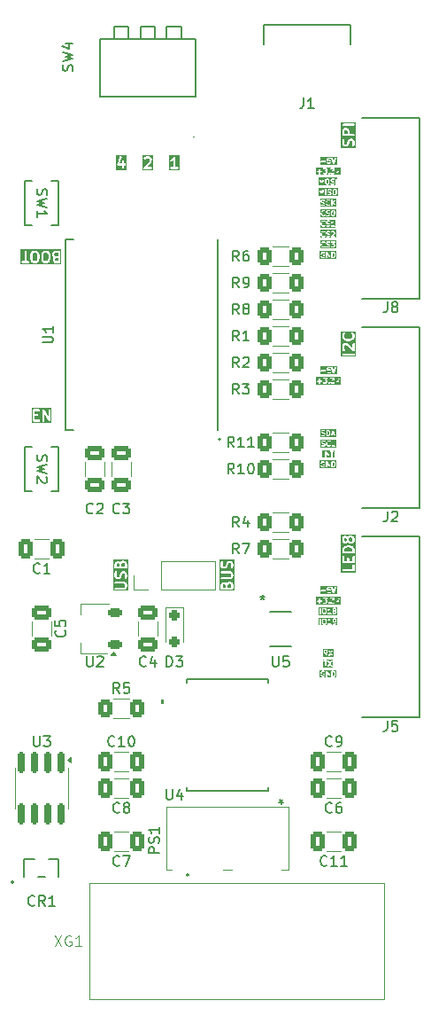
<source format=gbr>
%TF.GenerationSoftware,KiCad,Pcbnew,8.0.6-8.0.6-0~ubuntu24.04.1*%
%TF.CreationDate,2024-12-11T21:38:52+03:00*%
%TF.ProjectId,PM-ESPC3,504d2d45-5350-4433-932e-6b696361645f,rev?*%
%TF.SameCoordinates,Original*%
%TF.FileFunction,Legend,Top*%
%TF.FilePolarity,Positive*%
%FSLAX46Y46*%
G04 Gerber Fmt 4.6, Leading zero omitted, Abs format (unit mm)*
G04 Created by KiCad (PCBNEW 8.0.6-8.0.6-0~ubuntu24.04.1) date 2024-12-11 21:38:52*
%MOMM*%
%LPD*%
G01*
G04 APERTURE LIST*
G04 Aperture macros list*
%AMRoundRect*
0 Rectangle with rounded corners*
0 $1 Rounding radius*
0 $2 $3 $4 $5 $6 $7 $8 $9 X,Y pos of 4 corners*
0 Add a 4 corners polygon primitive as box body*
4,1,4,$2,$3,$4,$5,$6,$7,$8,$9,$2,$3,0*
0 Add four circle primitives for the rounded corners*
1,1,$1+$1,$2,$3*
1,1,$1+$1,$4,$5*
1,1,$1+$1,$6,$7*
1,1,$1+$1,$8,$9*
0 Add four rect primitives between the rounded corners*
20,1,$1+$1,$2,$3,$4,$5,0*
20,1,$1+$1,$4,$5,$6,$7,0*
20,1,$1+$1,$6,$7,$8,$9,0*
20,1,$1+$1,$8,$9,$2,$3,0*%
%AMFreePoly0*
4,1,9,3.862500,-0.866500,0.737500,-0.866500,0.737500,-0.450000,-0.737500,-0.450000,-0.737500,0.450000,0.737500,0.450000,0.737500,0.866500,3.862500,0.866500,3.862500,-0.866500,3.862500,-0.866500,$1*%
G04 Aperture macros list end*
%ADD10C,0.125000*%
%ADD11C,0.200000*%
%ADD12C,0.150000*%
%ADD13C,0.100000*%
%ADD14C,0.120000*%
%ADD15C,0.152400*%
%ADD16C,0.203200*%
%ADD17C,0.050000*%
%ADD18C,0.000000*%
%ADD19RoundRect,0.250000X-0.400000X-0.625000X0.400000X-0.625000X0.400000X0.625000X-0.400000X0.625000X0*%
%ADD20R,1.244600X1.346200*%
%ADD21R,0.889000X1.498600*%
%ADD22R,0.711200X0.711200*%
%ADD23RoundRect,0.250000X-0.412500X-0.650000X0.412500X-0.650000X0.412500X0.650000X-0.412500X0.650000X0*%
%ADD24R,1.500000X1.500000*%
%ADD25C,1.500000*%
%ADD26RoundRect,0.225000X0.425000X0.225000X-0.425000X0.225000X-0.425000X-0.225000X0.425000X-0.225000X0*%
%ADD27FreePoly0,180.000000*%
%ADD28R,0.406400X1.350000*%
%ADD29R,2.108200X1.600200*%
%ADD30O,1.000000X1.700000*%
%ADD31R,0.609600X1.549400*%
%ADD32RoundRect,0.250000X-0.650000X0.412500X-0.650000X-0.412500X0.650000X-0.412500X0.650000X0.412500X0*%
%ADD33RoundRect,0.150000X-0.150000X0.825000X-0.150000X-0.825000X0.150000X-0.825000X0.150000X0.825000X0*%
%ADD34R,1.803400X0.635000*%
%ADD35R,2.997200X2.590800*%
%ADD36RoundRect,0.250000X-0.250000X0.250000X-0.250000X-0.250000X0.250000X-0.250000X0.250000X0.250000X0*%
%ADD37RoundRect,0.250000X0.400000X0.625000X-0.400000X0.625000X-0.400000X-0.625000X0.400000X-0.625000X0*%
%ADD38RoundRect,0.250000X0.412500X0.650000X-0.412500X0.650000X-0.412500X-0.650000X0.412500X-0.650000X0*%
%ADD39R,1.181100X0.558800*%
%ADD40C,1.800000*%
%ADD41C,1.650000*%
%ADD42RoundRect,0.250000X0.650000X-0.412500X0.650000X0.412500X-0.650000X0.412500X-0.650000X-0.412500X0*%
%ADD43R,1.854200X0.482600*%
%ADD44R,1.700000X1.700000*%
%ADD45O,1.700000X1.700000*%
G04 APERTURE END LIST*
D10*
G36*
X2755952Y26150191D02*
G01*
X1244048Y26150191D01*
X1244048Y26560905D01*
X1306548Y26560905D01*
X1306548Y26489477D01*
X1308041Y26481968D01*
X1308414Y26474319D01*
X1332223Y26379081D01*
X1335148Y26372889D01*
X1336956Y26366288D01*
X1360766Y26318669D01*
X1366899Y26310767D01*
X1372472Y26302426D01*
X1420091Y26254806D01*
X1422694Y26253067D01*
X1423336Y26251784D01*
X1432040Y26246823D01*
X1440368Y26241258D01*
X1441801Y26241258D01*
X1444522Y26239707D01*
X1515950Y26215898D01*
X1525893Y26214645D01*
X1535714Y26212691D01*
X1583333Y26212691D01*
X1593159Y26214646D01*
X1603097Y26215898D01*
X1674526Y26239707D01*
X1677246Y26241258D01*
X1678680Y26241258D01*
X1687003Y26246820D01*
X1695712Y26251784D01*
X1696353Y26253068D01*
X1698957Y26254807D01*
X1722766Y26278617D01*
X1736314Y26298894D01*
X1736313Y26346729D01*
X1702487Y26380553D01*
X1654653Y26380552D01*
X1634376Y26367003D01*
X1621000Y26353628D01*
X1573190Y26337691D01*
X1545857Y26337691D01*
X1498048Y26353627D01*
X1468032Y26383644D01*
X1451827Y26416052D01*
X1431548Y26497171D01*
X1431548Y26553212D01*
X1451827Y26634331D01*
X1468033Y26666741D01*
X1498046Y26696754D01*
X1545858Y26712691D01*
X1573190Y26712691D01*
X1621001Y26696754D01*
X1634377Y26683378D01*
X1654654Y26669830D01*
X1702488Y26669830D01*
X1712611Y26679953D01*
X1806548Y26679953D01*
X1806548Y26632334D01*
X1807158Y26629265D01*
X1806705Y26627904D01*
X1809352Y26618238D01*
X1811306Y26608416D01*
X1812319Y26607403D01*
X1813146Y26604384D01*
X1836955Y26556765D01*
X1843098Y26548850D01*
X1848663Y26540521D01*
X1872473Y26516711D01*
X1880799Y26511148D01*
X1888717Y26505003D01*
X1936335Y26481194D01*
X1942936Y26479387D01*
X1949127Y26476462D01*
X2037710Y26454316D01*
X2070121Y26438111D01*
X2079586Y26428645D01*
X2092262Y26403295D01*
X2092262Y26385183D01*
X2079586Y26359833D01*
X2070121Y26350367D01*
X2044770Y26337691D01*
X1950619Y26337691D01*
X1888812Y26358293D01*
X1864617Y26361342D01*
X1821832Y26339950D01*
X1806706Y26294569D01*
X1828098Y26251784D01*
X1849284Y26239707D01*
X1920712Y26215898D01*
X1930655Y26214645D01*
X1940476Y26212691D01*
X2059524Y26212691D01*
X2062593Y26213302D01*
X2063954Y26212848D01*
X2073620Y26215496D01*
X2083442Y26217449D01*
X2084455Y26218463D01*
X2087474Y26219289D01*
X2135093Y26243098D01*
X2143007Y26249241D01*
X2151338Y26254807D01*
X2175147Y26278617D01*
X2180714Y26286951D01*
X2186853Y26294859D01*
X2210664Y26342478D01*
X2211490Y26345498D01*
X2212504Y26346511D01*
X2214458Y26356337D01*
X2217104Y26365998D01*
X2216650Y26367358D01*
X2217262Y26370429D01*
X2217262Y26418048D01*
X2216650Y26421120D01*
X2217104Y26422479D01*
X2214458Y26432141D01*
X2212504Y26441966D01*
X2211490Y26442980D01*
X2210664Y26445999D01*
X2186853Y26493618D01*
X2180714Y26501527D01*
X2175147Y26509860D01*
X2151338Y26533670D01*
X2143007Y26539237D01*
X2135093Y26545379D01*
X2087474Y26569188D01*
X2080872Y26570996D01*
X2074683Y26573920D01*
X1986098Y26596067D01*
X1953688Y26612272D01*
X1944224Y26621736D01*
X1931548Y26647088D01*
X1931548Y26665199D01*
X1944223Y26690551D01*
X1953689Y26700016D01*
X1979039Y26712691D01*
X2073190Y26712691D01*
X2134998Y26692088D01*
X2159193Y26689039D01*
X2201977Y26710431D01*
X2217105Y26755812D01*
X2195713Y26798596D01*
X2194813Y26799109D01*
X2263686Y26799109D01*
X2263686Y26751273D01*
X2297510Y26717449D01*
X2321428Y26712691D01*
X2493216Y26712691D01*
X2417249Y26625872D01*
X2408381Y26610472D01*
X2406543Y26608633D01*
X2406543Y26607279D01*
X2405080Y26604738D01*
X2406543Y26582788D01*
X2406543Y26560797D01*
X2408113Y26559227D01*
X2408261Y26557010D01*
X2424809Y26542531D01*
X2440367Y26526973D01*
X2443244Y26526401D01*
X2444262Y26525510D01*
X2446853Y26525683D01*
X2464285Y26522215D01*
X2520960Y26522215D01*
X2546311Y26509539D01*
X2555777Y26500073D01*
X2568452Y26474724D01*
X2568452Y26385183D01*
X2555776Y26359833D01*
X2546311Y26350367D01*
X2520960Y26337691D01*
X2407611Y26337691D01*
X2382259Y26350367D01*
X2365622Y26367004D01*
X2345345Y26380552D01*
X2297511Y26380552D01*
X2263686Y26346727D01*
X2263686Y26298893D01*
X2277234Y26278616D01*
X2301044Y26254806D01*
X2309370Y26249243D01*
X2317288Y26243098D01*
X2364906Y26219289D01*
X2367925Y26218463D01*
X2368939Y26217449D01*
X2378766Y26215495D01*
X2388427Y26212849D01*
X2389785Y26213302D01*
X2392857Y26212691D01*
X2535714Y26212691D01*
X2538783Y26213302D01*
X2540144Y26212848D01*
X2549810Y26215496D01*
X2559632Y26217449D01*
X2560645Y26218463D01*
X2563664Y26219289D01*
X2611283Y26243098D01*
X2619197Y26249241D01*
X2627528Y26254807D01*
X2651337Y26278617D01*
X2656904Y26286951D01*
X2663043Y26294859D01*
X2686854Y26342478D01*
X2687680Y26345498D01*
X2688694Y26346511D01*
X2690648Y26356337D01*
X2693294Y26365998D01*
X2692840Y26367358D01*
X2693452Y26370429D01*
X2693452Y26489477D01*
X2692840Y26492549D01*
X2693294Y26493908D01*
X2690648Y26503570D01*
X2688694Y26513395D01*
X2687680Y26514409D01*
X2686854Y26517428D01*
X2663043Y26565047D01*
X2656902Y26572959D01*
X2651336Y26581290D01*
X2627527Y26605099D01*
X2619195Y26610666D01*
X2611284Y26616806D01*
X2586330Y26629284D01*
X2677988Y26734035D01*
X2686857Y26749437D01*
X2688694Y26751273D01*
X2688694Y26752626D01*
X2690158Y26755168D01*
X2688694Y26777128D01*
X2688694Y26799109D01*
X2687123Y26800680D01*
X2686976Y26802896D01*
X2670423Y26817380D01*
X2654870Y26832933D01*
X2651994Y26833506D01*
X2650975Y26834397D01*
X2648380Y26834225D01*
X2630952Y26837691D01*
X2321428Y26837691D01*
X2297510Y26832933D01*
X2263686Y26799109D01*
X2194813Y26799109D01*
X2174527Y26810674D01*
X2103097Y26834484D01*
X2093158Y26835737D01*
X2083333Y26837691D01*
X1964286Y26837691D01*
X1961214Y26837080D01*
X1959855Y26837533D01*
X1950193Y26834888D01*
X1940368Y26832933D01*
X1939354Y26831920D01*
X1936335Y26831093D01*
X1888716Y26807282D01*
X1880807Y26801144D01*
X1872474Y26795576D01*
X1848664Y26771767D01*
X1843097Y26763437D01*
X1836955Y26755522D01*
X1813146Y26707903D01*
X1812319Y26704885D01*
X1811306Y26703871D01*
X1809352Y26694050D01*
X1806705Y26684383D01*
X1807158Y26683023D01*
X1806548Y26679953D01*
X1712611Y26679953D01*
X1736313Y26703655D01*
X1736313Y26751489D01*
X1722765Y26771766D01*
X1698956Y26795575D01*
X1696354Y26797314D01*
X1695713Y26798596D01*
X1687001Y26803563D01*
X1678679Y26809123D01*
X1677248Y26809123D01*
X1674527Y26810674D01*
X1603097Y26834484D01*
X1593158Y26835737D01*
X1583333Y26837691D01*
X1535714Y26837691D01*
X1525889Y26835737D01*
X1515949Y26834484D01*
X1444521Y26810674D01*
X1441800Y26809123D01*
X1440369Y26809123D01*
X1432046Y26803563D01*
X1423335Y26798596D01*
X1422693Y26797314D01*
X1420092Y26795575D01*
X1372473Y26747956D01*
X1366906Y26739625D01*
X1360766Y26731713D01*
X1336956Y26684094D01*
X1335148Y26677494D01*
X1332223Y26671301D01*
X1308414Y26576063D01*
X1308041Y26568415D01*
X1306548Y26560905D01*
X1244048Y26560905D01*
X1244048Y26900191D01*
X2755952Y26900191D01*
X2755952Y26150191D01*
G37*
G36*
X2765900Y30150191D02*
G01*
X1232143Y30150191D01*
X1232143Y30679953D01*
X1294643Y30679953D01*
X1294643Y30632334D01*
X1295253Y30629265D01*
X1294800Y30627904D01*
X1297447Y30618238D01*
X1299401Y30608416D01*
X1300414Y30607403D01*
X1301241Y30604384D01*
X1325050Y30556765D01*
X1331193Y30548850D01*
X1336758Y30540521D01*
X1360568Y30516711D01*
X1368894Y30511148D01*
X1376812Y30505003D01*
X1424430Y30481194D01*
X1431031Y30479387D01*
X1437222Y30476462D01*
X1525805Y30454316D01*
X1558216Y30438111D01*
X1567681Y30428645D01*
X1580357Y30403295D01*
X1580357Y30385183D01*
X1567681Y30359833D01*
X1558216Y30350367D01*
X1532865Y30337691D01*
X1438714Y30337691D01*
X1376907Y30358293D01*
X1352712Y30361342D01*
X1309927Y30339950D01*
X1294801Y30294569D01*
X1316193Y30251784D01*
X1337379Y30239707D01*
X1408807Y30215898D01*
X1418750Y30214645D01*
X1428571Y30212691D01*
X1547619Y30212691D01*
X1550688Y30213302D01*
X1552049Y30212848D01*
X1561715Y30215496D01*
X1571537Y30217449D01*
X1572550Y30218463D01*
X1575569Y30219289D01*
X1623188Y30243098D01*
X1631102Y30249241D01*
X1639433Y30254807D01*
X1663242Y30278617D01*
X1668809Y30286951D01*
X1674948Y30294859D01*
X1698759Y30342478D01*
X1699585Y30345498D01*
X1700599Y30346511D01*
X1702553Y30356337D01*
X1705199Y30365998D01*
X1704745Y30367358D01*
X1705357Y30370429D01*
X1705357Y30418048D01*
X1704745Y30421120D01*
X1705199Y30422479D01*
X1702553Y30432141D01*
X1700599Y30441966D01*
X1699585Y30442980D01*
X1698759Y30445999D01*
X1674948Y30493618D01*
X1668809Y30501527D01*
X1663242Y30509860D01*
X1639433Y30533670D01*
X1631102Y30539237D01*
X1623188Y30545379D01*
X1592135Y30560905D01*
X1770833Y30560905D01*
X1770833Y30489477D01*
X1772326Y30481968D01*
X1772699Y30474319D01*
X1796508Y30379081D01*
X1799433Y30372889D01*
X1801241Y30366288D01*
X1825051Y30318669D01*
X1831184Y30310767D01*
X1836757Y30302426D01*
X1884376Y30254806D01*
X1886979Y30253067D01*
X1887621Y30251784D01*
X1896325Y30246823D01*
X1904653Y30241258D01*
X1906086Y30241258D01*
X1908807Y30239707D01*
X1980235Y30215898D01*
X1990178Y30214645D01*
X1999999Y30212691D01*
X2047618Y30212691D01*
X2057444Y30214646D01*
X2067382Y30215898D01*
X2138811Y30239707D01*
X2141531Y30241258D01*
X2142965Y30241258D01*
X2151288Y30246820D01*
X2159997Y30251784D01*
X2160638Y30253068D01*
X2163242Y30254807D01*
X2187051Y30278617D01*
X2200599Y30298894D01*
X2200598Y30346729D01*
X2166772Y30380553D01*
X2118938Y30380552D01*
X2098661Y30367003D01*
X2085285Y30353628D01*
X2037475Y30337691D01*
X2010142Y30337691D01*
X1962333Y30353627D01*
X1932317Y30383644D01*
X1916112Y30416052D01*
X1895833Y30497171D01*
X1895833Y30553212D01*
X1916112Y30634331D01*
X1932318Y30666741D01*
X1962331Y30696754D01*
X2010143Y30712691D01*
X2037475Y30712691D01*
X2085286Y30696754D01*
X2098662Y30683378D01*
X2118939Y30669830D01*
X2166773Y30669830D01*
X2200598Y30703655D01*
X2200598Y30751489D01*
X2187050Y30771766D01*
X2183625Y30775191D01*
X2294642Y30775191D01*
X2294642Y30275191D01*
X2299400Y30251273D01*
X2333224Y30217449D01*
X2381060Y30217449D01*
X2414884Y30251273D01*
X2419642Y30275191D01*
X2419642Y30463589D01*
X2421808Y30465756D01*
X2592856Y30237691D01*
X2611013Y30221412D01*
X2658367Y30214647D01*
X2696635Y30243348D01*
X2703400Y30290702D01*
X2692856Y30312691D01*
X2511093Y30555041D01*
X2687050Y30730997D01*
X2700599Y30751274D01*
X2700599Y30799108D01*
X2666773Y30832934D01*
X2618939Y30832934D01*
X2598662Y30819385D01*
X2419642Y30640365D01*
X2419642Y30775191D01*
X2414884Y30799109D01*
X2381060Y30832933D01*
X2333224Y30832933D01*
X2299400Y30799109D01*
X2294642Y30775191D01*
X2183625Y30775191D01*
X2163241Y30795575D01*
X2160639Y30797314D01*
X2159998Y30798596D01*
X2151286Y30803563D01*
X2142964Y30809123D01*
X2141533Y30809123D01*
X2138812Y30810674D01*
X2067382Y30834484D01*
X2057443Y30835737D01*
X2047618Y30837691D01*
X1999999Y30837691D01*
X1990174Y30835737D01*
X1980234Y30834484D01*
X1908806Y30810674D01*
X1906085Y30809123D01*
X1904654Y30809123D01*
X1896331Y30803563D01*
X1887620Y30798596D01*
X1886978Y30797314D01*
X1884377Y30795575D01*
X1836758Y30747956D01*
X1831191Y30739625D01*
X1825051Y30731713D01*
X1801241Y30684094D01*
X1799433Y30677494D01*
X1796508Y30671301D01*
X1772699Y30576063D01*
X1772326Y30568415D01*
X1770833Y30560905D01*
X1592135Y30560905D01*
X1575569Y30569188D01*
X1568967Y30570996D01*
X1562778Y30573920D01*
X1474193Y30596067D01*
X1441783Y30612272D01*
X1432319Y30621736D01*
X1419643Y30647088D01*
X1419643Y30665199D01*
X1432318Y30690551D01*
X1441784Y30700016D01*
X1467134Y30712691D01*
X1561285Y30712691D01*
X1623093Y30692088D01*
X1647288Y30689039D01*
X1690072Y30710431D01*
X1705200Y30755812D01*
X1683808Y30798596D01*
X1662622Y30810674D01*
X1591192Y30834484D01*
X1581253Y30835737D01*
X1571428Y30837691D01*
X1452381Y30837691D01*
X1449309Y30837080D01*
X1447950Y30837533D01*
X1438288Y30834888D01*
X1428463Y30832933D01*
X1427449Y30831920D01*
X1424430Y30831093D01*
X1376811Y30807282D01*
X1368902Y30801144D01*
X1360569Y30795576D01*
X1336759Y30771767D01*
X1331192Y30763437D01*
X1325050Y30755522D01*
X1301241Y30707903D01*
X1300414Y30704885D01*
X1299401Y30703871D01*
X1297447Y30694050D01*
X1294800Y30684383D01*
X1295253Y30683023D01*
X1294643Y30679953D01*
X1232143Y30679953D01*
X1232143Y30900191D01*
X2765900Y30900191D01*
X2765900Y30150191D01*
G37*
G36*
X2644052Y6150691D02*
G01*
X1422619Y6150691D01*
X1422619Y6775191D01*
X1485119Y6775191D01*
X1485119Y6275191D01*
X1489877Y6251273D01*
X1523701Y6217449D01*
X1571537Y6217449D01*
X1605361Y6251273D01*
X1610119Y6275191D01*
X1610119Y6775191D01*
X1723214Y6775191D01*
X1723214Y6275191D01*
X1727972Y6251273D01*
X1761796Y6217449D01*
X1809632Y6217449D01*
X1843456Y6251273D01*
X1848214Y6275191D01*
X1848214Y6539844D01*
X2017163Y6244183D01*
X2033160Y6225777D01*
X2041440Y6223519D01*
X2047510Y6217449D01*
X2063696Y6217449D01*
X2079309Y6213191D01*
X2086761Y6217449D01*
X2095346Y6217449D01*
X2106793Y6228897D01*
X2120842Y6236924D01*
X2123100Y6245204D01*
X2129170Y6251273D01*
X2133928Y6275191D01*
X2133928Y6775191D01*
X2129170Y6799109D01*
X2180354Y6799109D01*
X2180354Y6751273D01*
X2214178Y6717449D01*
X2238096Y6712691D01*
X2318453Y6712691D01*
X2318453Y6275191D01*
X2323211Y6251273D01*
X2357035Y6217449D01*
X2404871Y6217449D01*
X2438695Y6251273D01*
X2443453Y6275191D01*
X2443453Y6712691D01*
X2523810Y6712691D01*
X2547728Y6717449D01*
X2581552Y6751273D01*
X2581552Y6799109D01*
X2547728Y6832933D01*
X2523810Y6837691D01*
X2238096Y6837691D01*
X2214178Y6832933D01*
X2180354Y6799109D01*
X2129170Y6799109D01*
X2095346Y6832933D01*
X2047510Y6832933D01*
X2013686Y6799109D01*
X2008928Y6775191D01*
X2008928Y6510539D01*
X1839979Y6806200D01*
X1823981Y6824606D01*
X1815700Y6826865D01*
X1809632Y6832933D01*
X1793449Y6832933D01*
X1777833Y6837192D01*
X1770380Y6832933D01*
X1761796Y6832933D01*
X1750350Y6821488D01*
X1736299Y6813458D01*
X1734040Y6805178D01*
X1727972Y6799109D01*
X1723214Y6775191D01*
X1610119Y6775191D01*
X1605361Y6799109D01*
X1571537Y6832933D01*
X1523701Y6832933D01*
X1489877Y6799109D01*
X1485119Y6775191D01*
X1422619Y6775191D01*
X1422619Y6900191D01*
X2644052Y6900191D01*
X2644052Y6150691D01*
G37*
G36*
X1701073Y-9299985D02*
G01*
X1729278Y-9328190D01*
X1747024Y-9399171D01*
X1747024Y-9550446D01*
X1729278Y-9621426D01*
X1701071Y-9649634D01*
X1675722Y-9662309D01*
X1609992Y-9662309D01*
X1584643Y-9649634D01*
X1556435Y-9621426D01*
X1538691Y-9550448D01*
X1538691Y-9399169D01*
X1556435Y-9328190D01*
X1584642Y-9299983D01*
X1609991Y-9287309D01*
X1675722Y-9287309D01*
X1701073Y-9299985D01*
G37*
G36*
X2677264Y-9299985D02*
G01*
X2686730Y-9309451D01*
X2699405Y-9334800D01*
X2699405Y-9424341D01*
X2686730Y-9449690D01*
X2677264Y-9459156D01*
X2651913Y-9471833D01*
X2586182Y-9471833D01*
X2560832Y-9459157D01*
X2551366Y-9449692D01*
X2538691Y-9424341D01*
X2538691Y-9334801D01*
X2551366Y-9309449D01*
X2560832Y-9299984D01*
X2586182Y-9287309D01*
X2651913Y-9287309D01*
X2677264Y-9299985D01*
G37*
G36*
X2886905Y-9849809D02*
G01*
X1136905Y-9849809D01*
X1136905Y-9224809D01*
X1199405Y-9224809D01*
X1199405Y-9724809D01*
X1204163Y-9748727D01*
X1237987Y-9782551D01*
X1285823Y-9782551D01*
X1319647Y-9748727D01*
X1324405Y-9724809D01*
X1324405Y-9391476D01*
X1413691Y-9391476D01*
X1413691Y-9558142D01*
X1415184Y-9565651D01*
X1415557Y-9573300D01*
X1439366Y-9668538D01*
X1442257Y-9674657D01*
X1442257Y-9677297D01*
X1446513Y-9683668D01*
X1449783Y-9690588D01*
X1452043Y-9691944D01*
X1455805Y-9697574D01*
X1503424Y-9745194D01*
X1511757Y-9750761D01*
X1519669Y-9756902D01*
X1567287Y-9780711D01*
X1570306Y-9781537D01*
X1571320Y-9782551D01*
X1581147Y-9784505D01*
X1590808Y-9787151D01*
X1592166Y-9786698D01*
X1595238Y-9787309D01*
X1690476Y-9787309D01*
X1693545Y-9786698D01*
X1694906Y-9787152D01*
X1704572Y-9784504D01*
X1714394Y-9782551D01*
X1715407Y-9781537D01*
X1718426Y-9780711D01*
X1766045Y-9756902D01*
X1773953Y-9750763D01*
X1782290Y-9745194D01*
X1829909Y-9697574D01*
X1833668Y-9691946D01*
X1835931Y-9690589D01*
X1839203Y-9683662D01*
X1843456Y-9677297D01*
X1843456Y-9674660D01*
X1846348Y-9668539D01*
X1870158Y-9573301D01*
X1870530Y-9565651D01*
X1872024Y-9558142D01*
X1872024Y-9391476D01*
X1870530Y-9383966D01*
X1870158Y-9376317D01*
X1869103Y-9372096D01*
X1937658Y-9372096D01*
X1959051Y-9414882D01*
X2004431Y-9430009D01*
X2027951Y-9423568D01*
X2075570Y-9399759D01*
X2080358Y-9396042D01*
X2080358Y-9662309D01*
X2000001Y-9662309D01*
X1976083Y-9667067D01*
X1942259Y-9700891D01*
X1942259Y-9748727D01*
X1976083Y-9782551D01*
X2000001Y-9787309D01*
X2285715Y-9787309D01*
X2309633Y-9782551D01*
X2343457Y-9748727D01*
X2343457Y-9700891D01*
X2309633Y-9667067D01*
X2285715Y-9662309D01*
X2205358Y-9662309D01*
X2205358Y-9320047D01*
X2413691Y-9320047D01*
X2413691Y-9439095D01*
X2414301Y-9442164D01*
X2413848Y-9443525D01*
X2416495Y-9453191D01*
X2418449Y-9463013D01*
X2419462Y-9464026D01*
X2420289Y-9467045D01*
X2444098Y-9514664D01*
X2450240Y-9522578D01*
X2455807Y-9530909D01*
X2479617Y-9554718D01*
X2487950Y-9560285D01*
X2495859Y-9566424D01*
X2543478Y-9590235D01*
X2546497Y-9591061D01*
X2547511Y-9592075D01*
X2557336Y-9594029D01*
X2566998Y-9596675D01*
X2568357Y-9596221D01*
X2571429Y-9596833D01*
X2666667Y-9596833D01*
X2669277Y-9596313D01*
X2641904Y-9637373D01*
X2629645Y-9649633D01*
X2604294Y-9662309D01*
X2523810Y-9662309D01*
X2499892Y-9667067D01*
X2466068Y-9700891D01*
X2466068Y-9748727D01*
X2499892Y-9782551D01*
X2523810Y-9787309D01*
X2619048Y-9787309D01*
X2622117Y-9786698D01*
X2623478Y-9787152D01*
X2633144Y-9784504D01*
X2642966Y-9782551D01*
X2643979Y-9781537D01*
X2646998Y-9780711D01*
X2694617Y-9756902D01*
X2702531Y-9750759D01*
X2710862Y-9745193D01*
X2734671Y-9721383D01*
X2738108Y-9716238D01*
X2742479Y-9711859D01*
X2790098Y-9640429D01*
X2794167Y-9630575D01*
X2798729Y-9620920D01*
X2822539Y-9525682D01*
X2822911Y-9518032D01*
X2824405Y-9510523D01*
X2824405Y-9320047D01*
X2823793Y-9316975D01*
X2824247Y-9315616D01*
X2821601Y-9305954D01*
X2819647Y-9296129D01*
X2818633Y-9295115D01*
X2817807Y-9292096D01*
X2793996Y-9244477D01*
X2787855Y-9236565D01*
X2782289Y-9228234D01*
X2758480Y-9204425D01*
X2750148Y-9198858D01*
X2742237Y-9192718D01*
X2694618Y-9168908D01*
X2691599Y-9168081D01*
X2690585Y-9167067D01*
X2680754Y-9165111D01*
X2671098Y-9162467D01*
X2669738Y-9162920D01*
X2666667Y-9162309D01*
X2571429Y-9162309D01*
X2568357Y-9162920D01*
X2566998Y-9162467D01*
X2557336Y-9165112D01*
X2547511Y-9167067D01*
X2546497Y-9168080D01*
X2543478Y-9168907D01*
X2495859Y-9192718D01*
X2487950Y-9198856D01*
X2479617Y-9204424D01*
X2455807Y-9228233D01*
X2450240Y-9236563D01*
X2444098Y-9244478D01*
X2420289Y-9292097D01*
X2419462Y-9295115D01*
X2418449Y-9296129D01*
X2416495Y-9305950D01*
X2413848Y-9315617D01*
X2414301Y-9316977D01*
X2413691Y-9320047D01*
X2205358Y-9320047D01*
X2205358Y-9224809D01*
X2200600Y-9200891D01*
X2196049Y-9196340D01*
X2194788Y-9190032D01*
X2179646Y-9179937D01*
X2166776Y-9167067D01*
X2160341Y-9167067D01*
X2154986Y-9163497D01*
X2137136Y-9167067D01*
X2118940Y-9167067D01*
X2114391Y-9171616D01*
X2108081Y-9172878D01*
X2090855Y-9190140D01*
X2046667Y-9256421D01*
X2010599Y-9292490D01*
X1972051Y-9311764D01*
X1952785Y-9326716D01*
X1937658Y-9372096D01*
X1869103Y-9372096D01*
X1846348Y-9281079D01*
X1843456Y-9274957D01*
X1843456Y-9272321D01*
X1839204Y-9265957D01*
X1835931Y-9259029D01*
X1833667Y-9257671D01*
X1829908Y-9252044D01*
X1782289Y-9204425D01*
X1773957Y-9198858D01*
X1766046Y-9192718D01*
X1718427Y-9168908D01*
X1715408Y-9168081D01*
X1714394Y-9167067D01*
X1704563Y-9165111D01*
X1694907Y-9162467D01*
X1693547Y-9162920D01*
X1690476Y-9162309D01*
X1595238Y-9162309D01*
X1592166Y-9162920D01*
X1590807Y-9162467D01*
X1581145Y-9165112D01*
X1571320Y-9167067D01*
X1570306Y-9168080D01*
X1567287Y-9168907D01*
X1519668Y-9192718D01*
X1511756Y-9198858D01*
X1503425Y-9204425D01*
X1455806Y-9252044D01*
X1452045Y-9257672D01*
X1449783Y-9259030D01*
X1446511Y-9265954D01*
X1442258Y-9272321D01*
X1442258Y-9274958D01*
X1439366Y-9281080D01*
X1415557Y-9376318D01*
X1415184Y-9383966D01*
X1413691Y-9391476D01*
X1324405Y-9391476D01*
X1324405Y-9224809D01*
X1319647Y-9200891D01*
X1285823Y-9167067D01*
X1237987Y-9167067D01*
X1204163Y-9200891D01*
X1199405Y-9224809D01*
X1136905Y-9224809D01*
X1136905Y-9099809D01*
X2886905Y-9099809D01*
X2886905Y-9849809D01*
G37*
G36*
X3196270Y-7849809D02*
G01*
X879758Y-7849809D01*
X879758Y-7510415D01*
X942258Y-7510415D01*
X942258Y-7558251D01*
X976082Y-7592075D01*
X1000000Y-7596833D01*
X1127976Y-7596833D01*
X1127976Y-7724809D01*
X1132734Y-7748727D01*
X1166558Y-7782551D01*
X1214394Y-7782551D01*
X1248218Y-7748727D01*
X1252976Y-7724809D01*
X1252976Y-7596833D01*
X1380953Y-7596833D01*
X1404871Y-7592075D01*
X1438695Y-7558251D01*
X1438695Y-7510415D01*
X1404871Y-7476591D01*
X1380953Y-7471833D01*
X1252976Y-7471833D01*
X1252976Y-7343857D01*
X1248218Y-7319939D01*
X1214394Y-7286115D01*
X1166558Y-7286115D01*
X1132734Y-7319939D01*
X1127976Y-7343857D01*
X1127976Y-7471833D01*
X1000000Y-7471833D01*
X976082Y-7476591D01*
X942258Y-7510415D01*
X879758Y-7510415D01*
X879758Y-7200891D01*
X1513687Y-7200891D01*
X1513687Y-7248727D01*
X1547511Y-7282551D01*
X1571429Y-7287309D01*
X1743217Y-7287309D01*
X1667250Y-7374128D01*
X1658382Y-7389528D01*
X1656544Y-7391367D01*
X1656544Y-7392721D01*
X1655081Y-7395262D01*
X1656544Y-7417212D01*
X1656544Y-7439203D01*
X1658114Y-7440773D01*
X1658262Y-7442990D01*
X1674810Y-7457469D01*
X1690368Y-7473027D01*
X1693245Y-7473599D01*
X1694263Y-7474490D01*
X1696854Y-7474317D01*
X1714286Y-7477785D01*
X1770961Y-7477785D01*
X1796312Y-7490461D01*
X1805778Y-7499927D01*
X1818453Y-7525276D01*
X1818453Y-7614817D01*
X1805777Y-7640167D01*
X1796312Y-7649633D01*
X1770961Y-7662309D01*
X1657612Y-7662309D01*
X1632260Y-7649633D01*
X1615623Y-7632996D01*
X1595346Y-7619448D01*
X1547512Y-7619448D01*
X1513687Y-7653273D01*
X1513687Y-7701107D01*
X1527235Y-7721384D01*
X1551045Y-7745194D01*
X1559371Y-7750757D01*
X1567289Y-7756902D01*
X1614907Y-7780711D01*
X1617926Y-7781537D01*
X1618940Y-7782551D01*
X1628767Y-7784505D01*
X1638428Y-7787151D01*
X1639786Y-7786698D01*
X1642858Y-7787309D01*
X1785715Y-7787309D01*
X1788784Y-7786698D01*
X1790145Y-7787152D01*
X1799811Y-7784504D01*
X1809633Y-7782551D01*
X1810646Y-7781537D01*
X1813665Y-7780711D01*
X1861284Y-7756902D01*
X1869198Y-7750759D01*
X1877529Y-7745193D01*
X1901338Y-7721383D01*
X1906905Y-7713049D01*
X1913044Y-7705141D01*
X1927073Y-7677084D01*
X2013686Y-7677084D01*
X2013687Y-7724918D01*
X2013689Y-7724920D01*
X2027235Y-7745194D01*
X2051044Y-7769003D01*
X2071317Y-7782548D01*
X2071320Y-7782551D01*
X2119154Y-7782552D01*
X2119155Y-7782551D01*
X2119156Y-7782551D01*
X2119157Y-7782549D01*
X2139431Y-7769004D01*
X2163241Y-7745195D01*
X2176790Y-7724918D01*
X2176791Y-7677084D01*
X2176789Y-7677082D01*
X2163242Y-7656806D01*
X2139432Y-7632996D01*
X2119158Y-7619450D01*
X2119156Y-7619448D01*
X2119155Y-7619448D01*
X2119154Y-7619447D01*
X2071320Y-7619448D01*
X2051043Y-7632997D01*
X2027234Y-7656807D01*
X2013686Y-7677084D01*
X1927073Y-7677084D01*
X1936855Y-7657522D01*
X1937681Y-7654502D01*
X1938695Y-7653489D01*
X1940649Y-7643663D01*
X1943295Y-7634002D01*
X1942841Y-7632642D01*
X1943453Y-7629571D01*
X1943453Y-7510523D01*
X1942841Y-7507451D01*
X1943295Y-7506092D01*
X1940649Y-7496430D01*
X1938695Y-7486605D01*
X1937681Y-7485591D01*
X1936855Y-7482572D01*
X1913044Y-7434953D01*
X1906903Y-7427041D01*
X1901337Y-7418710D01*
X1877528Y-7394901D01*
X1869196Y-7389334D01*
X1861285Y-7383194D01*
X1836331Y-7370716D01*
X1927989Y-7265965D01*
X1936858Y-7250563D01*
X1938695Y-7248727D01*
X1938695Y-7247374D01*
X1940159Y-7244832D01*
X1938695Y-7222872D01*
X1938695Y-7200891D01*
X2227972Y-7200891D01*
X2227972Y-7248727D01*
X2261796Y-7282551D01*
X2285714Y-7287309D01*
X2457502Y-7287309D01*
X2381535Y-7374128D01*
X2372667Y-7389528D01*
X2370829Y-7391367D01*
X2370829Y-7392721D01*
X2369366Y-7395262D01*
X2370829Y-7417212D01*
X2370829Y-7439203D01*
X2372399Y-7440773D01*
X2372547Y-7442990D01*
X2389095Y-7457469D01*
X2404653Y-7473027D01*
X2407530Y-7473599D01*
X2408548Y-7474490D01*
X2411139Y-7474317D01*
X2428571Y-7477785D01*
X2485246Y-7477785D01*
X2510597Y-7490461D01*
X2520063Y-7499927D01*
X2532738Y-7525276D01*
X2532738Y-7614817D01*
X2520062Y-7640167D01*
X2510597Y-7649633D01*
X2485246Y-7662309D01*
X2371897Y-7662309D01*
X2346545Y-7649633D01*
X2329908Y-7632996D01*
X2309631Y-7619448D01*
X2261797Y-7619448D01*
X2227972Y-7653273D01*
X2227972Y-7701107D01*
X2241520Y-7721384D01*
X2265330Y-7745194D01*
X2273656Y-7750757D01*
X2281574Y-7756902D01*
X2329192Y-7780711D01*
X2332211Y-7781537D01*
X2333225Y-7782551D01*
X2343052Y-7784505D01*
X2352713Y-7787151D01*
X2354071Y-7786698D01*
X2357143Y-7787309D01*
X2500000Y-7787309D01*
X2503069Y-7786698D01*
X2504430Y-7787152D01*
X2514096Y-7784504D01*
X2523918Y-7782551D01*
X2524931Y-7781537D01*
X2527950Y-7780711D01*
X2575569Y-7756902D01*
X2583483Y-7750759D01*
X2591814Y-7745193D01*
X2615623Y-7721383D01*
X2621190Y-7713049D01*
X2627329Y-7705141D01*
X2651140Y-7657522D01*
X2651966Y-7654502D01*
X2652980Y-7653489D01*
X2654934Y-7643663D01*
X2657580Y-7634002D01*
X2657126Y-7632642D01*
X2657738Y-7629571D01*
X2657738Y-7510523D01*
X2657126Y-7507451D01*
X2657580Y-7506092D01*
X2654934Y-7496430D01*
X2652980Y-7486605D01*
X2651966Y-7485591D01*
X2651140Y-7482572D01*
X2627329Y-7434953D01*
X2621188Y-7427041D01*
X2615622Y-7418710D01*
X2591813Y-7394901D01*
X2583481Y-7389334D01*
X2575570Y-7383194D01*
X2550616Y-7370716D01*
X2642274Y-7265965D01*
X2651143Y-7250563D01*
X2652980Y-7248727D01*
X2652980Y-7247374D01*
X2654444Y-7244832D01*
X2652980Y-7222872D01*
X2652980Y-7220378D01*
X2675753Y-7220378D01*
X2678802Y-7244573D01*
X2845468Y-7744573D01*
X2857546Y-7765759D01*
X2861722Y-7767847D01*
X2863811Y-7772024D01*
X2882606Y-7778289D01*
X2900330Y-7787151D01*
X2904761Y-7785674D01*
X2909192Y-7787151D01*
X2926916Y-7778289D01*
X2945711Y-7772024D01*
X2947799Y-7767847D01*
X2951976Y-7765759D01*
X2964054Y-7744573D01*
X3130721Y-7244574D01*
X3133770Y-7220378D01*
X3112378Y-7177594D01*
X3066997Y-7162467D01*
X3024213Y-7183859D01*
X3012135Y-7205045D01*
X2904761Y-7527165D01*
X2797388Y-7205045D01*
X2785310Y-7183859D01*
X2742526Y-7162467D01*
X2697145Y-7177594D01*
X2675753Y-7220378D01*
X2652980Y-7220378D01*
X2652980Y-7200891D01*
X2651409Y-7199320D01*
X2651262Y-7197104D01*
X2634709Y-7182620D01*
X2619156Y-7167067D01*
X2616280Y-7166494D01*
X2615261Y-7165603D01*
X2612666Y-7165775D01*
X2595238Y-7162309D01*
X2285714Y-7162309D01*
X2261796Y-7167067D01*
X2227972Y-7200891D01*
X1938695Y-7200891D01*
X1937124Y-7199320D01*
X1936977Y-7197104D01*
X1920424Y-7182620D01*
X1904871Y-7167067D01*
X1901995Y-7166494D01*
X1900976Y-7165603D01*
X1898381Y-7165775D01*
X1880953Y-7162309D01*
X1571429Y-7162309D01*
X1547511Y-7167067D01*
X1513687Y-7200891D01*
X879758Y-7200891D01*
X879758Y-7099809D01*
X3196270Y-7099809D01*
X3196270Y-7849809D01*
G37*
D11*
G36*
X4179218Y-2451493D02*
G01*
X4250127Y-2486947D01*
X4317197Y-2554017D01*
X4352219Y-2659082D01*
X4352219Y-2780951D01*
X3552219Y-2780951D01*
X3552219Y-2659083D01*
X3587240Y-2554018D01*
X3654313Y-2486946D01*
X3725218Y-2451493D01*
X3893099Y-2409523D01*
X4011337Y-2409523D01*
X4179218Y-2451493D01*
G37*
G36*
X3726316Y-1486947D02*
G01*
X3750985Y-1511615D01*
X3780790Y-1571225D01*
X3780790Y-1714487D01*
X3750985Y-1774096D01*
X3726316Y-1798764D01*
X3666707Y-1828570D01*
X3666302Y-1828570D01*
X3606692Y-1798765D01*
X3582024Y-1774096D01*
X3552219Y-1714486D01*
X3552219Y-1571225D01*
X3582024Y-1511615D01*
X3606692Y-1486946D01*
X3666302Y-1457142D01*
X3666707Y-1457142D01*
X3726316Y-1486947D01*
G37*
G36*
X4297746Y-1486948D02*
G01*
X4322414Y-1511615D01*
X4352219Y-1571225D01*
X4352219Y-1714487D01*
X4322414Y-1774096D01*
X4297746Y-1798763D01*
X4238135Y-1828570D01*
X4094873Y-1828570D01*
X4035263Y-1798765D01*
X4010595Y-1774096D01*
X3980790Y-1714486D01*
X3980790Y-1571225D01*
X4010595Y-1511615D01*
X4035263Y-1486946D01*
X4094873Y-1457142D01*
X4238135Y-1457142D01*
X4297746Y-1486948D01*
G37*
G36*
X4663330Y-4806348D02*
G01*
X3241108Y-4806348D01*
X3241108Y-4575728D01*
X3354140Y-4575728D01*
X3354140Y-4614746D01*
X3369072Y-4650794D01*
X3396662Y-4678384D01*
X3432710Y-4693316D01*
X3452219Y-4695237D01*
X4452219Y-4695237D01*
X4471728Y-4693316D01*
X4507776Y-4678384D01*
X4535366Y-4650794D01*
X4550298Y-4614746D01*
X4552219Y-4595237D01*
X4552219Y-4119047D01*
X4550298Y-4099538D01*
X4535366Y-4063490D01*
X4507776Y-4035900D01*
X4471728Y-4020968D01*
X4432710Y-4020968D01*
X4396662Y-4035900D01*
X4369072Y-4063490D01*
X4354140Y-4099538D01*
X4352219Y-4119047D01*
X4352219Y-4495237D01*
X3452219Y-4495237D01*
X3432710Y-4497158D01*
X3396662Y-4512090D01*
X3369072Y-4539680D01*
X3354140Y-4575728D01*
X3241108Y-4575728D01*
X3241108Y-3309523D01*
X3352219Y-3309523D01*
X3352219Y-3785713D01*
X3354140Y-3805222D01*
X3369072Y-3841270D01*
X3396662Y-3868860D01*
X3432710Y-3883792D01*
X3452219Y-3885713D01*
X4452219Y-3885713D01*
X4471728Y-3883792D01*
X4507776Y-3868860D01*
X4535366Y-3841270D01*
X4550298Y-3805222D01*
X4552219Y-3785713D01*
X4552219Y-3309523D01*
X4550298Y-3290014D01*
X4535366Y-3253966D01*
X4507776Y-3226376D01*
X4471728Y-3211444D01*
X4432710Y-3211444D01*
X4396662Y-3226376D01*
X4369072Y-3253966D01*
X4354140Y-3290014D01*
X4352219Y-3309523D01*
X4352219Y-3685713D01*
X4028409Y-3685713D01*
X4028409Y-3452380D01*
X4026488Y-3432871D01*
X4011556Y-3396823D01*
X3983966Y-3369233D01*
X3947918Y-3354301D01*
X3908900Y-3354301D01*
X3872852Y-3369233D01*
X3845262Y-3396823D01*
X3830330Y-3432871D01*
X3828409Y-3452380D01*
X3828409Y-3685713D01*
X3552219Y-3685713D01*
X3552219Y-3309523D01*
X3550298Y-3290014D01*
X3535366Y-3253966D01*
X3507776Y-3226376D01*
X3471728Y-3211444D01*
X3432710Y-3211444D01*
X3396662Y-3226376D01*
X3369072Y-3253966D01*
X3354140Y-3290014D01*
X3352219Y-3309523D01*
X3241108Y-3309523D01*
X3241108Y-2642856D01*
X3352219Y-2642856D01*
X3352219Y-2880951D01*
X3354140Y-2900460D01*
X3369072Y-2936508D01*
X3396662Y-2964098D01*
X3432710Y-2979030D01*
X3452219Y-2980951D01*
X4452219Y-2980951D01*
X4471728Y-2979030D01*
X4507776Y-2964098D01*
X4535366Y-2936508D01*
X4550298Y-2900460D01*
X4552219Y-2880951D01*
X4552219Y-2642856D01*
X4551246Y-2632982D01*
X4551434Y-2630348D01*
X4550646Y-2626884D01*
X4550298Y-2623347D01*
X4549286Y-2620905D01*
X4547087Y-2611233D01*
X4499468Y-2468376D01*
X4491477Y-2450476D01*
X4489122Y-2447760D01*
X4487747Y-2444441D01*
X4475311Y-2429288D01*
X4380071Y-2334050D01*
X4372401Y-2327755D01*
X4370672Y-2325761D01*
X4367667Y-2323869D01*
X4364918Y-2321613D01*
X4362474Y-2320600D01*
X4354082Y-2315318D01*
X4258844Y-2267699D01*
X4257417Y-2267153D01*
X4256837Y-2266723D01*
X4248660Y-2263801D01*
X4240536Y-2260693D01*
X4239813Y-2260641D01*
X4238376Y-2260128D01*
X4047901Y-2212509D01*
X4044519Y-2212008D01*
X4043156Y-2211444D01*
X4035805Y-2210720D01*
X4028508Y-2209641D01*
X4027049Y-2209858D01*
X4023647Y-2209523D01*
X3880790Y-2209523D01*
X3877387Y-2209858D01*
X3875929Y-2209641D01*
X3868631Y-2210720D01*
X3861281Y-2211444D01*
X3859917Y-2212008D01*
X3856536Y-2212509D01*
X3666060Y-2260128D01*
X3664621Y-2260641D01*
X3663901Y-2260693D01*
X3655776Y-2263801D01*
X3647600Y-2266723D01*
X3647020Y-2267152D01*
X3645592Y-2267699D01*
X3550355Y-2315318D01*
X3541956Y-2320604D01*
X3539519Y-2321614D01*
X3536775Y-2323865D01*
X3533764Y-2325761D01*
X3532031Y-2327758D01*
X3524365Y-2334050D01*
X3429127Y-2429288D01*
X3416691Y-2444442D01*
X3415316Y-2447760D01*
X3412961Y-2450476D01*
X3404970Y-2468377D01*
X3357351Y-2611233D01*
X3355151Y-2620904D01*
X3354140Y-2623347D01*
X3353791Y-2626885D01*
X3353004Y-2630349D01*
X3353191Y-2632982D01*
X3352219Y-2642856D01*
X3241108Y-2642856D01*
X3241108Y-1547618D01*
X3352219Y-1547618D01*
X3352219Y-1738094D01*
X3354140Y-1757603D01*
X3355515Y-1760923D01*
X3355770Y-1764507D01*
X3362776Y-1782815D01*
X3410395Y-1878053D01*
X3415680Y-1886449D01*
X3416691Y-1888889D01*
X3418944Y-1891635D01*
X3420838Y-1894643D01*
X3422832Y-1896372D01*
X3429127Y-1904043D01*
X3476746Y-1951661D01*
X3484412Y-1957953D01*
X3486145Y-1959951D01*
X3489153Y-1961844D01*
X3491899Y-1964098D01*
X3494339Y-1965108D01*
X3502736Y-1970394D01*
X3597973Y-2018013D01*
X3616282Y-2025019D01*
X3619865Y-2025273D01*
X3623186Y-2026649D01*
X3642695Y-2028570D01*
X3690314Y-2028570D01*
X3709823Y-2026649D01*
X3713143Y-2025273D01*
X3716727Y-2025019D01*
X3735035Y-2018013D01*
X3830273Y-1970394D01*
X3838669Y-1965108D01*
X3841109Y-1964098D01*
X3843855Y-1961844D01*
X3846863Y-1959951D01*
X3848592Y-1957956D01*
X3856263Y-1951662D01*
X3880789Y-1927134D01*
X3905317Y-1951661D01*
X3912983Y-1957953D01*
X3914716Y-1959951D01*
X3917724Y-1961844D01*
X3920470Y-1964098D01*
X3922910Y-1965108D01*
X3931307Y-1970394D01*
X4026544Y-2018013D01*
X4044853Y-2025019D01*
X4048436Y-2025273D01*
X4051757Y-2026649D01*
X4071266Y-2028570D01*
X4261742Y-2028570D01*
X4281251Y-2026649D01*
X4284571Y-2025273D01*
X4288155Y-2025019D01*
X4306463Y-2018013D01*
X4401701Y-1970394D01*
X4410093Y-1965110D01*
X4412537Y-1964099D01*
X4415286Y-1961842D01*
X4418291Y-1959951D01*
X4420020Y-1957956D01*
X4427690Y-1951662D01*
X4475310Y-1904044D01*
X4481603Y-1896375D01*
X4483600Y-1894644D01*
X4485493Y-1891635D01*
X4487747Y-1888890D01*
X4488757Y-1886449D01*
X4494043Y-1878053D01*
X4541662Y-1782816D01*
X4548668Y-1764507D01*
X4548922Y-1760923D01*
X4550298Y-1757603D01*
X4552219Y-1738094D01*
X4552219Y-1547618D01*
X4550298Y-1528109D01*
X4548922Y-1524788D01*
X4548668Y-1521205D01*
X4541662Y-1502896D01*
X4494043Y-1407659D01*
X4488757Y-1399262D01*
X4487747Y-1396822D01*
X4485493Y-1394076D01*
X4483600Y-1391068D01*
X4481603Y-1389336D01*
X4475310Y-1381668D01*
X4427690Y-1334050D01*
X4420020Y-1327755D01*
X4418291Y-1325761D01*
X4415286Y-1323869D01*
X4412537Y-1321613D01*
X4410093Y-1320601D01*
X4401701Y-1315318D01*
X4306463Y-1267699D01*
X4288155Y-1260693D01*
X4284571Y-1260438D01*
X4281251Y-1259063D01*
X4261742Y-1257142D01*
X4071266Y-1257142D01*
X4051757Y-1259063D01*
X4048436Y-1260438D01*
X4044853Y-1260693D01*
X4026544Y-1267699D01*
X3931307Y-1315318D01*
X3922910Y-1320603D01*
X3920470Y-1321614D01*
X3917724Y-1323867D01*
X3914716Y-1325761D01*
X3912983Y-1327758D01*
X3905317Y-1334051D01*
X3880789Y-1358577D01*
X3856263Y-1334050D01*
X3848592Y-1327755D01*
X3846863Y-1325761D01*
X3843855Y-1323867D01*
X3841109Y-1321614D01*
X3838669Y-1320603D01*
X3830273Y-1315318D01*
X3735035Y-1267699D01*
X3716727Y-1260693D01*
X3713143Y-1260438D01*
X3709823Y-1259063D01*
X3690314Y-1257142D01*
X3642695Y-1257142D01*
X3623186Y-1259063D01*
X3619865Y-1260438D01*
X3616282Y-1260693D01*
X3597973Y-1267699D01*
X3502736Y-1315318D01*
X3494339Y-1320603D01*
X3491899Y-1321614D01*
X3489153Y-1323867D01*
X3486145Y-1325761D01*
X3484412Y-1327758D01*
X3476746Y-1334051D01*
X3429127Y-1381669D01*
X3422832Y-1389339D01*
X3420838Y-1391069D01*
X3418944Y-1394076D01*
X3416691Y-1396823D01*
X3415680Y-1399262D01*
X3410395Y-1407659D01*
X3362776Y-1502897D01*
X3355770Y-1521205D01*
X3355515Y-1524788D01*
X3354140Y-1528109D01*
X3352219Y-1547618D01*
X3241108Y-1547618D01*
X3241108Y-1146031D01*
X4663330Y-1146031D01*
X4663330Y-4806348D01*
G37*
G36*
X-24450794Y9496670D02*
G01*
X-26349206Y9496670D01*
X-26349206Y10707781D01*
X-26238095Y10707781D01*
X-26238095Y9707781D01*
X-26236174Y9688272D01*
X-26221242Y9652224D01*
X-26193652Y9624634D01*
X-26157604Y9609702D01*
X-26138095Y9607781D01*
X-25661905Y9607781D01*
X-25642396Y9609702D01*
X-25606348Y9624634D01*
X-25578758Y9652224D01*
X-25563826Y9688272D01*
X-25563826Y9727290D01*
X-25578758Y9763338D01*
X-25606348Y9790928D01*
X-25642396Y9805860D01*
X-25661905Y9807781D01*
X-26038095Y9807781D01*
X-26038095Y10131591D01*
X-25804762Y10131591D01*
X-25785253Y10133512D01*
X-25749205Y10148444D01*
X-25721615Y10176034D01*
X-25706683Y10212082D01*
X-25706683Y10251100D01*
X-25721615Y10287148D01*
X-25749205Y10314738D01*
X-25785253Y10329670D01*
X-25804762Y10331591D01*
X-26038095Y10331591D01*
X-26038095Y10607781D01*
X-25661905Y10607781D01*
X-25642396Y10609702D01*
X-25606348Y10624634D01*
X-25578758Y10652224D01*
X-25563826Y10688272D01*
X-25563826Y10707781D01*
X-25333333Y10707781D01*
X-25333333Y9707781D01*
X-25331412Y9688272D01*
X-25316480Y9652224D01*
X-25288890Y9624634D01*
X-25252842Y9609702D01*
X-25213824Y9609702D01*
X-25177776Y9624634D01*
X-25150186Y9652224D01*
X-25135254Y9688272D01*
X-25133333Y9707781D01*
X-25133333Y10331225D01*
X-24748729Y9658167D01*
X-24745811Y9654057D01*
X-24745052Y9652224D01*
X-24743186Y9650358D01*
X-24737382Y9642182D01*
X-24726866Y9634038D01*
X-24717462Y9624634D01*
X-24711575Y9622196D01*
X-24706533Y9618291D01*
X-24693701Y9614792D01*
X-24681414Y9609702D01*
X-24675038Y9609702D01*
X-24668889Y9608025D01*
X-24655696Y9609702D01*
X-24642396Y9609702D01*
X-24636508Y9612142D01*
X-24630183Y9612945D01*
X-24618634Y9619546D01*
X-24606348Y9624634D01*
X-24601841Y9629142D01*
X-24596306Y9632304D01*
X-24588162Y9642821D01*
X-24578758Y9652224D01*
X-24576320Y9658112D01*
X-24572415Y9663153D01*
X-24568916Y9675986D01*
X-24563826Y9688272D01*
X-24562844Y9698250D01*
X-24562149Y9700796D01*
X-24562400Y9702764D01*
X-24561905Y9707781D01*
X-24561905Y10707781D01*
X-24563826Y10727290D01*
X-24578758Y10763338D01*
X-24606348Y10790928D01*
X-24642396Y10805860D01*
X-24681414Y10805860D01*
X-24717462Y10790928D01*
X-24745052Y10763338D01*
X-24759984Y10727290D01*
X-24761905Y10707781D01*
X-24761905Y10084338D01*
X-25146509Y10757395D01*
X-25149428Y10761506D01*
X-25150186Y10763338D01*
X-25152053Y10765205D01*
X-25157856Y10773380D01*
X-25168371Y10781523D01*
X-25177776Y10790928D01*
X-25183667Y10793368D01*
X-25188705Y10797270D01*
X-25201534Y10800769D01*
X-25213824Y10805860D01*
X-25220199Y10805860D01*
X-25226348Y10807537D01*
X-25239541Y10805860D01*
X-25252842Y10805860D01*
X-25258731Y10803421D01*
X-25265055Y10802617D01*
X-25276605Y10796017D01*
X-25288890Y10790928D01*
X-25293398Y10786421D01*
X-25298932Y10783258D01*
X-25307075Y10772744D01*
X-25316480Y10763338D01*
X-25318920Y10757448D01*
X-25322822Y10752409D01*
X-25326321Y10739581D01*
X-25331412Y10727290D01*
X-25332395Y10717313D01*
X-25333089Y10714766D01*
X-25332839Y10712799D01*
X-25333333Y10707781D01*
X-25563826Y10707781D01*
X-25563826Y10727290D01*
X-25578758Y10763338D01*
X-25606348Y10790928D01*
X-25642396Y10805860D01*
X-25661905Y10807781D01*
X-26138095Y10807781D01*
X-26157604Y10805860D01*
X-26193652Y10790928D01*
X-26221242Y10763338D01*
X-26236174Y10727290D01*
X-26238095Y10707781D01*
X-26349206Y10707781D01*
X-26349206Y10918892D01*
X-24450794Y10918892D01*
X-24450794Y9496670D01*
G37*
D10*
G36*
X2480954Y-13848621D02*
G01*
X1498806Y-13848621D01*
X1498806Y-13200891D01*
X1561306Y-13200891D01*
X1561306Y-13248727D01*
X1595130Y-13282551D01*
X1619048Y-13287309D01*
X1699405Y-13287309D01*
X1699405Y-13724809D01*
X1704163Y-13748727D01*
X1737987Y-13782551D01*
X1785823Y-13782551D01*
X1819647Y-13748727D01*
X1824405Y-13724809D01*
X1824405Y-13287309D01*
X1904762Y-13287309D01*
X1928680Y-13282551D01*
X1962504Y-13248727D01*
X1962504Y-13236953D01*
X1971806Y-13259478D01*
X2115359Y-13474809D01*
X1971806Y-13690140D01*
X1962497Y-13712681D01*
X1971879Y-13759586D01*
X2011681Y-13786121D01*
X2058586Y-13776739D01*
X2075812Y-13759478D01*
X2190475Y-13587482D01*
X2305139Y-13759478D01*
X2322365Y-13776739D01*
X2369270Y-13786121D01*
X2409072Y-13759586D01*
X2418454Y-13712680D01*
X2409145Y-13690140D01*
X2265591Y-13474809D01*
X2409145Y-13259478D01*
X2418454Y-13236938D01*
X2409072Y-13190032D01*
X2369270Y-13163497D01*
X2322365Y-13172879D01*
X2305139Y-13190140D01*
X2190475Y-13362135D01*
X2075812Y-13190140D01*
X2058586Y-13172879D01*
X2011681Y-13163497D01*
X1971879Y-13190032D01*
X1962504Y-13236902D01*
X1962504Y-13200891D01*
X1928680Y-13167067D01*
X1904762Y-13162309D01*
X1619048Y-13162309D01*
X1595130Y-13167067D01*
X1561306Y-13200891D01*
X1498806Y-13200891D01*
X1498806Y-13099809D01*
X2480954Y-13099809D01*
X2480954Y-13848621D01*
G37*
D11*
G36*
X4663330Y15812700D02*
G01*
X3241108Y15812700D01*
X3241108Y16043320D01*
X3354140Y16043320D01*
X3354140Y16004302D01*
X3369072Y15968254D01*
X3396662Y15940664D01*
X3432710Y15925732D01*
X3452219Y15923811D01*
X4452219Y15923811D01*
X4471728Y15925732D01*
X4507776Y15940664D01*
X4535366Y15968254D01*
X4550298Y16004302D01*
X4550298Y16043320D01*
X4535366Y16079368D01*
X4507776Y16106958D01*
X4471728Y16121890D01*
X4452219Y16123811D01*
X3452219Y16123811D01*
X3432710Y16121890D01*
X3396662Y16106958D01*
X3369072Y16079368D01*
X3354140Y16043320D01*
X3241108Y16043320D01*
X3241108Y16833334D01*
X3352219Y16833334D01*
X3352219Y16595239D01*
X3354140Y16575730D01*
X3355515Y16572410D01*
X3355770Y16568826D01*
X3362776Y16550518D01*
X3410395Y16455280D01*
X3415680Y16446884D01*
X3416691Y16444444D01*
X3418944Y16441698D01*
X3420838Y16438690D01*
X3422832Y16436961D01*
X3429127Y16429290D01*
X3476746Y16381672D01*
X3491899Y16369235D01*
X3527948Y16354304D01*
X3566966Y16354304D01*
X3603014Y16369235D01*
X3630604Y16396825D01*
X3645535Y16432873D01*
X3645535Y16471891D01*
X3630604Y16507940D01*
X3618167Y16523093D01*
X3582024Y16559237D01*
X3552219Y16618847D01*
X3552219Y16809727D01*
X3582024Y16869337D01*
X3606692Y16894006D01*
X3666302Y16923810D01*
X3721706Y16923810D01*
X3826770Y16888789D01*
X4381508Y16334052D01*
X4396662Y16321616D01*
X4432710Y16306684D01*
X4471728Y16306684D01*
X4507776Y16321616D01*
X4535366Y16349206D01*
X4550298Y16385254D01*
X4552219Y16404763D01*
X4552219Y17023810D01*
X4550298Y17043319D01*
X4535366Y17079367D01*
X4507776Y17106957D01*
X4471728Y17121889D01*
X4432710Y17121889D01*
X4396662Y17106957D01*
X4369072Y17079367D01*
X4354140Y17043319D01*
X4352219Y17023810D01*
X4352219Y16646185D01*
X3951501Y17046902D01*
X3936347Y17059338D01*
X3933028Y17060713D01*
X3930313Y17063068D01*
X3912412Y17071059D01*
X3769556Y17118678D01*
X3759884Y17120878D01*
X3757442Y17121889D01*
X3753903Y17122238D01*
X3750440Y17123025D01*
X3747806Y17122838D01*
X3737933Y17123810D01*
X3642695Y17123810D01*
X3623186Y17121889D01*
X3619865Y17120514D01*
X3616282Y17120259D01*
X3597973Y17113253D01*
X3502736Y17065634D01*
X3494339Y17060349D01*
X3491899Y17059338D01*
X3489153Y17057085D01*
X3486145Y17055191D01*
X3484412Y17053194D01*
X3476746Y17046901D01*
X3429127Y16999283D01*
X3422832Y16991613D01*
X3420838Y16989883D01*
X3418944Y16986876D01*
X3416691Y16984129D01*
X3415680Y16981690D01*
X3410395Y16973293D01*
X3362776Y16878055D01*
X3355770Y16859747D01*
X3355515Y16856164D01*
X3354140Y16852843D01*
X3352219Y16833334D01*
X3241108Y16833334D01*
X3241108Y17833334D01*
X3352219Y17833334D01*
X3352219Y17738096D01*
X3353191Y17728223D01*
X3353004Y17725589D01*
X3353791Y17722126D01*
X3354140Y17718587D01*
X3355151Y17716145D01*
X3357351Y17706473D01*
X3404970Y17563617D01*
X3412961Y17545716D01*
X3415316Y17543001D01*
X3416691Y17539682D01*
X3429127Y17524528D01*
X3524365Y17429290D01*
X3532031Y17422999D01*
X3533764Y17421001D01*
X3536775Y17419106D01*
X3539519Y17416854D01*
X3541956Y17415845D01*
X3550355Y17410558D01*
X3645592Y17362939D01*
X3647020Y17362393D01*
X3647600Y17361963D01*
X3655776Y17359042D01*
X3663901Y17355933D01*
X3664621Y17355882D01*
X3666060Y17355368D01*
X3856536Y17307749D01*
X3859917Y17307249D01*
X3861281Y17306684D01*
X3868631Y17305961D01*
X3875929Y17304881D01*
X3877387Y17305099D01*
X3880790Y17304763D01*
X4023647Y17304763D01*
X4027049Y17305099D01*
X4028508Y17304881D01*
X4035805Y17305961D01*
X4043156Y17306684D01*
X4044519Y17307249D01*
X4047901Y17307749D01*
X4238376Y17355368D01*
X4239813Y17355882D01*
X4240536Y17355933D01*
X4248660Y17359042D01*
X4256837Y17361963D01*
X4257417Y17362394D01*
X4258844Y17362939D01*
X4354082Y17410558D01*
X4362474Y17415841D01*
X4364918Y17416853D01*
X4367667Y17419110D01*
X4370672Y17421001D01*
X4372401Y17422996D01*
X4380071Y17429290D01*
X4475311Y17524528D01*
X4487747Y17539681D01*
X4489122Y17543001D01*
X4491477Y17545716D01*
X4499468Y17563616D01*
X4547087Y17706473D01*
X4549286Y17716146D01*
X4550298Y17718587D01*
X4550646Y17722125D01*
X4551434Y17725588D01*
X4551246Y17728223D01*
X4552219Y17738096D01*
X4552219Y17833334D01*
X4551246Y17843208D01*
X4551434Y17845842D01*
X4550646Y17849306D01*
X4550298Y17852843D01*
X4549286Y17855285D01*
X4547087Y17864957D01*
X4499468Y18007814D01*
X4491477Y18025714D01*
X4489122Y18028430D01*
X4487747Y18031749D01*
X4475310Y18046903D01*
X4427690Y18094521D01*
X4412537Y18106958D01*
X4376488Y18121889D01*
X4337470Y18121888D01*
X4301422Y18106957D01*
X4273832Y18079367D01*
X4258901Y18043318D01*
X4258902Y18004300D01*
X4273833Y17968252D01*
X4286270Y17953099D01*
X4317197Y17922173D01*
X4352219Y17817108D01*
X4352219Y17754323D01*
X4317197Y17649258D01*
X4250127Y17582188D01*
X4179218Y17546734D01*
X4011337Y17504763D01*
X3893099Y17504763D01*
X3725218Y17546734D01*
X3654313Y17582186D01*
X3587240Y17649259D01*
X3552219Y17754323D01*
X3552219Y17817107D01*
X3587240Y17922173D01*
X3618167Y17953099D01*
X3630604Y17968252D01*
X3645535Y18004301D01*
X3645535Y18043319D01*
X3630604Y18079367D01*
X3603014Y18106957D01*
X3566966Y18121888D01*
X3527948Y18121888D01*
X3491899Y18106957D01*
X3476746Y18094520D01*
X3429127Y18046902D01*
X3416691Y18031748D01*
X3415316Y18028430D01*
X3412961Y18025714D01*
X3404970Y18007813D01*
X3357351Y17864957D01*
X3355151Y17855286D01*
X3354140Y17852843D01*
X3353791Y17849305D01*
X3353004Y17845841D01*
X3353191Y17843208D01*
X3352219Y17833334D01*
X3241108Y17833334D01*
X3241108Y18233000D01*
X4663330Y18233000D01*
X4663330Y15812700D01*
G37*
G36*
X-25911621Y25722417D02*
G01*
X-25847440Y25658236D01*
X-25809525Y25506577D01*
X-25809525Y25197863D01*
X-25847440Y25046204D01*
X-25911619Y24982025D01*
X-25971227Y24952220D01*
X-26114489Y24952220D01*
X-26174097Y24982024D01*
X-26238276Y25046203D01*
X-26276191Y25197863D01*
X-26276191Y25506576D01*
X-26238276Y25658236D01*
X-26174096Y25722417D01*
X-26114490Y25752220D01*
X-25971226Y25752220D01*
X-25911621Y25722417D01*
G37*
G36*
X-24864002Y25722417D02*
G01*
X-24799821Y25658236D01*
X-24761906Y25506577D01*
X-24761906Y25197863D01*
X-24799821Y25046204D01*
X-24864000Y24982025D01*
X-24923608Y24952220D01*
X-25066870Y24952220D01*
X-25126478Y24982024D01*
X-25190657Y25046203D01*
X-25228572Y25197863D01*
X-25228572Y25506576D01*
X-25190657Y25658236D01*
X-25126477Y25722417D01*
X-25066871Y25752220D01*
X-24923607Y25752220D01*
X-24864002Y25722417D01*
G37*
G36*
X-23809525Y24952220D02*
G01*
X-24019251Y24952220D01*
X-24078861Y24982025D01*
X-24103529Y25006694D01*
X-24133334Y25066304D01*
X-24133334Y25114327D01*
X-24103529Y25173937D01*
X-24078861Y25198606D01*
X-24019251Y25228410D01*
X-23809525Y25228410D01*
X-23809525Y24952220D01*
G37*
G36*
X-23809525Y25428410D02*
G01*
X-24026632Y25428410D01*
X-24131697Y25463432D01*
X-24151148Y25482884D01*
X-24180953Y25542494D01*
X-24180953Y25638136D01*
X-24151148Y25697746D01*
X-24126479Y25722416D01*
X-24066871Y25752220D01*
X-23809525Y25752220D01*
X-23809525Y25428410D01*
G37*
G36*
X-23498414Y24641109D02*
G01*
X-27442524Y24641109D01*
X-27442524Y24871729D01*
X-27331413Y24871729D01*
X-27331413Y24832711D01*
X-27316481Y24796663D01*
X-27288891Y24769073D01*
X-27252843Y24754141D01*
X-27233334Y24752220D01*
X-26661906Y24752220D01*
X-26642397Y24754141D01*
X-26606349Y24769073D01*
X-26578759Y24796663D01*
X-26563827Y24832711D01*
X-26563827Y24871729D01*
X-26578759Y24907777D01*
X-26606349Y24935367D01*
X-26642397Y24950299D01*
X-26661906Y24952220D01*
X-26847620Y24952220D01*
X-26847620Y25518886D01*
X-26476191Y25518886D01*
X-26476191Y25185553D01*
X-26475856Y25182151D01*
X-26476073Y25180692D01*
X-26474994Y25173395D01*
X-26474270Y25166044D01*
X-26473706Y25164681D01*
X-26473205Y25161299D01*
X-26425586Y24970824D01*
X-26418991Y24952363D01*
X-26414565Y24946389D01*
X-26411719Y24939520D01*
X-26399283Y24924366D01*
X-26304045Y24829128D01*
X-26296379Y24822837D01*
X-26294646Y24820839D01*
X-26291635Y24818944D01*
X-26288891Y24816692D01*
X-26286454Y24815683D01*
X-26278055Y24810396D01*
X-26182818Y24762777D01*
X-26164509Y24755771D01*
X-26160926Y24755517D01*
X-26157605Y24754141D01*
X-26138096Y24752220D01*
X-25947620Y24752220D01*
X-25928111Y24754141D01*
X-25924791Y24755517D01*
X-25921207Y24755771D01*
X-25902899Y24762777D01*
X-25807661Y24810396D01*
X-25799265Y24815682D01*
X-25796825Y24816692D01*
X-25794079Y24818946D01*
X-25791071Y24820839D01*
X-25789342Y24822834D01*
X-25781671Y24829128D01*
X-25686433Y24924366D01*
X-25673997Y24939520D01*
X-25671152Y24946389D01*
X-25666725Y24952363D01*
X-25660130Y24970823D01*
X-25612511Y25161299D01*
X-25612011Y25164681D01*
X-25611446Y25166044D01*
X-25610723Y25173395D01*
X-25609643Y25180692D01*
X-25609861Y25182151D01*
X-25609525Y25185553D01*
X-25609525Y25518886D01*
X-25428572Y25518886D01*
X-25428572Y25185553D01*
X-25428237Y25182151D01*
X-25428454Y25180692D01*
X-25427375Y25173395D01*
X-25426651Y25166044D01*
X-25426087Y25164681D01*
X-25425586Y25161299D01*
X-25377967Y24970824D01*
X-25371372Y24952363D01*
X-25366946Y24946389D01*
X-25364100Y24939520D01*
X-25351664Y24924366D01*
X-25256426Y24829128D01*
X-25248760Y24822837D01*
X-25247027Y24820839D01*
X-25244016Y24818944D01*
X-25241272Y24816692D01*
X-25238835Y24815683D01*
X-25230436Y24810396D01*
X-25135199Y24762777D01*
X-25116890Y24755771D01*
X-25113307Y24755517D01*
X-25109986Y24754141D01*
X-25090477Y24752220D01*
X-24900001Y24752220D01*
X-24880492Y24754141D01*
X-24877172Y24755517D01*
X-24873588Y24755771D01*
X-24855280Y24762777D01*
X-24760042Y24810396D01*
X-24751646Y24815682D01*
X-24749206Y24816692D01*
X-24746460Y24818946D01*
X-24743452Y24820839D01*
X-24741723Y24822834D01*
X-24734052Y24829128D01*
X-24638814Y24924366D01*
X-24626378Y24939520D01*
X-24623533Y24946389D01*
X-24619106Y24952363D01*
X-24612511Y24970823D01*
X-24564892Y25161299D01*
X-24564392Y25164681D01*
X-24563827Y25166044D01*
X-24563104Y25173395D01*
X-24562024Y25180692D01*
X-24562242Y25182151D01*
X-24561906Y25185553D01*
X-24561906Y25518886D01*
X-24562242Y25522289D01*
X-24562024Y25523747D01*
X-24563104Y25531045D01*
X-24563827Y25538395D01*
X-24564392Y25539759D01*
X-24564892Y25543140D01*
X-24594543Y25661743D01*
X-24380953Y25661743D01*
X-24380953Y25518886D01*
X-24379032Y25499377D01*
X-24377657Y25496057D01*
X-24377402Y25492473D01*
X-24370396Y25474165D01*
X-24322777Y25378927D01*
X-24317492Y25370531D01*
X-24316481Y25368091D01*
X-24314228Y25365345D01*
X-24312334Y25362337D01*
X-24310340Y25360608D01*
X-24304045Y25352937D01*
X-24256426Y25305319D01*
X-24255638Y25304672D01*
X-24256426Y25303883D01*
X-24262721Y25296213D01*
X-24264715Y25294483D01*
X-24266609Y25291476D01*
X-24268862Y25288729D01*
X-24269873Y25286290D01*
X-24275158Y25277893D01*
X-24322777Y25182655D01*
X-24329783Y25164347D01*
X-24330038Y25160764D01*
X-24331413Y25157443D01*
X-24333334Y25137934D01*
X-24333334Y25042696D01*
X-24331413Y25023187D01*
X-24330038Y25019867D01*
X-24329783Y25016283D01*
X-24322777Y24997975D01*
X-24275158Y24902737D01*
X-24269873Y24894341D01*
X-24268862Y24891901D01*
X-24266609Y24889155D01*
X-24264715Y24886147D01*
X-24262721Y24884418D01*
X-24256426Y24876747D01*
X-24208807Y24829129D01*
X-24201141Y24822837D01*
X-24199408Y24820839D01*
X-24196400Y24818946D01*
X-24193654Y24816692D01*
X-24191214Y24815682D01*
X-24182817Y24810396D01*
X-24087580Y24762777D01*
X-24069271Y24755771D01*
X-24065688Y24755517D01*
X-24062367Y24754141D01*
X-24042858Y24752220D01*
X-23709525Y24752220D01*
X-23690016Y24754141D01*
X-23653968Y24769073D01*
X-23626378Y24796663D01*
X-23611446Y24832711D01*
X-23609525Y24852220D01*
X-23609525Y25852220D01*
X-23611446Y25871729D01*
X-23626378Y25907777D01*
X-23653968Y25935367D01*
X-23690016Y25950299D01*
X-23709525Y25952220D01*
X-24090477Y25952220D01*
X-24109986Y25950299D01*
X-24113307Y25948924D01*
X-24116890Y25948669D01*
X-24135199Y25941662D01*
X-24230437Y25894042D01*
X-24238830Y25888759D01*
X-24241273Y25887747D01*
X-24244023Y25885491D01*
X-24247027Y25883599D01*
X-24248757Y25881605D01*
X-24256426Y25875310D01*
X-24304045Y25827692D01*
X-24310340Y25820022D01*
X-24312334Y25818292D01*
X-24314228Y25815285D01*
X-24316481Y25812538D01*
X-24317492Y25810099D01*
X-24322777Y25801702D01*
X-24370396Y25706464D01*
X-24377402Y25688156D01*
X-24377657Y25684573D01*
X-24379032Y25681252D01*
X-24380953Y25661743D01*
X-24594543Y25661743D01*
X-24612511Y25733616D01*
X-24619106Y25752076D01*
X-24623533Y25758051D01*
X-24626378Y25764919D01*
X-24638814Y25780073D01*
X-24734052Y25875311D01*
X-24741719Y25881603D01*
X-24743450Y25883599D01*
X-24746461Y25885494D01*
X-24749206Y25887747D01*
X-24751646Y25888758D01*
X-24760041Y25894042D01*
X-24855279Y25941662D01*
X-24873587Y25948669D01*
X-24877173Y25948924D01*
X-24880492Y25950299D01*
X-24900001Y25952220D01*
X-25090477Y25952220D01*
X-25109986Y25950299D01*
X-25113307Y25948924D01*
X-25116890Y25948669D01*
X-25135199Y25941662D01*
X-25230437Y25894042D01*
X-25238832Y25888759D01*
X-25241272Y25887747D01*
X-25244021Y25885492D01*
X-25247027Y25883599D01*
X-25248757Y25881606D01*
X-25256426Y25875311D01*
X-25351664Y25780073D01*
X-25364100Y25764919D01*
X-25366946Y25758051D01*
X-25371372Y25752076D01*
X-25377967Y25733615D01*
X-25425586Y25543140D01*
X-25426087Y25539759D01*
X-25426651Y25538395D01*
X-25427375Y25531045D01*
X-25428454Y25523747D01*
X-25428237Y25522289D01*
X-25428572Y25518886D01*
X-25609525Y25518886D01*
X-25609861Y25522289D01*
X-25609643Y25523747D01*
X-25610723Y25531045D01*
X-25611446Y25538395D01*
X-25612011Y25539759D01*
X-25612511Y25543140D01*
X-25660130Y25733616D01*
X-25666725Y25752076D01*
X-25671152Y25758051D01*
X-25673997Y25764919D01*
X-25686433Y25780073D01*
X-25781671Y25875311D01*
X-25789338Y25881603D01*
X-25791069Y25883599D01*
X-25794080Y25885494D01*
X-25796825Y25887747D01*
X-25799265Y25888758D01*
X-25807660Y25894042D01*
X-25902898Y25941662D01*
X-25921206Y25948669D01*
X-25924792Y25948924D01*
X-25928111Y25950299D01*
X-25947620Y25952220D01*
X-26138096Y25952220D01*
X-26157605Y25950299D01*
X-26160926Y25948924D01*
X-26164509Y25948669D01*
X-26182818Y25941662D01*
X-26278056Y25894042D01*
X-26286451Y25888759D01*
X-26288891Y25887747D01*
X-26291640Y25885492D01*
X-26294646Y25883599D01*
X-26296376Y25881606D01*
X-26304045Y25875311D01*
X-26399283Y25780073D01*
X-26411719Y25764919D01*
X-26414565Y25758051D01*
X-26418991Y25752076D01*
X-26425586Y25733615D01*
X-26473205Y25543140D01*
X-26473706Y25539759D01*
X-26474270Y25538395D01*
X-26474994Y25531045D01*
X-26476073Y25523747D01*
X-26475856Y25522289D01*
X-26476191Y25518886D01*
X-26847620Y25518886D01*
X-26847620Y25852220D01*
X-26849541Y25871729D01*
X-26864473Y25907777D01*
X-26892063Y25935367D01*
X-26928111Y25950299D01*
X-26967129Y25950299D01*
X-27003177Y25935367D01*
X-27030767Y25907777D01*
X-27045699Y25871729D01*
X-27047620Y25852220D01*
X-27047620Y24952220D01*
X-27233334Y24952220D01*
X-27252843Y24950299D01*
X-27288891Y24935367D01*
X-27316481Y24907777D01*
X-27331413Y24871729D01*
X-27442524Y24871729D01*
X-27442524Y26063331D01*
X-23498414Y26063331D01*
X-23498414Y24641109D01*
G37*
D10*
G36*
X3196270Y13150191D02*
G01*
X879758Y13150191D01*
X879758Y13489585D01*
X942258Y13489585D01*
X942258Y13441749D01*
X976082Y13407925D01*
X1000000Y13403167D01*
X1127976Y13403167D01*
X1127976Y13275191D01*
X1132734Y13251273D01*
X1166558Y13217449D01*
X1214394Y13217449D01*
X1248218Y13251273D01*
X1252976Y13275191D01*
X1252976Y13403167D01*
X1380953Y13403167D01*
X1404871Y13407925D01*
X1438695Y13441749D01*
X1438695Y13489585D01*
X1404871Y13523409D01*
X1380953Y13528167D01*
X1252976Y13528167D01*
X1252976Y13656143D01*
X1248218Y13680061D01*
X1214394Y13713885D01*
X1166558Y13713885D01*
X1132734Y13680061D01*
X1127976Y13656143D01*
X1127976Y13528167D01*
X1000000Y13528167D01*
X976082Y13523409D01*
X942258Y13489585D01*
X879758Y13489585D01*
X879758Y13799109D01*
X1513687Y13799109D01*
X1513687Y13751273D01*
X1547511Y13717449D01*
X1571429Y13712691D01*
X1743217Y13712691D01*
X1667250Y13625872D01*
X1658382Y13610472D01*
X1656544Y13608633D01*
X1656544Y13607279D01*
X1655081Y13604738D01*
X1656544Y13582788D01*
X1656544Y13560797D01*
X1658114Y13559227D01*
X1658262Y13557010D01*
X1674810Y13542531D01*
X1690368Y13526973D01*
X1693245Y13526401D01*
X1694263Y13525510D01*
X1696854Y13525683D01*
X1714286Y13522215D01*
X1770961Y13522215D01*
X1796312Y13509539D01*
X1805778Y13500073D01*
X1818453Y13474724D01*
X1818453Y13385183D01*
X1805777Y13359833D01*
X1796312Y13350367D01*
X1770961Y13337691D01*
X1657612Y13337691D01*
X1632260Y13350367D01*
X1615623Y13367004D01*
X1595346Y13380552D01*
X1547512Y13380552D01*
X1513687Y13346727D01*
X1513687Y13298893D01*
X1527235Y13278616D01*
X1551045Y13254806D01*
X1559371Y13249243D01*
X1567289Y13243098D01*
X1614907Y13219289D01*
X1617926Y13218463D01*
X1618940Y13217449D01*
X1628767Y13215495D01*
X1638428Y13212849D01*
X1639786Y13213302D01*
X1642858Y13212691D01*
X1785715Y13212691D01*
X1788784Y13213302D01*
X1790145Y13212848D01*
X1799811Y13215496D01*
X1809633Y13217449D01*
X1810646Y13218463D01*
X1813665Y13219289D01*
X1861284Y13243098D01*
X1869198Y13249241D01*
X1877529Y13254807D01*
X1901338Y13278617D01*
X1906905Y13286951D01*
X1913044Y13294859D01*
X1927073Y13322916D01*
X2013686Y13322916D01*
X2013687Y13275082D01*
X2013689Y13275080D01*
X2027235Y13254806D01*
X2051044Y13230997D01*
X2071317Y13217452D01*
X2071320Y13217449D01*
X2119154Y13217448D01*
X2119155Y13217449D01*
X2119156Y13217449D01*
X2119157Y13217451D01*
X2139431Y13230996D01*
X2163241Y13254805D01*
X2176790Y13275082D01*
X2176791Y13322916D01*
X2176789Y13322918D01*
X2163242Y13343194D01*
X2139432Y13367004D01*
X2119158Y13380550D01*
X2119156Y13380552D01*
X2119155Y13380552D01*
X2119154Y13380553D01*
X2071320Y13380552D01*
X2051043Y13367003D01*
X2027234Y13343193D01*
X2013686Y13322916D01*
X1927073Y13322916D01*
X1936855Y13342478D01*
X1937681Y13345498D01*
X1938695Y13346511D01*
X1940649Y13356337D01*
X1943295Y13365998D01*
X1942841Y13367358D01*
X1943453Y13370429D01*
X1943453Y13489477D01*
X1942841Y13492549D01*
X1943295Y13493908D01*
X1940649Y13503570D01*
X1938695Y13513395D01*
X1937681Y13514409D01*
X1936855Y13517428D01*
X1913044Y13565047D01*
X1906903Y13572959D01*
X1901337Y13581290D01*
X1877528Y13605099D01*
X1869196Y13610666D01*
X1861285Y13616806D01*
X1836331Y13629284D01*
X1927989Y13734035D01*
X1936858Y13749437D01*
X1938695Y13751273D01*
X1938695Y13752626D01*
X1940159Y13755168D01*
X1938695Y13777128D01*
X1938695Y13799109D01*
X2227972Y13799109D01*
X2227972Y13751273D01*
X2261796Y13717449D01*
X2285714Y13712691D01*
X2457502Y13712691D01*
X2381535Y13625872D01*
X2372667Y13610472D01*
X2370829Y13608633D01*
X2370829Y13607279D01*
X2369366Y13604738D01*
X2370829Y13582788D01*
X2370829Y13560797D01*
X2372399Y13559227D01*
X2372547Y13557010D01*
X2389095Y13542531D01*
X2404653Y13526973D01*
X2407530Y13526401D01*
X2408548Y13525510D01*
X2411139Y13525683D01*
X2428571Y13522215D01*
X2485246Y13522215D01*
X2510597Y13509539D01*
X2520063Y13500073D01*
X2532738Y13474724D01*
X2532738Y13385183D01*
X2520062Y13359833D01*
X2510597Y13350367D01*
X2485246Y13337691D01*
X2371897Y13337691D01*
X2346545Y13350367D01*
X2329908Y13367004D01*
X2309631Y13380552D01*
X2261797Y13380552D01*
X2227972Y13346727D01*
X2227972Y13298893D01*
X2241520Y13278616D01*
X2265330Y13254806D01*
X2273656Y13249243D01*
X2281574Y13243098D01*
X2329192Y13219289D01*
X2332211Y13218463D01*
X2333225Y13217449D01*
X2343052Y13215495D01*
X2352713Y13212849D01*
X2354071Y13213302D01*
X2357143Y13212691D01*
X2500000Y13212691D01*
X2503069Y13213302D01*
X2504430Y13212848D01*
X2514096Y13215496D01*
X2523918Y13217449D01*
X2524931Y13218463D01*
X2527950Y13219289D01*
X2575569Y13243098D01*
X2583483Y13249241D01*
X2591814Y13254807D01*
X2615623Y13278617D01*
X2621190Y13286951D01*
X2627329Y13294859D01*
X2651140Y13342478D01*
X2651966Y13345498D01*
X2652980Y13346511D01*
X2654934Y13356337D01*
X2657580Y13365998D01*
X2657126Y13367358D01*
X2657738Y13370429D01*
X2657738Y13489477D01*
X2657126Y13492549D01*
X2657580Y13493908D01*
X2654934Y13503570D01*
X2652980Y13513395D01*
X2651966Y13514409D01*
X2651140Y13517428D01*
X2627329Y13565047D01*
X2621188Y13572959D01*
X2615622Y13581290D01*
X2591813Y13605099D01*
X2583481Y13610666D01*
X2575570Y13616806D01*
X2550616Y13629284D01*
X2642274Y13734035D01*
X2651143Y13749437D01*
X2652980Y13751273D01*
X2652980Y13752626D01*
X2654444Y13755168D01*
X2652980Y13777128D01*
X2652980Y13779622D01*
X2675753Y13779622D01*
X2678802Y13755427D01*
X2845468Y13255427D01*
X2857546Y13234241D01*
X2861722Y13232153D01*
X2863811Y13227976D01*
X2882606Y13221711D01*
X2900330Y13212849D01*
X2904761Y13214326D01*
X2909192Y13212849D01*
X2926916Y13221711D01*
X2945711Y13227976D01*
X2947799Y13232153D01*
X2951976Y13234241D01*
X2964054Y13255427D01*
X3130721Y13755426D01*
X3133770Y13779622D01*
X3112378Y13822406D01*
X3066997Y13837533D01*
X3024213Y13816141D01*
X3012135Y13794955D01*
X2904761Y13472835D01*
X2797388Y13794955D01*
X2785310Y13816141D01*
X2742526Y13837533D01*
X2697145Y13822406D01*
X2675753Y13779622D01*
X2652980Y13779622D01*
X2652980Y13799109D01*
X2651409Y13800680D01*
X2651262Y13802896D01*
X2634709Y13817380D01*
X2619156Y13832933D01*
X2616280Y13833506D01*
X2615261Y13834397D01*
X2612666Y13834225D01*
X2595238Y13837691D01*
X2285714Y13837691D01*
X2261796Y13832933D01*
X2227972Y13799109D01*
X1938695Y13799109D01*
X1937124Y13800680D01*
X1936977Y13802896D01*
X1920424Y13817380D01*
X1904871Y13832933D01*
X1901995Y13833506D01*
X1900976Y13834397D01*
X1898381Y13834225D01*
X1880953Y13837691D01*
X1571429Y13837691D01*
X1547511Y13832933D01*
X1513687Y13799109D01*
X879758Y13799109D01*
X879758Y13900191D01*
X3196270Y13900191D01*
X3196270Y13150191D01*
G37*
G36*
X2755952Y27150191D02*
G01*
X1244048Y27150191D01*
X1244048Y27560905D01*
X1306548Y27560905D01*
X1306548Y27489477D01*
X1308041Y27481968D01*
X1308414Y27474319D01*
X1332223Y27379081D01*
X1335148Y27372889D01*
X1336956Y27366288D01*
X1360766Y27318669D01*
X1366899Y27310767D01*
X1372472Y27302426D01*
X1420091Y27254806D01*
X1422694Y27253067D01*
X1423336Y27251784D01*
X1432040Y27246823D01*
X1440368Y27241258D01*
X1441801Y27241258D01*
X1444522Y27239707D01*
X1515950Y27215898D01*
X1525893Y27214645D01*
X1535714Y27212691D01*
X1583333Y27212691D01*
X1593159Y27214646D01*
X1603097Y27215898D01*
X1674526Y27239707D01*
X1677246Y27241258D01*
X1678680Y27241258D01*
X1687003Y27246820D01*
X1695712Y27251784D01*
X1696353Y27253068D01*
X1698957Y27254807D01*
X1722766Y27278617D01*
X1736314Y27298894D01*
X1736313Y27346729D01*
X1702487Y27380553D01*
X1654653Y27380552D01*
X1634376Y27367003D01*
X1621000Y27353628D01*
X1573190Y27337691D01*
X1545857Y27337691D01*
X1498048Y27353627D01*
X1468032Y27383644D01*
X1451827Y27416052D01*
X1431548Y27497171D01*
X1431548Y27553212D01*
X1451827Y27634331D01*
X1468033Y27666741D01*
X1498046Y27696754D01*
X1545858Y27712691D01*
X1573190Y27712691D01*
X1621001Y27696754D01*
X1634377Y27683378D01*
X1654654Y27669830D01*
X1702488Y27669830D01*
X1712611Y27679953D01*
X1806548Y27679953D01*
X1806548Y27632334D01*
X1807158Y27629265D01*
X1806705Y27627904D01*
X1809352Y27618238D01*
X1811306Y27608416D01*
X1812319Y27607403D01*
X1813146Y27604384D01*
X1836955Y27556765D01*
X1843098Y27548850D01*
X1848663Y27540521D01*
X1872473Y27516711D01*
X1880799Y27511148D01*
X1888717Y27505003D01*
X1936335Y27481194D01*
X1942936Y27479387D01*
X1949127Y27476462D01*
X2037710Y27454316D01*
X2070121Y27438111D01*
X2079586Y27428645D01*
X2092262Y27403295D01*
X2092262Y27385183D01*
X2079586Y27359833D01*
X2070121Y27350367D01*
X2044770Y27337691D01*
X1950619Y27337691D01*
X1888812Y27358293D01*
X1864617Y27361342D01*
X1821832Y27339950D01*
X1806706Y27294569D01*
X1828098Y27251784D01*
X1849284Y27239707D01*
X1920712Y27215898D01*
X1930655Y27214645D01*
X1940476Y27212691D01*
X2059524Y27212691D01*
X2062593Y27213302D01*
X2063954Y27212848D01*
X2073620Y27215496D01*
X2083442Y27217449D01*
X2084455Y27218463D01*
X2087474Y27219289D01*
X2135093Y27243098D01*
X2143007Y27249241D01*
X2151338Y27254807D01*
X2175147Y27278617D01*
X2180714Y27286951D01*
X2186853Y27294859D01*
X2188978Y27299109D01*
X2263686Y27299109D01*
X2263686Y27251273D01*
X2297510Y27217449D01*
X2321428Y27212691D01*
X2630952Y27212691D01*
X2654870Y27217449D01*
X2688694Y27251273D01*
X2688694Y27299109D01*
X2654870Y27332933D01*
X2630952Y27337691D01*
X2472316Y27337691D01*
X2651336Y27516711D01*
X2653075Y27519315D01*
X2654357Y27519955D01*
X2659316Y27528654D01*
X2664885Y27536988D01*
X2664885Y27538423D01*
X2666435Y27541141D01*
X2690245Y27612570D01*
X2691497Y27622509D01*
X2693452Y27632334D01*
X2693452Y27679953D01*
X2692840Y27683025D01*
X2693294Y27684384D01*
X2690648Y27694046D01*
X2688694Y27703871D01*
X2687680Y27704885D01*
X2686854Y27707904D01*
X2663043Y27755523D01*
X2656902Y27763435D01*
X2651336Y27771766D01*
X2627527Y27795575D01*
X2619195Y27801142D01*
X2611284Y27807282D01*
X2563665Y27831092D01*
X2560646Y27831919D01*
X2559632Y27832933D01*
X2549801Y27834889D01*
X2540145Y27837533D01*
X2538785Y27837080D01*
X2535714Y27837691D01*
X2416666Y27837691D01*
X2413594Y27837080D01*
X2412235Y27837533D01*
X2402573Y27834888D01*
X2392748Y27832933D01*
X2391734Y27831920D01*
X2388715Y27831093D01*
X2341096Y27807282D01*
X2333184Y27801142D01*
X2324853Y27795575D01*
X2301044Y27771766D01*
X2287496Y27751489D01*
X2287496Y27703655D01*
X2321321Y27669830D01*
X2369155Y27669830D01*
X2389432Y27683378D01*
X2406070Y27700017D01*
X2431419Y27712691D01*
X2520960Y27712691D01*
X2546311Y27700015D01*
X2555777Y27690549D01*
X2568452Y27665200D01*
X2568452Y27642478D01*
X2552514Y27594666D01*
X2277234Y27319385D01*
X2263688Y27299112D01*
X2263686Y27299109D01*
X2188978Y27299109D01*
X2210664Y27342478D01*
X2211490Y27345498D01*
X2212504Y27346511D01*
X2214458Y27356337D01*
X2217104Y27365998D01*
X2216650Y27367358D01*
X2217262Y27370429D01*
X2217262Y27418048D01*
X2216650Y27421120D01*
X2217104Y27422479D01*
X2214458Y27432141D01*
X2212504Y27441966D01*
X2211490Y27442980D01*
X2210664Y27445999D01*
X2186853Y27493618D01*
X2180714Y27501527D01*
X2175147Y27509860D01*
X2151338Y27533670D01*
X2143007Y27539237D01*
X2135093Y27545379D01*
X2087474Y27569188D01*
X2080872Y27570996D01*
X2074683Y27573920D01*
X1986098Y27596067D01*
X1953688Y27612272D01*
X1944224Y27621736D01*
X1931548Y27647088D01*
X1931548Y27665199D01*
X1944223Y27690551D01*
X1953689Y27700016D01*
X1979039Y27712691D01*
X2073190Y27712691D01*
X2134998Y27692088D01*
X2159193Y27689039D01*
X2201977Y27710431D01*
X2217105Y27755812D01*
X2195713Y27798596D01*
X2174527Y27810674D01*
X2103097Y27834484D01*
X2093158Y27835737D01*
X2083333Y27837691D01*
X1964286Y27837691D01*
X1961214Y27837080D01*
X1959855Y27837533D01*
X1950193Y27834888D01*
X1940368Y27832933D01*
X1939354Y27831920D01*
X1936335Y27831093D01*
X1888716Y27807282D01*
X1880807Y27801144D01*
X1872474Y27795576D01*
X1848664Y27771767D01*
X1843097Y27763437D01*
X1836955Y27755522D01*
X1813146Y27707903D01*
X1812319Y27704885D01*
X1811306Y27703871D01*
X1809352Y27694050D01*
X1806705Y27684383D01*
X1807158Y27683023D01*
X1806548Y27679953D01*
X1712611Y27679953D01*
X1736313Y27703655D01*
X1736313Y27751489D01*
X1722765Y27771766D01*
X1698956Y27795575D01*
X1696354Y27797314D01*
X1695713Y27798596D01*
X1687001Y27803563D01*
X1678679Y27809123D01*
X1677248Y27809123D01*
X1674527Y27810674D01*
X1603097Y27834484D01*
X1593158Y27835737D01*
X1583333Y27837691D01*
X1535714Y27837691D01*
X1525889Y27835737D01*
X1515949Y27834484D01*
X1444521Y27810674D01*
X1441800Y27809123D01*
X1440369Y27809123D01*
X1432046Y27803563D01*
X1423335Y27798596D01*
X1422693Y27797314D01*
X1420092Y27795575D01*
X1372473Y27747956D01*
X1366906Y27739625D01*
X1360766Y27731713D01*
X1336956Y27684094D01*
X1335148Y27677494D01*
X1332223Y27671301D01*
X1308414Y27576063D01*
X1308041Y27568415D01*
X1306548Y27560905D01*
X1244048Y27560905D01*
X1244048Y27900191D01*
X2755952Y27900191D01*
X2755952Y27150191D01*
G37*
D11*
G36*
X-17237477Y33628591D02*
G01*
X-18276040Y33628591D01*
X-18276040Y34183622D01*
X-18164929Y34183622D01*
X-18163793Y34167638D01*
X-18163793Y34151606D01*
X-18162418Y34148286D01*
X-18162163Y34144702D01*
X-18154996Y34130367D01*
X-18148861Y34115558D01*
X-18146321Y34113018D01*
X-18144713Y34109803D01*
X-18132602Y34099299D01*
X-18121271Y34087968D01*
X-18117953Y34086594D01*
X-18115237Y34084238D01*
X-18100028Y34079169D01*
X-18085223Y34073036D01*
X-18080123Y34072534D01*
X-18078221Y34071900D01*
X-18075588Y34072088D01*
X-18065714Y34071115D01*
X-17689524Y34071115D01*
X-17689524Y33837781D01*
X-17687603Y33818272D01*
X-17672671Y33782224D01*
X-17645081Y33754634D01*
X-17609033Y33739702D01*
X-17570015Y33739702D01*
X-17533967Y33754634D01*
X-17506377Y33782224D01*
X-17491445Y33818272D01*
X-17489524Y33837781D01*
X-17489524Y34071115D01*
X-17446667Y34071115D01*
X-17427158Y34073036D01*
X-17391110Y34087968D01*
X-17363520Y34115558D01*
X-17348588Y34151606D01*
X-17348588Y34190624D01*
X-17363520Y34226672D01*
X-17391110Y34254262D01*
X-17427158Y34269194D01*
X-17446667Y34271115D01*
X-17489524Y34271115D01*
X-17489524Y34504448D01*
X-17491445Y34523957D01*
X-17506377Y34560005D01*
X-17533967Y34587595D01*
X-17570015Y34602527D01*
X-17609033Y34602527D01*
X-17645081Y34587595D01*
X-17672671Y34560005D01*
X-17687603Y34523957D01*
X-17689524Y34504448D01*
X-17689524Y34271115D01*
X-17926972Y34271115D01*
X-17732751Y34853777D01*
X-17728404Y34872892D01*
X-17731170Y34911812D01*
X-17748620Y34946711D01*
X-17778096Y34972276D01*
X-17815112Y34984615D01*
X-17854032Y34981848D01*
X-17888931Y34964399D01*
X-17914496Y34934923D01*
X-17922487Y34917022D01*
X-18160582Y34202738D01*
X-18162782Y34193067D01*
X-18163793Y34190624D01*
X-18163793Y34188618D01*
X-18164929Y34183622D01*
X-18276040Y34183622D01*
X-18276040Y35095726D01*
X-17237477Y35095726D01*
X-17237477Y33628591D01*
G37*
G36*
X-18006065Y-3947900D02*
G01*
X-17981396Y-3972568D01*
X-17951591Y-4032178D01*
X-17951591Y-4241904D01*
X-18227781Y-4241904D01*
X-18227781Y-4032178D01*
X-18197976Y-3972568D01*
X-18173308Y-3947899D01*
X-18113698Y-3918095D01*
X-18065674Y-3918095D01*
X-18006065Y-3947900D01*
G37*
G36*
X-17482254Y-3900282D02*
G01*
X-17457586Y-3924949D01*
X-17427781Y-3984559D01*
X-17427781Y-4241904D01*
X-17751591Y-4241904D01*
X-17751591Y-4024798D01*
X-17716570Y-3919732D01*
X-17697118Y-3900280D01*
X-17637508Y-3870476D01*
X-17541865Y-3870476D01*
X-17482254Y-3900282D01*
G37*
G36*
X-17116670Y-6553015D02*
G01*
X-18538892Y-6553015D01*
X-18538892Y-5750967D01*
X-18425860Y-5750967D01*
X-18425860Y-5789985D01*
X-18410928Y-5826033D01*
X-18383338Y-5853623D01*
X-18347290Y-5868555D01*
X-18327781Y-5870476D01*
X-17541865Y-5870476D01*
X-17482254Y-5900282D01*
X-17457586Y-5924949D01*
X-17427781Y-5984559D01*
X-17427781Y-6127821D01*
X-17457586Y-6187430D01*
X-17482254Y-6212097D01*
X-17541865Y-6241904D01*
X-18327781Y-6241904D01*
X-18347290Y-6243825D01*
X-18383338Y-6258757D01*
X-18410928Y-6286347D01*
X-18425860Y-6322395D01*
X-18425860Y-6361413D01*
X-18410928Y-6397461D01*
X-18383338Y-6425051D01*
X-18347290Y-6439983D01*
X-18327781Y-6441904D01*
X-17518258Y-6441904D01*
X-17498749Y-6439983D01*
X-17495429Y-6438607D01*
X-17491845Y-6438353D01*
X-17473537Y-6431347D01*
X-17378299Y-6383728D01*
X-17369907Y-6378444D01*
X-17367463Y-6377433D01*
X-17364714Y-6375176D01*
X-17361709Y-6373285D01*
X-17359980Y-6371290D01*
X-17352310Y-6364996D01*
X-17304690Y-6317378D01*
X-17298397Y-6309709D01*
X-17296400Y-6307978D01*
X-17294507Y-6304969D01*
X-17292253Y-6302224D01*
X-17291243Y-6299783D01*
X-17285957Y-6291387D01*
X-17238338Y-6196150D01*
X-17231332Y-6177841D01*
X-17231078Y-6174257D01*
X-17229702Y-6170937D01*
X-17227781Y-6151428D01*
X-17227781Y-5960952D01*
X-17229702Y-5941443D01*
X-17231078Y-5938122D01*
X-17231332Y-5934539D01*
X-17238338Y-5916230D01*
X-17285957Y-5820993D01*
X-17291243Y-5812596D01*
X-17292253Y-5810156D01*
X-17294507Y-5807410D01*
X-17296400Y-5804402D01*
X-17298397Y-5802670D01*
X-17304690Y-5795002D01*
X-17352310Y-5747384D01*
X-17359980Y-5741089D01*
X-17361709Y-5739095D01*
X-17364714Y-5737203D01*
X-17367463Y-5734947D01*
X-17369907Y-5733935D01*
X-17378299Y-5728652D01*
X-17473537Y-5681033D01*
X-17491845Y-5674027D01*
X-17495429Y-5673772D01*
X-17498749Y-5672397D01*
X-17518258Y-5670476D01*
X-18327781Y-5670476D01*
X-18347290Y-5672397D01*
X-18383338Y-5687329D01*
X-18410928Y-5714919D01*
X-18425860Y-5750967D01*
X-18538892Y-5750967D01*
X-18538892Y-4913333D01*
X-18427781Y-4913333D01*
X-18427781Y-5151428D01*
X-18425860Y-5170937D01*
X-18424485Y-5174257D01*
X-18424230Y-5177841D01*
X-18417224Y-5196149D01*
X-18369605Y-5291387D01*
X-18364320Y-5299783D01*
X-18363309Y-5302223D01*
X-18361056Y-5304969D01*
X-18359162Y-5307977D01*
X-18357168Y-5309706D01*
X-18350873Y-5317377D01*
X-18303254Y-5364995D01*
X-18295588Y-5371287D01*
X-18293855Y-5373285D01*
X-18290847Y-5375178D01*
X-18288101Y-5377432D01*
X-18285661Y-5378442D01*
X-18277264Y-5383728D01*
X-18182027Y-5431347D01*
X-18163718Y-5438353D01*
X-18160135Y-5438607D01*
X-18156814Y-5439983D01*
X-18137305Y-5441904D01*
X-18042067Y-5441904D01*
X-18022558Y-5439983D01*
X-18019238Y-5438607D01*
X-18015654Y-5438353D01*
X-17997346Y-5431347D01*
X-17902108Y-5383728D01*
X-17893712Y-5378442D01*
X-17891272Y-5377432D01*
X-17888526Y-5375178D01*
X-17885518Y-5373285D01*
X-17883789Y-5371290D01*
X-17876118Y-5364996D01*
X-17828500Y-5317377D01*
X-17822208Y-5309710D01*
X-17820210Y-5307978D01*
X-17818317Y-5304969D01*
X-17816063Y-5302224D01*
X-17815053Y-5299783D01*
X-17809767Y-5291387D01*
X-17762148Y-5196150D01*
X-17761602Y-5194721D01*
X-17761172Y-5194142D01*
X-17758251Y-5185965D01*
X-17755142Y-5177841D01*
X-17755091Y-5177120D01*
X-17754577Y-5175682D01*
X-17709621Y-4995856D01*
X-17674167Y-4924949D01*
X-17649499Y-4900280D01*
X-17589889Y-4870476D01*
X-17541865Y-4870476D01*
X-17482254Y-4900282D01*
X-17457586Y-4924949D01*
X-17427781Y-4984559D01*
X-17427781Y-5182820D01*
X-17470268Y-5310281D01*
X-17474615Y-5329397D01*
X-17471849Y-5368317D01*
X-17454399Y-5403216D01*
X-17424923Y-5428781D01*
X-17387907Y-5441119D01*
X-17348987Y-5438353D01*
X-17314088Y-5420903D01*
X-17288523Y-5391427D01*
X-17280532Y-5373527D01*
X-17232913Y-5230670D01*
X-17230714Y-5220997D01*
X-17229702Y-5218556D01*
X-17229354Y-5215018D01*
X-17228566Y-5211555D01*
X-17228754Y-5208920D01*
X-17227781Y-5199047D01*
X-17227781Y-4960952D01*
X-17229702Y-4941443D01*
X-17231078Y-4938122D01*
X-17231332Y-4934539D01*
X-17238338Y-4916230D01*
X-17285957Y-4820993D01*
X-17291243Y-4812596D01*
X-17292253Y-4810156D01*
X-17294507Y-4807410D01*
X-17296400Y-4804402D01*
X-17298397Y-4802670D01*
X-17304690Y-4795002D01*
X-17352310Y-4747384D01*
X-17359980Y-4741089D01*
X-17361709Y-4739095D01*
X-17364714Y-4737203D01*
X-17367463Y-4734947D01*
X-17369907Y-4733935D01*
X-17378299Y-4728652D01*
X-17473537Y-4681033D01*
X-17491845Y-4674027D01*
X-17495429Y-4673772D01*
X-17498749Y-4672397D01*
X-17518258Y-4670476D01*
X-17613496Y-4670476D01*
X-17633005Y-4672397D01*
X-17636326Y-4673772D01*
X-17639909Y-4674027D01*
X-17658218Y-4681033D01*
X-17753455Y-4728652D01*
X-17761852Y-4733937D01*
X-17764292Y-4734948D01*
X-17767038Y-4737201D01*
X-17770046Y-4739095D01*
X-17771779Y-4741092D01*
X-17779445Y-4747385D01*
X-17827064Y-4795003D01*
X-17833359Y-4802673D01*
X-17835353Y-4804403D01*
X-17837247Y-4807410D01*
X-17839500Y-4810157D01*
X-17840511Y-4812596D01*
X-17845796Y-4820993D01*
X-17893415Y-4916231D01*
X-17893961Y-4917657D01*
X-17894391Y-4918238D01*
X-17897313Y-4926414D01*
X-17900421Y-4934539D01*
X-17900473Y-4935261D01*
X-17900986Y-4936699D01*
X-17945943Y-5116523D01*
X-17981396Y-5187430D01*
X-18006065Y-5212098D01*
X-18065674Y-5241904D01*
X-18113698Y-5241904D01*
X-18173308Y-5212099D01*
X-18197976Y-5187430D01*
X-18227781Y-5127820D01*
X-18227781Y-4929560D01*
X-18185294Y-4802099D01*
X-18180947Y-4782984D01*
X-18183713Y-4744064D01*
X-18201163Y-4709165D01*
X-18230639Y-4683600D01*
X-18267655Y-4671261D01*
X-18306575Y-4674028D01*
X-18341474Y-4691477D01*
X-18367039Y-4720953D01*
X-18375030Y-4738854D01*
X-18422649Y-4881710D01*
X-18424849Y-4891381D01*
X-18425860Y-4893824D01*
X-18426209Y-4897362D01*
X-18426996Y-4900826D01*
X-18426809Y-4903459D01*
X-18427781Y-4913333D01*
X-18538892Y-4913333D01*
X-18538892Y-4008571D01*
X-18427781Y-4008571D01*
X-18427781Y-4341904D01*
X-18425860Y-4361413D01*
X-18410928Y-4397461D01*
X-18383338Y-4425051D01*
X-18347290Y-4439983D01*
X-18327781Y-4441904D01*
X-17327781Y-4441904D01*
X-17308272Y-4439983D01*
X-17272224Y-4425051D01*
X-17244634Y-4397461D01*
X-17229702Y-4361413D01*
X-17227781Y-4341904D01*
X-17227781Y-3960952D01*
X-17229702Y-3941443D01*
X-17231078Y-3938122D01*
X-17231332Y-3934539D01*
X-17238338Y-3916230D01*
X-17285957Y-3820993D01*
X-17291243Y-3812596D01*
X-17292253Y-3810156D01*
X-17294507Y-3807410D01*
X-17296400Y-3804402D01*
X-17298397Y-3802670D01*
X-17304690Y-3795002D01*
X-17352310Y-3747384D01*
X-17359980Y-3741089D01*
X-17361709Y-3739095D01*
X-17364714Y-3737203D01*
X-17367463Y-3734947D01*
X-17369907Y-3733935D01*
X-17378299Y-3728652D01*
X-17473537Y-3681033D01*
X-17491845Y-3674027D01*
X-17495429Y-3673772D01*
X-17498749Y-3672397D01*
X-17518258Y-3670476D01*
X-17661115Y-3670476D01*
X-17680624Y-3672397D01*
X-17683945Y-3673772D01*
X-17687528Y-3674027D01*
X-17705837Y-3681033D01*
X-17801074Y-3728652D01*
X-17809471Y-3733937D01*
X-17811911Y-3734948D01*
X-17814657Y-3737201D01*
X-17817665Y-3739095D01*
X-17819398Y-3741092D01*
X-17827064Y-3747385D01*
X-17874683Y-3795003D01*
X-17875330Y-3795791D01*
X-17876118Y-3795003D01*
X-17883789Y-3788708D01*
X-17885518Y-3786714D01*
X-17888526Y-3784820D01*
X-17891272Y-3782567D01*
X-17893712Y-3781556D01*
X-17902108Y-3776271D01*
X-17997346Y-3728652D01*
X-18015654Y-3721646D01*
X-18019238Y-3721391D01*
X-18022558Y-3720016D01*
X-18042067Y-3718095D01*
X-18137305Y-3718095D01*
X-18156814Y-3720016D01*
X-18160135Y-3721391D01*
X-18163718Y-3721646D01*
X-18182027Y-3728652D01*
X-18277264Y-3776271D01*
X-18285661Y-3781556D01*
X-18288101Y-3782567D01*
X-18290847Y-3784820D01*
X-18293855Y-3786714D01*
X-18295588Y-3788711D01*
X-18303254Y-3795004D01*
X-18350873Y-3842622D01*
X-18357168Y-3850292D01*
X-18359162Y-3852022D01*
X-18361056Y-3855029D01*
X-18363309Y-3857776D01*
X-18364320Y-3860215D01*
X-18369605Y-3868612D01*
X-18417224Y-3963850D01*
X-18424230Y-3982158D01*
X-18424485Y-3985741D01*
X-18425860Y-3989062D01*
X-18427781Y-4008571D01*
X-18538892Y-4008571D01*
X-18538892Y-3559365D01*
X-17116670Y-3559365D01*
X-17116670Y-6553015D01*
G37*
D10*
G36*
X2537667Y5696754D02*
G01*
X2567682Y5666739D01*
X2583886Y5634331D01*
X2604166Y5553212D01*
X2604166Y5497171D01*
X2583886Y5416052D01*
X2567683Y5383645D01*
X2537665Y5353627D01*
X2489857Y5337691D01*
X2443452Y5337691D01*
X2443452Y5712691D01*
X2489856Y5712691D01*
X2537667Y5696754D01*
G37*
G36*
X2791666Y5150191D02*
G01*
X1208333Y5150191D01*
X1208333Y5560905D01*
X1270833Y5560905D01*
X1270833Y5489477D01*
X1272326Y5481968D01*
X1272699Y5474319D01*
X1296508Y5379081D01*
X1299433Y5372889D01*
X1301241Y5366288D01*
X1325051Y5318669D01*
X1331184Y5310767D01*
X1336757Y5302426D01*
X1384376Y5254806D01*
X1386979Y5253067D01*
X1387621Y5251784D01*
X1396325Y5246823D01*
X1404653Y5241258D01*
X1406086Y5241258D01*
X1408807Y5239707D01*
X1480235Y5215898D01*
X1490178Y5214645D01*
X1499999Y5212691D01*
X1547618Y5212691D01*
X1557444Y5214646D01*
X1567382Y5215898D01*
X1638811Y5239707D01*
X1641531Y5241258D01*
X1642965Y5241258D01*
X1651288Y5246820D01*
X1659997Y5251784D01*
X1660638Y5253068D01*
X1663242Y5254807D01*
X1687051Y5278617D01*
X1700599Y5298894D01*
X1700598Y5298898D01*
X1705356Y5322810D01*
X1705356Y5489477D01*
X1700598Y5513395D01*
X1666774Y5547219D01*
X1642856Y5551977D01*
X1547618Y5551977D01*
X1523700Y5547219D01*
X1489876Y5513395D01*
X1489876Y5465559D01*
X1523700Y5431735D01*
X1547618Y5426977D01*
X1580356Y5426977D01*
X1580356Y5351984D01*
X1537475Y5337691D01*
X1510142Y5337691D01*
X1462333Y5353627D01*
X1432317Y5383644D01*
X1416112Y5416052D01*
X1395833Y5497171D01*
X1395833Y5553212D01*
X1416112Y5634331D01*
X1432318Y5666741D01*
X1462331Y5696754D01*
X1510143Y5712691D01*
X1556674Y5712691D01*
X1591096Y5695479D01*
X1614616Y5689039D01*
X1659996Y5704165D01*
X1681390Y5746950D01*
X1671976Y5775191D01*
X1794642Y5775191D01*
X1794642Y5275191D01*
X1799400Y5251273D01*
X1833224Y5217449D01*
X1881060Y5217449D01*
X1914884Y5251273D01*
X1919642Y5275191D01*
X1919642Y5539844D01*
X2088591Y5244183D01*
X2104588Y5225777D01*
X2112868Y5223519D01*
X2118938Y5217449D01*
X2135124Y5217449D01*
X2150737Y5213191D01*
X2158189Y5217449D01*
X2166774Y5217449D01*
X2178221Y5228897D01*
X2192270Y5236924D01*
X2194528Y5245204D01*
X2200598Y5251273D01*
X2205356Y5275191D01*
X2205356Y5775191D01*
X2318452Y5775191D01*
X2318452Y5275191D01*
X2323210Y5251273D01*
X2357034Y5217449D01*
X2380952Y5212691D01*
X2500000Y5212691D01*
X2509825Y5214646D01*
X2519764Y5215898D01*
X2591192Y5239707D01*
X2593912Y5241258D01*
X2595346Y5241258D01*
X2603679Y5246827D01*
X2612378Y5251785D01*
X2613018Y5253066D01*
X2615623Y5254806D01*
X2663242Y5302426D01*
X2668811Y5310763D01*
X2674948Y5318669D01*
X2698759Y5366288D01*
X2700567Y5372893D01*
X2703491Y5379081D01*
X2727300Y5474319D01*
X2727672Y5481968D01*
X2729166Y5489477D01*
X2729166Y5560905D01*
X2727672Y5568415D01*
X2727300Y5576063D01*
X2703491Y5671301D01*
X2700567Y5677490D01*
X2698759Y5684094D01*
X2674948Y5731713D01*
X2668807Y5739625D01*
X2663241Y5747956D01*
X2615622Y5795575D01*
X2613020Y5797314D01*
X2612379Y5798596D01*
X2603667Y5803563D01*
X2595345Y5809123D01*
X2593914Y5809123D01*
X2591193Y5810674D01*
X2519765Y5834484D01*
X2509823Y5835737D01*
X2500000Y5837691D01*
X2380952Y5837691D01*
X2357034Y5832933D01*
X2323210Y5799109D01*
X2318452Y5775191D01*
X2205356Y5775191D01*
X2200598Y5799109D01*
X2166774Y5832933D01*
X2118938Y5832933D01*
X2085114Y5799109D01*
X2080356Y5775191D01*
X2080356Y5510539D01*
X1911407Y5806200D01*
X1895409Y5824606D01*
X1887128Y5826865D01*
X1881060Y5832933D01*
X1864877Y5832933D01*
X1849261Y5837192D01*
X1841808Y5832933D01*
X1833224Y5832933D01*
X1821778Y5821488D01*
X1807727Y5813458D01*
X1805468Y5805178D01*
X1799400Y5799109D01*
X1794642Y5775191D01*
X1671976Y5775191D01*
X1666263Y5792330D01*
X1646998Y5807282D01*
X1599379Y5831092D01*
X1596360Y5831919D01*
X1595346Y5832933D01*
X1585515Y5834889D01*
X1575859Y5837533D01*
X1574499Y5837080D01*
X1571428Y5837691D01*
X1499999Y5837691D01*
X1490174Y5835737D01*
X1480234Y5834484D01*
X1408806Y5810674D01*
X1406085Y5809123D01*
X1404654Y5809123D01*
X1396331Y5803563D01*
X1387620Y5798596D01*
X1386978Y5797314D01*
X1384377Y5795575D01*
X1336758Y5747956D01*
X1331191Y5739625D01*
X1325051Y5731713D01*
X1301241Y5684094D01*
X1299433Y5677494D01*
X1296508Y5671301D01*
X1272699Y5576063D01*
X1272326Y5568415D01*
X1270833Y5560905D01*
X1208333Y5560905D01*
X1208333Y5900191D01*
X2791666Y5900191D01*
X2791666Y5150191D01*
G37*
G36*
X2049572Y8696754D02*
G01*
X2079587Y8666739D01*
X2095791Y8634331D01*
X2116071Y8553212D01*
X2116071Y8497171D01*
X2095791Y8416052D01*
X2079588Y8383645D01*
X2049570Y8353627D01*
X2001762Y8337691D01*
X1955357Y8337691D01*
X1955357Y8712691D01*
X2001761Y8712691D01*
X2049572Y8696754D01*
G37*
G36*
X2520429Y8480548D02*
G01*
X2455762Y8480548D01*
X2488095Y8577548D01*
X2520429Y8480548D01*
G37*
G36*
X2779604Y8150191D02*
G01*
X1267858Y8150191D01*
X1267858Y8679953D01*
X1330358Y8679953D01*
X1330358Y8632334D01*
X1330968Y8629265D01*
X1330515Y8627904D01*
X1333162Y8618238D01*
X1335116Y8608416D01*
X1336129Y8607403D01*
X1336956Y8604384D01*
X1360765Y8556765D01*
X1366908Y8548850D01*
X1372473Y8540521D01*
X1396283Y8516711D01*
X1404609Y8511148D01*
X1412527Y8505003D01*
X1460145Y8481194D01*
X1466746Y8479387D01*
X1472937Y8476462D01*
X1561520Y8454316D01*
X1593931Y8438111D01*
X1603396Y8428645D01*
X1616072Y8403295D01*
X1616072Y8385183D01*
X1603396Y8359833D01*
X1593931Y8350367D01*
X1568580Y8337691D01*
X1474429Y8337691D01*
X1412622Y8358293D01*
X1388427Y8361342D01*
X1345642Y8339950D01*
X1330516Y8294569D01*
X1351908Y8251784D01*
X1373094Y8239707D01*
X1444522Y8215898D01*
X1454465Y8214645D01*
X1464286Y8212691D01*
X1583334Y8212691D01*
X1586403Y8213302D01*
X1587764Y8212848D01*
X1597430Y8215496D01*
X1607252Y8217449D01*
X1608265Y8218463D01*
X1611284Y8219289D01*
X1658903Y8243098D01*
X1666817Y8249241D01*
X1675148Y8254807D01*
X1698957Y8278617D01*
X1704524Y8286951D01*
X1710663Y8294859D01*
X1734474Y8342478D01*
X1735300Y8345498D01*
X1736314Y8346511D01*
X1738268Y8356337D01*
X1740914Y8365998D01*
X1740460Y8367358D01*
X1741072Y8370429D01*
X1741072Y8418048D01*
X1740460Y8421120D01*
X1740914Y8422479D01*
X1738268Y8432141D01*
X1736314Y8441966D01*
X1735300Y8442980D01*
X1734474Y8445999D01*
X1710663Y8493618D01*
X1704524Y8501527D01*
X1698957Y8509860D01*
X1675148Y8533670D01*
X1666817Y8539237D01*
X1658903Y8545379D01*
X1611284Y8569188D01*
X1604682Y8570996D01*
X1598493Y8573920D01*
X1509908Y8596067D01*
X1477498Y8612272D01*
X1468034Y8621736D01*
X1455358Y8647088D01*
X1455358Y8665199D01*
X1468033Y8690551D01*
X1477499Y8700016D01*
X1502849Y8712691D01*
X1597000Y8712691D01*
X1658808Y8692088D01*
X1683003Y8689039D01*
X1725787Y8710431D01*
X1740915Y8755812D01*
X1731225Y8775191D01*
X1830357Y8775191D01*
X1830357Y8275191D01*
X1835115Y8251273D01*
X1868939Y8217449D01*
X1892857Y8212691D01*
X2011905Y8212691D01*
X2021730Y8214646D01*
X2031669Y8215898D01*
X2103097Y8239707D01*
X2105817Y8241258D01*
X2107251Y8241258D01*
X2115584Y8246827D01*
X2124283Y8251785D01*
X2124923Y8253066D01*
X2127528Y8254806D01*
X2143482Y8270760D01*
X2259087Y8270760D01*
X2280479Y8227976D01*
X2325860Y8212849D01*
X2368644Y8234241D01*
X2380722Y8255427D01*
X2414096Y8355548D01*
X2562095Y8355548D01*
X2595469Y8255427D01*
X2607547Y8234241D01*
X2650331Y8212849D01*
X2695712Y8227976D01*
X2717104Y8270760D01*
X2714055Y8294956D01*
X2547388Y8794955D01*
X2535310Y8816141D01*
X2531133Y8818230D01*
X2529045Y8822406D01*
X2510250Y8828671D01*
X2492526Y8837533D01*
X2488095Y8836056D01*
X2483664Y8837533D01*
X2465940Y8828671D01*
X2447145Y8822406D01*
X2445056Y8818230D01*
X2440880Y8816141D01*
X2428802Y8794955D01*
X2262136Y8294955D01*
X2259087Y8270760D01*
X2143482Y8270760D01*
X2175147Y8302426D01*
X2180716Y8310763D01*
X2186853Y8318669D01*
X2210664Y8366288D01*
X2212472Y8372893D01*
X2215396Y8379081D01*
X2239205Y8474319D01*
X2239577Y8481968D01*
X2241071Y8489477D01*
X2241071Y8560905D01*
X2239577Y8568415D01*
X2239205Y8576063D01*
X2215396Y8671301D01*
X2212472Y8677490D01*
X2210664Y8684094D01*
X2186853Y8731713D01*
X2180712Y8739625D01*
X2175146Y8747956D01*
X2127527Y8795575D01*
X2124925Y8797314D01*
X2124284Y8798596D01*
X2115572Y8803563D01*
X2107250Y8809123D01*
X2105819Y8809123D01*
X2103098Y8810674D01*
X2031670Y8834484D01*
X2021728Y8835737D01*
X2011905Y8837691D01*
X1892857Y8837691D01*
X1868939Y8832933D01*
X1835115Y8799109D01*
X1830357Y8775191D01*
X1731225Y8775191D01*
X1719523Y8798596D01*
X1698337Y8810674D01*
X1626907Y8834484D01*
X1616968Y8835737D01*
X1607143Y8837691D01*
X1488096Y8837691D01*
X1485024Y8837080D01*
X1483665Y8837533D01*
X1474003Y8834888D01*
X1464178Y8832933D01*
X1463164Y8831920D01*
X1460145Y8831093D01*
X1412526Y8807282D01*
X1404617Y8801144D01*
X1396284Y8795576D01*
X1372474Y8771767D01*
X1366907Y8763437D01*
X1360765Y8755522D01*
X1336956Y8707903D01*
X1336129Y8704885D01*
X1335116Y8703871D01*
X1333162Y8694050D01*
X1330515Y8684383D01*
X1330968Y8683023D01*
X1330358Y8679953D01*
X1267858Y8679953D01*
X1267858Y8900191D01*
X2779604Y8900191D01*
X2779604Y8150191D01*
G37*
G36*
X2839128Y14150191D02*
G01*
X1236901Y14150191D01*
X1236901Y14489585D01*
X1299401Y14489585D01*
X1299401Y14441749D01*
X1333225Y14407925D01*
X1357143Y14403167D01*
X1485119Y14403167D01*
X1485119Y14275191D01*
X1489877Y14251273D01*
X1523701Y14217449D01*
X1571537Y14217449D01*
X1605361Y14251273D01*
X1610119Y14275191D01*
X1610119Y14403167D01*
X1738096Y14403167D01*
X1762014Y14407925D01*
X1795838Y14441749D01*
X1795838Y14489585D01*
X1762014Y14523409D01*
X1738096Y14528167D01*
X1610119Y14528167D01*
X1610119Y14543315D01*
X1890192Y14543315D01*
X1892547Y14519042D01*
X1894640Y14516484D01*
X1894640Y14513179D01*
X1909509Y14498310D01*
X1922837Y14482020D01*
X1926128Y14481691D01*
X1928465Y14479354D01*
X1949502Y14479354D01*
X1970436Y14477261D01*
X1972994Y14479354D01*
X1976299Y14479354D01*
X1996576Y14492902D01*
X2013214Y14509541D01*
X2038563Y14522215D01*
X2128104Y14522215D01*
X2153455Y14509539D01*
X2162921Y14500073D01*
X2175596Y14474724D01*
X2175596Y14385183D01*
X2162920Y14359833D01*
X2153455Y14350367D01*
X2128104Y14337691D01*
X2038564Y14337691D01*
X2013213Y14350366D01*
X1996577Y14367003D01*
X1976300Y14380552D01*
X1928466Y14380553D01*
X1894640Y14346728D01*
X1894639Y14298894D01*
X1908187Y14278617D01*
X1931996Y14254807D01*
X1940323Y14249243D01*
X1948241Y14243098D01*
X1995859Y14219289D01*
X1998878Y14218463D01*
X1999892Y14217449D01*
X2009719Y14215495D01*
X2019380Y14212849D01*
X2020738Y14213302D01*
X2023810Y14212691D01*
X2142858Y14212691D01*
X2145927Y14213302D01*
X2147288Y14212848D01*
X2156954Y14215496D01*
X2166776Y14217449D01*
X2167789Y14218463D01*
X2170808Y14219289D01*
X2218427Y14243098D01*
X2226341Y14249241D01*
X2234672Y14254807D01*
X2258481Y14278617D01*
X2264048Y14286951D01*
X2270187Y14294859D01*
X2293998Y14342478D01*
X2294824Y14345498D01*
X2295838Y14346511D01*
X2297792Y14356337D01*
X2300438Y14365998D01*
X2299984Y14367358D01*
X2300596Y14370429D01*
X2300596Y14489477D01*
X2299984Y14492549D01*
X2300438Y14493908D01*
X2297792Y14503570D01*
X2295838Y14513395D01*
X2294824Y14514409D01*
X2293998Y14517428D01*
X2270187Y14565047D01*
X2264046Y14572959D01*
X2258480Y14581290D01*
X2234671Y14605099D01*
X2226339Y14610666D01*
X2218428Y14616806D01*
X2170809Y14640616D01*
X2167790Y14641443D01*
X2166776Y14642457D01*
X2156945Y14644413D01*
X2147289Y14647057D01*
X2145929Y14646604D01*
X2142858Y14647215D01*
X2026206Y14647215D01*
X2032753Y14712691D01*
X2214286Y14712691D01*
X2238204Y14717449D01*
X2272028Y14751273D01*
X2272028Y14779622D01*
X2318611Y14779622D01*
X2321660Y14755427D01*
X2488326Y14255427D01*
X2500404Y14234241D01*
X2504580Y14232153D01*
X2506669Y14227976D01*
X2525464Y14221711D01*
X2543188Y14212849D01*
X2547619Y14214326D01*
X2552050Y14212849D01*
X2569774Y14221711D01*
X2588569Y14227976D01*
X2590657Y14232153D01*
X2594834Y14234241D01*
X2606912Y14255427D01*
X2773579Y14755426D01*
X2776628Y14779622D01*
X2755236Y14822406D01*
X2709855Y14837533D01*
X2667071Y14816141D01*
X2654993Y14794955D01*
X2547619Y14472835D01*
X2440246Y14794955D01*
X2428168Y14816141D01*
X2385384Y14837533D01*
X2340003Y14822406D01*
X2318611Y14779622D01*
X2272028Y14779622D01*
X2272028Y14799109D01*
X2238204Y14832933D01*
X2214286Y14837691D01*
X1976191Y14837691D01*
X1961236Y14834717D01*
X1958137Y14835026D01*
X1956640Y14833802D01*
X1952273Y14832933D01*
X1937395Y14818056D01*
X1921115Y14804735D01*
X1919816Y14800477D01*
X1918449Y14799109D01*
X1918449Y14795994D01*
X1914001Y14781409D01*
X1890192Y14543315D01*
X1610119Y14543315D01*
X1610119Y14656143D01*
X1605361Y14680061D01*
X1571537Y14713885D01*
X1523701Y14713885D01*
X1489877Y14680061D01*
X1485119Y14656143D01*
X1485119Y14528167D01*
X1357143Y14528167D01*
X1333225Y14523409D01*
X1299401Y14489585D01*
X1236901Y14489585D01*
X1236901Y14900191D01*
X2839128Y14900191D01*
X2839128Y14150191D01*
G37*
G36*
X3196270Y33150191D02*
G01*
X879758Y33150191D01*
X879758Y33489585D01*
X942258Y33489585D01*
X942258Y33441749D01*
X976082Y33407925D01*
X1000000Y33403167D01*
X1127976Y33403167D01*
X1127976Y33275191D01*
X1132734Y33251273D01*
X1166558Y33217449D01*
X1214394Y33217449D01*
X1248218Y33251273D01*
X1252976Y33275191D01*
X1252976Y33403167D01*
X1380953Y33403167D01*
X1404871Y33407925D01*
X1438695Y33441749D01*
X1438695Y33489585D01*
X1404871Y33523409D01*
X1380953Y33528167D01*
X1252976Y33528167D01*
X1252976Y33656143D01*
X1248218Y33680061D01*
X1214394Y33713885D01*
X1166558Y33713885D01*
X1132734Y33680061D01*
X1127976Y33656143D01*
X1127976Y33528167D01*
X1000000Y33528167D01*
X976082Y33523409D01*
X942258Y33489585D01*
X879758Y33489585D01*
X879758Y33799109D01*
X1513687Y33799109D01*
X1513687Y33751273D01*
X1547511Y33717449D01*
X1571429Y33712691D01*
X1743217Y33712691D01*
X1667250Y33625872D01*
X1658382Y33610472D01*
X1656544Y33608633D01*
X1656544Y33607279D01*
X1655081Y33604738D01*
X1656544Y33582788D01*
X1656544Y33560797D01*
X1658114Y33559227D01*
X1658262Y33557010D01*
X1674810Y33542531D01*
X1690368Y33526973D01*
X1693245Y33526401D01*
X1694263Y33525510D01*
X1696854Y33525683D01*
X1714286Y33522215D01*
X1770961Y33522215D01*
X1796312Y33509539D01*
X1805778Y33500073D01*
X1818453Y33474724D01*
X1818453Y33385183D01*
X1805777Y33359833D01*
X1796312Y33350367D01*
X1770961Y33337691D01*
X1657612Y33337691D01*
X1632260Y33350367D01*
X1615623Y33367004D01*
X1595346Y33380552D01*
X1547512Y33380552D01*
X1513687Y33346727D01*
X1513687Y33298893D01*
X1527235Y33278616D01*
X1551045Y33254806D01*
X1559371Y33249243D01*
X1567289Y33243098D01*
X1614907Y33219289D01*
X1617926Y33218463D01*
X1618940Y33217449D01*
X1628767Y33215495D01*
X1638428Y33212849D01*
X1639786Y33213302D01*
X1642858Y33212691D01*
X1785715Y33212691D01*
X1788784Y33213302D01*
X1790145Y33212848D01*
X1799811Y33215496D01*
X1809633Y33217449D01*
X1810646Y33218463D01*
X1813665Y33219289D01*
X1861284Y33243098D01*
X1869198Y33249241D01*
X1877529Y33254807D01*
X1901338Y33278617D01*
X1906905Y33286951D01*
X1913044Y33294859D01*
X1927073Y33322916D01*
X2013686Y33322916D01*
X2013687Y33275082D01*
X2013689Y33275080D01*
X2027235Y33254806D01*
X2051044Y33230997D01*
X2071317Y33217452D01*
X2071320Y33217449D01*
X2119154Y33217448D01*
X2119155Y33217449D01*
X2119156Y33217449D01*
X2119157Y33217451D01*
X2139431Y33230996D01*
X2163241Y33254805D01*
X2176790Y33275082D01*
X2176791Y33322916D01*
X2176789Y33322918D01*
X2163242Y33343194D01*
X2139432Y33367004D01*
X2119158Y33380550D01*
X2119156Y33380552D01*
X2119155Y33380552D01*
X2119154Y33380553D01*
X2071320Y33380552D01*
X2051043Y33367003D01*
X2027234Y33343193D01*
X2013686Y33322916D01*
X1927073Y33322916D01*
X1936855Y33342478D01*
X1937681Y33345498D01*
X1938695Y33346511D01*
X1940649Y33356337D01*
X1943295Y33365998D01*
X1942841Y33367358D01*
X1943453Y33370429D01*
X1943453Y33489477D01*
X1942841Y33492549D01*
X1943295Y33493908D01*
X1940649Y33503570D01*
X1938695Y33513395D01*
X1937681Y33514409D01*
X1936855Y33517428D01*
X1913044Y33565047D01*
X1906903Y33572959D01*
X1901337Y33581290D01*
X1877528Y33605099D01*
X1869196Y33610666D01*
X1861285Y33616806D01*
X1836331Y33629284D01*
X1927989Y33734035D01*
X1936858Y33749437D01*
X1938695Y33751273D01*
X1938695Y33752626D01*
X1940159Y33755168D01*
X1938695Y33777128D01*
X1938695Y33799109D01*
X2227972Y33799109D01*
X2227972Y33751273D01*
X2261796Y33717449D01*
X2285714Y33712691D01*
X2457502Y33712691D01*
X2381535Y33625872D01*
X2372667Y33610472D01*
X2370829Y33608633D01*
X2370829Y33607279D01*
X2369366Y33604738D01*
X2370829Y33582788D01*
X2370829Y33560797D01*
X2372399Y33559227D01*
X2372547Y33557010D01*
X2389095Y33542531D01*
X2404653Y33526973D01*
X2407530Y33526401D01*
X2408548Y33525510D01*
X2411139Y33525683D01*
X2428571Y33522215D01*
X2485246Y33522215D01*
X2510597Y33509539D01*
X2520063Y33500073D01*
X2532738Y33474724D01*
X2532738Y33385183D01*
X2520062Y33359833D01*
X2510597Y33350367D01*
X2485246Y33337691D01*
X2371897Y33337691D01*
X2346545Y33350367D01*
X2329908Y33367004D01*
X2309631Y33380552D01*
X2261797Y33380552D01*
X2227972Y33346727D01*
X2227972Y33298893D01*
X2241520Y33278616D01*
X2265330Y33254806D01*
X2273656Y33249243D01*
X2281574Y33243098D01*
X2329192Y33219289D01*
X2332211Y33218463D01*
X2333225Y33217449D01*
X2343052Y33215495D01*
X2352713Y33212849D01*
X2354071Y33213302D01*
X2357143Y33212691D01*
X2500000Y33212691D01*
X2503069Y33213302D01*
X2504430Y33212848D01*
X2514096Y33215496D01*
X2523918Y33217449D01*
X2524931Y33218463D01*
X2527950Y33219289D01*
X2575569Y33243098D01*
X2583483Y33249241D01*
X2591814Y33254807D01*
X2615623Y33278617D01*
X2621190Y33286951D01*
X2627329Y33294859D01*
X2651140Y33342478D01*
X2651966Y33345498D01*
X2652980Y33346511D01*
X2654934Y33356337D01*
X2657580Y33365998D01*
X2657126Y33367358D01*
X2657738Y33370429D01*
X2657738Y33489477D01*
X2657126Y33492549D01*
X2657580Y33493908D01*
X2654934Y33503570D01*
X2652980Y33513395D01*
X2651966Y33514409D01*
X2651140Y33517428D01*
X2627329Y33565047D01*
X2621188Y33572959D01*
X2615622Y33581290D01*
X2591813Y33605099D01*
X2583481Y33610666D01*
X2575570Y33616806D01*
X2550616Y33629284D01*
X2642274Y33734035D01*
X2651143Y33749437D01*
X2652980Y33751273D01*
X2652980Y33752626D01*
X2654444Y33755168D01*
X2652980Y33777128D01*
X2652980Y33779622D01*
X2675753Y33779622D01*
X2678802Y33755427D01*
X2845468Y33255427D01*
X2857546Y33234241D01*
X2861722Y33232153D01*
X2863811Y33227976D01*
X2882606Y33221711D01*
X2900330Y33212849D01*
X2904761Y33214326D01*
X2909192Y33212849D01*
X2926916Y33221711D01*
X2945711Y33227976D01*
X2947799Y33232153D01*
X2951976Y33234241D01*
X2964054Y33255427D01*
X3130721Y33755426D01*
X3133770Y33779622D01*
X3112378Y33822406D01*
X3066997Y33837533D01*
X3024213Y33816141D01*
X3012135Y33794955D01*
X2904761Y33472835D01*
X2797388Y33794955D01*
X2785310Y33816141D01*
X2742526Y33837533D01*
X2697145Y33822406D01*
X2675753Y33779622D01*
X2652980Y33779622D01*
X2652980Y33799109D01*
X2651409Y33800680D01*
X2651262Y33802896D01*
X2634709Y33817380D01*
X2619156Y33832933D01*
X2616280Y33833506D01*
X2615261Y33834397D01*
X2612666Y33834225D01*
X2595238Y33837691D01*
X2285714Y33837691D01*
X2261796Y33832933D01*
X2227972Y33799109D01*
X1938695Y33799109D01*
X1937124Y33800680D01*
X1936977Y33802896D01*
X1920424Y33817380D01*
X1904871Y33832933D01*
X1901995Y33833506D01*
X1900976Y33834397D01*
X1898381Y33834225D01*
X1880953Y33837691D01*
X1571429Y33837691D01*
X1547511Y33832933D01*
X1513687Y33799109D01*
X879758Y33799109D01*
X879758Y33900191D01*
X3196270Y33900191D01*
X3196270Y33150191D01*
G37*
D11*
G36*
X-14743175Y33626670D02*
G01*
X-15782523Y33626670D01*
X-15782523Y33857290D01*
X-15671412Y33857290D01*
X-15671412Y33818272D01*
X-15656480Y33782224D01*
X-15628890Y33754634D01*
X-15592842Y33739702D01*
X-15573333Y33737781D01*
X-14954286Y33737781D01*
X-14934777Y33739702D01*
X-14898729Y33754634D01*
X-14871139Y33782224D01*
X-14856207Y33818272D01*
X-14856207Y33857290D01*
X-14871139Y33893338D01*
X-14898729Y33920928D01*
X-14934777Y33935860D01*
X-14954286Y33937781D01*
X-15331911Y33937781D01*
X-14931194Y34338499D01*
X-14918758Y34353653D01*
X-14917384Y34356972D01*
X-14915028Y34359687D01*
X-14907037Y34377587D01*
X-14859418Y34520444D01*
X-14857219Y34530117D01*
X-14856207Y34532558D01*
X-14855859Y34536096D01*
X-14855071Y34539559D01*
X-14855259Y34542194D01*
X-14854286Y34552067D01*
X-14854286Y34647305D01*
X-14856207Y34666814D01*
X-14857583Y34670135D01*
X-14857837Y34673718D01*
X-14864843Y34692027D01*
X-14912462Y34787264D01*
X-14917748Y34795661D01*
X-14918758Y34798101D01*
X-14921012Y34800847D01*
X-14922905Y34803855D01*
X-14924903Y34805588D01*
X-14931195Y34813254D01*
X-14978813Y34860873D01*
X-14986484Y34867168D01*
X-14988213Y34869162D01*
X-14991221Y34871056D01*
X-14993967Y34873309D01*
X-14996407Y34874320D01*
X-15004803Y34879605D01*
X-15100041Y34927224D01*
X-15118349Y34934230D01*
X-15121933Y34934485D01*
X-15125253Y34935860D01*
X-15144762Y34937781D01*
X-15382857Y34937781D01*
X-15402366Y34935860D01*
X-15405687Y34934485D01*
X-15409270Y34934230D01*
X-15427579Y34927224D01*
X-15522816Y34879605D01*
X-15531213Y34874320D01*
X-15533653Y34873309D01*
X-15536399Y34871056D01*
X-15539407Y34869162D01*
X-15541140Y34867165D01*
X-15548806Y34860872D01*
X-15596425Y34813254D01*
X-15608861Y34798100D01*
X-15623793Y34762052D01*
X-15623793Y34723034D01*
X-15608861Y34686986D01*
X-15581271Y34659396D01*
X-15545223Y34644464D01*
X-15506205Y34644464D01*
X-15470157Y34659396D01*
X-15455003Y34671832D01*
X-15418860Y34707977D01*
X-15359250Y34737781D01*
X-15168369Y34737781D01*
X-15108760Y34707976D01*
X-15084091Y34683308D01*
X-15054286Y34623698D01*
X-15054286Y34568294D01*
X-15089308Y34463230D01*
X-15644044Y33908492D01*
X-15656480Y33893338D01*
X-15671412Y33857290D01*
X-15782523Y33857290D01*
X-15782523Y35048892D01*
X-14743175Y35048892D01*
X-14743175Y33626670D01*
G37*
G36*
X3821554Y37417815D02*
G01*
X3846223Y37393147D01*
X3876028Y37333537D01*
X3876028Y37076192D01*
X3552219Y37076192D01*
X3552219Y37333537D01*
X3582024Y37393147D01*
X3606692Y37417816D01*
X3666302Y37447620D01*
X3761945Y37447620D01*
X3821554Y37417815D01*
G37*
G36*
X4663330Y35765081D02*
G01*
X3241108Y35765081D01*
X3241108Y36404763D01*
X3352219Y36404763D01*
X3352219Y36166668D01*
X3354140Y36147159D01*
X3355515Y36143839D01*
X3355770Y36140255D01*
X3362776Y36121947D01*
X3410395Y36026709D01*
X3415680Y36018313D01*
X3416691Y36015873D01*
X3418944Y36013127D01*
X3420838Y36010119D01*
X3422832Y36008390D01*
X3429127Y36000719D01*
X3476746Y35953101D01*
X3484412Y35946809D01*
X3486145Y35944811D01*
X3489153Y35942918D01*
X3491899Y35940664D01*
X3494339Y35939654D01*
X3502736Y35934368D01*
X3597973Y35886749D01*
X3616282Y35879743D01*
X3619865Y35879489D01*
X3623186Y35878113D01*
X3642695Y35876192D01*
X3737933Y35876192D01*
X3757442Y35878113D01*
X3760762Y35879489D01*
X3764346Y35879743D01*
X3782654Y35886749D01*
X3877892Y35934368D01*
X3886288Y35939654D01*
X3888728Y35940664D01*
X3891474Y35942918D01*
X3894482Y35944811D01*
X3896211Y35946806D01*
X3903882Y35953100D01*
X3951500Y36000719D01*
X3957792Y36008386D01*
X3959790Y36010118D01*
X3961683Y36013127D01*
X3963937Y36015872D01*
X3964947Y36018313D01*
X3970233Y36026709D01*
X4017852Y36121946D01*
X4018398Y36123375D01*
X4018828Y36123954D01*
X4021749Y36132131D01*
X4024858Y36140255D01*
X4024909Y36140976D01*
X4025423Y36142414D01*
X4070379Y36322240D01*
X4105833Y36393147D01*
X4130501Y36417816D01*
X4190111Y36447620D01*
X4238135Y36447620D01*
X4297746Y36417814D01*
X4322414Y36393147D01*
X4352219Y36333537D01*
X4352219Y36135276D01*
X4309732Y36007815D01*
X4305385Y35988699D01*
X4308151Y35949779D01*
X4325601Y35914880D01*
X4355077Y35889315D01*
X4392093Y35876977D01*
X4431013Y35879743D01*
X4465912Y35897193D01*
X4491477Y35926669D01*
X4499468Y35944569D01*
X4547087Y36087426D01*
X4549286Y36097099D01*
X4550298Y36099540D01*
X4550646Y36103078D01*
X4551434Y36106541D01*
X4551246Y36109176D01*
X4552219Y36119049D01*
X4552219Y36357144D01*
X4550298Y36376653D01*
X4548922Y36379974D01*
X4548668Y36383557D01*
X4541662Y36401866D01*
X4494043Y36497103D01*
X4488757Y36505500D01*
X4487747Y36507940D01*
X4485493Y36510686D01*
X4483600Y36513694D01*
X4481603Y36515426D01*
X4475310Y36523094D01*
X4427690Y36570712D01*
X4420020Y36577007D01*
X4418291Y36579001D01*
X4415286Y36580893D01*
X4412537Y36583149D01*
X4410093Y36584161D01*
X4401701Y36589444D01*
X4306463Y36637063D01*
X4288155Y36644069D01*
X4284571Y36644324D01*
X4281251Y36645699D01*
X4261742Y36647620D01*
X4166504Y36647620D01*
X4146995Y36645699D01*
X4143674Y36644324D01*
X4140091Y36644069D01*
X4121782Y36637063D01*
X4026545Y36589444D01*
X4018148Y36584159D01*
X4015708Y36583148D01*
X4012962Y36580895D01*
X4009954Y36579001D01*
X4008221Y36577004D01*
X4000555Y36570711D01*
X3952936Y36523093D01*
X3946641Y36515423D01*
X3944647Y36513693D01*
X3942753Y36510686D01*
X3940500Y36507939D01*
X3939489Y36505500D01*
X3934204Y36497103D01*
X3886585Y36401865D01*
X3886039Y36400439D01*
X3885609Y36399858D01*
X3882687Y36391682D01*
X3879579Y36383557D01*
X3879527Y36382835D01*
X3879014Y36381397D01*
X3834057Y36201573D01*
X3798604Y36130666D01*
X3773935Y36105998D01*
X3714326Y36076192D01*
X3666302Y36076192D01*
X3606692Y36105997D01*
X3582024Y36130666D01*
X3552219Y36190276D01*
X3552219Y36388536D01*
X3594706Y36515997D01*
X3599053Y36535112D01*
X3596287Y36574032D01*
X3578837Y36608931D01*
X3549361Y36634496D01*
X3512345Y36646835D01*
X3473425Y36644068D01*
X3438526Y36626619D01*
X3412961Y36597143D01*
X3404970Y36579242D01*
X3357351Y36436386D01*
X3355151Y36426715D01*
X3354140Y36424272D01*
X3353791Y36420734D01*
X3353004Y36417270D01*
X3353191Y36414637D01*
X3352219Y36404763D01*
X3241108Y36404763D01*
X3241108Y37357144D01*
X3352219Y37357144D01*
X3352219Y36976192D01*
X3354140Y36956683D01*
X3369072Y36920635D01*
X3396662Y36893045D01*
X3432710Y36878113D01*
X3452219Y36876192D01*
X4452219Y36876192D01*
X4471728Y36878113D01*
X4507776Y36893045D01*
X4535366Y36920635D01*
X4550298Y36956683D01*
X4550298Y36995701D01*
X4535366Y37031749D01*
X4507776Y37059339D01*
X4471728Y37074271D01*
X4452219Y37076192D01*
X4076028Y37076192D01*
X4076028Y37357144D01*
X4074107Y37376653D01*
X4072731Y37379974D01*
X4072477Y37383557D01*
X4065471Y37401866D01*
X4017852Y37497103D01*
X4012566Y37505500D01*
X4011556Y37507940D01*
X4009302Y37510686D01*
X4007409Y37513694D01*
X4005411Y37515427D01*
X3999119Y37523093D01*
X3951501Y37570712D01*
X3943830Y37577007D01*
X3942101Y37579001D01*
X3939093Y37580895D01*
X3936347Y37583148D01*
X3933907Y37584159D01*
X3925511Y37589444D01*
X3830273Y37637063D01*
X3811965Y37644069D01*
X3808381Y37644324D01*
X3805061Y37645699D01*
X3785552Y37647620D01*
X3642695Y37647620D01*
X3623186Y37645699D01*
X3619865Y37644324D01*
X3616282Y37644069D01*
X3597973Y37637063D01*
X3502736Y37589444D01*
X3494339Y37584159D01*
X3491899Y37583148D01*
X3489153Y37580895D01*
X3486145Y37579001D01*
X3484412Y37577004D01*
X3476746Y37570711D01*
X3429127Y37523093D01*
X3422832Y37515423D01*
X3420838Y37513693D01*
X3418944Y37510686D01*
X3416691Y37507939D01*
X3415680Y37505500D01*
X3410395Y37497103D01*
X3362776Y37401865D01*
X3355770Y37383557D01*
X3355515Y37379974D01*
X3354140Y37376653D01*
X3352219Y37357144D01*
X3241108Y37357144D01*
X3241108Y37995701D01*
X3354140Y37995701D01*
X3354140Y37956683D01*
X3369072Y37920635D01*
X3396662Y37893045D01*
X3432710Y37878113D01*
X3452219Y37876192D01*
X4452219Y37876192D01*
X4471728Y37878113D01*
X4507776Y37893045D01*
X4535366Y37920635D01*
X4550298Y37956683D01*
X4550298Y37995701D01*
X4535366Y38031749D01*
X4507776Y38059339D01*
X4471728Y38074271D01*
X4452219Y38076192D01*
X3452219Y38076192D01*
X3432710Y38074271D01*
X3396662Y38059339D01*
X3369072Y38031749D01*
X3354140Y37995701D01*
X3241108Y37995701D01*
X3241108Y38187303D01*
X4663330Y38187303D01*
X4663330Y35765081D01*
G37*
D10*
G36*
X2701072Y31700015D02*
G01*
X2729277Y31671810D01*
X2747023Y31600829D01*
X2747023Y31449554D01*
X2729277Y31378574D01*
X2701070Y31350366D01*
X2675721Y31337691D01*
X2609991Y31337691D01*
X2584642Y31350366D01*
X2556434Y31378574D01*
X2538690Y31449552D01*
X2538690Y31600831D01*
X2556434Y31671810D01*
X2584641Y31700017D01*
X2609990Y31712691D01*
X2675721Y31712691D01*
X2701072Y31700015D01*
G37*
G36*
X2934523Y31150191D02*
G01*
X1089285Y31150191D01*
X1089285Y31775191D01*
X1151785Y31775191D01*
X1151785Y31275191D01*
X1156543Y31251273D01*
X1190367Y31217449D01*
X1238203Y31217449D01*
X1272027Y31251273D01*
X1276785Y31275191D01*
X1276785Y31493470D01*
X1324316Y31391618D01*
X1333844Y31378632D01*
X1334860Y31375838D01*
X1336432Y31375105D01*
X1338742Y31371956D01*
X1358837Y31364649D01*
X1378208Y31355609D01*
X1380952Y31356607D01*
X1383696Y31355609D01*
X1403066Y31364649D01*
X1423162Y31371956D01*
X1425471Y31375105D01*
X1427044Y31375838D01*
X1428059Y31378632D01*
X1437588Y31391618D01*
X1485118Y31493468D01*
X1485118Y31275191D01*
X1489876Y31251273D01*
X1523700Y31217449D01*
X1571536Y31217449D01*
X1605360Y31251273D01*
X1610118Y31275191D01*
X1610118Y31775191D01*
X1723214Y31775191D01*
X1723214Y31275191D01*
X1727972Y31251273D01*
X1761796Y31217449D01*
X1809632Y31217449D01*
X1843456Y31251273D01*
X1848214Y31275191D01*
X1848214Y31679953D01*
X1937500Y31679953D01*
X1937500Y31632334D01*
X1938110Y31629265D01*
X1937657Y31627904D01*
X1940304Y31618238D01*
X1942258Y31608416D01*
X1943271Y31607403D01*
X1944098Y31604384D01*
X1967907Y31556765D01*
X1974050Y31548850D01*
X1979615Y31540521D01*
X2003425Y31516711D01*
X2011751Y31511148D01*
X2019669Y31505003D01*
X2067287Y31481194D01*
X2073888Y31479387D01*
X2080079Y31476462D01*
X2168662Y31454316D01*
X2201073Y31438111D01*
X2210538Y31428645D01*
X2223214Y31403295D01*
X2223214Y31385183D01*
X2210538Y31359833D01*
X2201073Y31350367D01*
X2175722Y31337691D01*
X2081571Y31337691D01*
X2019764Y31358293D01*
X1995569Y31361342D01*
X1952784Y31339950D01*
X1937658Y31294569D01*
X1959050Y31251784D01*
X1980236Y31239707D01*
X2051664Y31215898D01*
X2061607Y31214645D01*
X2071428Y31212691D01*
X2190476Y31212691D01*
X2193545Y31213302D01*
X2194906Y31212848D01*
X2204572Y31215496D01*
X2214394Y31217449D01*
X2215407Y31218463D01*
X2218426Y31219289D01*
X2266045Y31243098D01*
X2273959Y31249241D01*
X2282290Y31254807D01*
X2306099Y31278617D01*
X2311666Y31286951D01*
X2317805Y31294859D01*
X2341616Y31342478D01*
X2342442Y31345498D01*
X2343456Y31346511D01*
X2345410Y31356337D01*
X2348056Y31365998D01*
X2347602Y31367358D01*
X2348214Y31370429D01*
X2348214Y31418048D01*
X2347602Y31421120D01*
X2348056Y31422479D01*
X2345410Y31432141D01*
X2343456Y31441966D01*
X2342442Y31442980D01*
X2341616Y31445999D01*
X2317805Y31493618D01*
X2311666Y31501527D01*
X2306099Y31509860D01*
X2282290Y31533670D01*
X2273959Y31539237D01*
X2266045Y31545379D01*
X2218426Y31569188D01*
X2211824Y31570996D01*
X2205635Y31573920D01*
X2117050Y31596067D01*
X2092136Y31608524D01*
X2413690Y31608524D01*
X2413690Y31441858D01*
X2415183Y31434349D01*
X2415556Y31426700D01*
X2439365Y31331462D01*
X2442256Y31325343D01*
X2442256Y31322703D01*
X2446512Y31316332D01*
X2449782Y31309412D01*
X2452042Y31308056D01*
X2455804Y31302426D01*
X2503423Y31254806D01*
X2511756Y31249239D01*
X2519668Y31243098D01*
X2567286Y31219289D01*
X2570305Y31218463D01*
X2571319Y31217449D01*
X2581146Y31215495D01*
X2590807Y31212849D01*
X2592165Y31213302D01*
X2595237Y31212691D01*
X2690475Y31212691D01*
X2693544Y31213302D01*
X2694905Y31212848D01*
X2704571Y31215496D01*
X2714393Y31217449D01*
X2715406Y31218463D01*
X2718425Y31219289D01*
X2766044Y31243098D01*
X2773952Y31249237D01*
X2782289Y31254806D01*
X2829908Y31302426D01*
X2833667Y31308054D01*
X2835930Y31309411D01*
X2839202Y31316338D01*
X2843455Y31322703D01*
X2843455Y31325340D01*
X2846347Y31331461D01*
X2870157Y31426699D01*
X2870529Y31434349D01*
X2872023Y31441858D01*
X2872023Y31608524D01*
X2870529Y31616034D01*
X2870157Y31623683D01*
X2846347Y31718921D01*
X2843455Y31725043D01*
X2843455Y31727679D01*
X2839203Y31734043D01*
X2835930Y31740971D01*
X2833666Y31742329D01*
X2829907Y31747956D01*
X2782288Y31795575D01*
X2773956Y31801142D01*
X2766045Y31807282D01*
X2718426Y31831092D01*
X2715407Y31831919D01*
X2714393Y31832933D01*
X2704562Y31834889D01*
X2694906Y31837533D01*
X2693546Y31837080D01*
X2690475Y31837691D01*
X2595237Y31837691D01*
X2592165Y31837080D01*
X2590806Y31837533D01*
X2581144Y31834888D01*
X2571319Y31832933D01*
X2570305Y31831920D01*
X2567286Y31831093D01*
X2519667Y31807282D01*
X2511755Y31801142D01*
X2503424Y31795575D01*
X2455805Y31747956D01*
X2452044Y31742328D01*
X2449782Y31740970D01*
X2446510Y31734046D01*
X2442257Y31727679D01*
X2442257Y31725042D01*
X2439365Y31718920D01*
X2415556Y31623682D01*
X2415183Y31616034D01*
X2413690Y31608524D01*
X2092136Y31608524D01*
X2084640Y31612272D01*
X2075176Y31621736D01*
X2062500Y31647088D01*
X2062500Y31665199D01*
X2075175Y31690551D01*
X2084641Y31700016D01*
X2109991Y31712691D01*
X2204142Y31712691D01*
X2265950Y31692088D01*
X2290145Y31689039D01*
X2332929Y31710431D01*
X2348057Y31755812D01*
X2326665Y31798596D01*
X2305479Y31810674D01*
X2234049Y31834484D01*
X2224110Y31835737D01*
X2214285Y31837691D01*
X2095238Y31837691D01*
X2092166Y31837080D01*
X2090807Y31837533D01*
X2081145Y31834888D01*
X2071320Y31832933D01*
X2070306Y31831920D01*
X2067287Y31831093D01*
X2019668Y31807282D01*
X2011759Y31801144D01*
X2003426Y31795576D01*
X1979616Y31771767D01*
X1974049Y31763437D01*
X1967907Y31755522D01*
X1944098Y31707903D01*
X1943271Y31704885D01*
X1942258Y31703871D01*
X1940304Y31694050D01*
X1937657Y31684383D01*
X1938110Y31683023D01*
X1937500Y31679953D01*
X1848214Y31679953D01*
X1848214Y31775191D01*
X1843456Y31799109D01*
X1809632Y31832933D01*
X1761796Y31832933D01*
X1727972Y31799109D01*
X1723214Y31775191D01*
X1610118Y31775191D01*
X1605360Y31799109D01*
X1597506Y31806963D01*
X1593710Y31817402D01*
X1581254Y31823215D01*
X1571536Y31832933D01*
X1560429Y31832933D01*
X1550362Y31837631D01*
X1537443Y31832933D01*
X1523700Y31832933D01*
X1515847Y31825081D01*
X1505408Y31821284D01*
X1490982Y31801622D01*
X1380951Y31565842D01*
X1270921Y31801621D01*
X1256495Y31821283D01*
X1246057Y31825079D01*
X1238203Y31832933D01*
X1224458Y31832933D01*
X1211541Y31837630D01*
X1201476Y31832933D01*
X1190367Y31832933D01*
X1180646Y31823213D01*
X1168193Y31817401D01*
X1164397Y31806964D01*
X1156543Y31799109D01*
X1151785Y31775191D01*
X1089285Y31775191D01*
X1089285Y31900191D01*
X2934523Y31900191D01*
X2934523Y31150191D01*
G37*
G36*
X1986787Y32700015D02*
G01*
X2014992Y32671810D01*
X2032738Y32600829D01*
X2032738Y32449554D01*
X2014992Y32378574D01*
X1986785Y32350366D01*
X1961436Y32337691D01*
X1895706Y32337691D01*
X1870357Y32350366D01*
X1842149Y32378574D01*
X1824405Y32449552D01*
X1824405Y32600831D01*
X1842149Y32671810D01*
X1870356Y32700017D01*
X1895705Y32712691D01*
X1961436Y32712691D01*
X1986787Y32700015D01*
G37*
G36*
X2910714Y32150191D02*
G01*
X1089285Y32150191D01*
X1089285Y32775191D01*
X1151785Y32775191D01*
X1151785Y32275191D01*
X1156543Y32251273D01*
X1190367Y32217449D01*
X1238203Y32217449D01*
X1272027Y32251273D01*
X1276785Y32275191D01*
X1276785Y32493470D01*
X1324316Y32391618D01*
X1333844Y32378632D01*
X1334860Y32375838D01*
X1336432Y32375105D01*
X1338742Y32371956D01*
X1358837Y32364649D01*
X1378208Y32355609D01*
X1380952Y32356607D01*
X1383696Y32355609D01*
X1403066Y32364649D01*
X1423162Y32371956D01*
X1425471Y32375105D01*
X1427044Y32375838D01*
X1428059Y32378632D01*
X1437588Y32391618D01*
X1485118Y32493468D01*
X1485118Y32275191D01*
X1489876Y32251273D01*
X1523700Y32217449D01*
X1571536Y32217449D01*
X1605360Y32251273D01*
X1610118Y32275191D01*
X1610118Y32608524D01*
X1699405Y32608524D01*
X1699405Y32441858D01*
X1700898Y32434349D01*
X1701271Y32426700D01*
X1725080Y32331462D01*
X1727971Y32325343D01*
X1727971Y32322703D01*
X1732227Y32316332D01*
X1735497Y32309412D01*
X1737757Y32308056D01*
X1741519Y32302426D01*
X1789138Y32254806D01*
X1797471Y32249239D01*
X1805383Y32243098D01*
X1853001Y32219289D01*
X1856020Y32218463D01*
X1857034Y32217449D01*
X1866861Y32215495D01*
X1876522Y32212849D01*
X1877880Y32213302D01*
X1880952Y32212691D01*
X1976190Y32212691D01*
X1979259Y32213302D01*
X1980620Y32212848D01*
X1990286Y32215496D01*
X2000108Y32217449D01*
X2001121Y32218463D01*
X2004140Y32219289D01*
X2051759Y32243098D01*
X2059667Y32249237D01*
X2068004Y32254806D01*
X2115623Y32302426D01*
X2119382Y32308054D01*
X2121645Y32309411D01*
X2124917Y32316338D01*
X2129170Y32322703D01*
X2129170Y32325340D01*
X2132062Y32331461D01*
X2155872Y32426699D01*
X2156244Y32434349D01*
X2157738Y32441858D01*
X2157738Y32608524D01*
X2156244Y32616034D01*
X2155872Y32623683D01*
X2141804Y32679953D01*
X2223215Y32679953D01*
X2223215Y32632334D01*
X2223825Y32629265D01*
X2223372Y32627904D01*
X2226019Y32618238D01*
X2227973Y32608416D01*
X2228986Y32607403D01*
X2229813Y32604384D01*
X2253622Y32556765D01*
X2259765Y32548850D01*
X2265330Y32540521D01*
X2289140Y32516711D01*
X2297466Y32511148D01*
X2305384Y32505003D01*
X2353002Y32481194D01*
X2359603Y32479387D01*
X2365794Y32476462D01*
X2454377Y32454316D01*
X2486788Y32438111D01*
X2496253Y32428645D01*
X2508929Y32403295D01*
X2508929Y32385183D01*
X2496253Y32359833D01*
X2486788Y32350367D01*
X2461437Y32337691D01*
X2367286Y32337691D01*
X2305479Y32358293D01*
X2281284Y32361342D01*
X2238499Y32339950D01*
X2223373Y32294569D01*
X2244765Y32251784D01*
X2265951Y32239707D01*
X2337379Y32215898D01*
X2347322Y32214645D01*
X2357143Y32212691D01*
X2476191Y32212691D01*
X2479260Y32213302D01*
X2480621Y32212848D01*
X2490287Y32215496D01*
X2500109Y32217449D01*
X2501122Y32218463D01*
X2504141Y32219289D01*
X2551760Y32243098D01*
X2559674Y32249241D01*
X2568005Y32254807D01*
X2591814Y32278617D01*
X2597381Y32286951D01*
X2603520Y32294859D01*
X2627331Y32342478D01*
X2628157Y32345498D01*
X2629171Y32346511D01*
X2631125Y32356337D01*
X2633771Y32365998D01*
X2633317Y32367358D01*
X2633929Y32370429D01*
X2633929Y32418048D01*
X2633317Y32421120D01*
X2633771Y32422479D01*
X2631125Y32432141D01*
X2629171Y32441966D01*
X2628157Y32442980D01*
X2627331Y32445999D01*
X2603520Y32493618D01*
X2597381Y32501527D01*
X2591814Y32509860D01*
X2568005Y32533670D01*
X2559674Y32539237D01*
X2551760Y32545379D01*
X2504141Y32569188D01*
X2497539Y32570996D01*
X2491350Y32573920D01*
X2402765Y32596067D01*
X2370355Y32612272D01*
X2360891Y32621736D01*
X2348215Y32647088D01*
X2348215Y32665199D01*
X2360890Y32690551D01*
X2370356Y32700016D01*
X2395706Y32712691D01*
X2489857Y32712691D01*
X2551665Y32692088D01*
X2575860Y32689039D01*
X2618644Y32710431D01*
X2633772Y32755812D01*
X2624082Y32775191D01*
X2723214Y32775191D01*
X2723214Y32275191D01*
X2727972Y32251273D01*
X2761796Y32217449D01*
X2809632Y32217449D01*
X2843456Y32251273D01*
X2848214Y32275191D01*
X2848214Y32775191D01*
X2843456Y32799109D01*
X2809632Y32832933D01*
X2761796Y32832933D01*
X2727972Y32799109D01*
X2723214Y32775191D01*
X2624082Y32775191D01*
X2612380Y32798596D01*
X2591194Y32810674D01*
X2519764Y32834484D01*
X2509825Y32835737D01*
X2500000Y32837691D01*
X2380953Y32837691D01*
X2377881Y32837080D01*
X2376522Y32837533D01*
X2366860Y32834888D01*
X2357035Y32832933D01*
X2356021Y32831920D01*
X2353002Y32831093D01*
X2305383Y32807282D01*
X2297474Y32801144D01*
X2289141Y32795576D01*
X2265331Y32771767D01*
X2259764Y32763437D01*
X2253622Y32755522D01*
X2229813Y32707903D01*
X2228986Y32704885D01*
X2227973Y32703871D01*
X2226019Y32694050D01*
X2223372Y32684383D01*
X2223825Y32683023D01*
X2223215Y32679953D01*
X2141804Y32679953D01*
X2132062Y32718921D01*
X2129170Y32725043D01*
X2129170Y32727679D01*
X2124918Y32734043D01*
X2121645Y32740971D01*
X2119381Y32742329D01*
X2115622Y32747956D01*
X2068003Y32795575D01*
X2059671Y32801142D01*
X2051760Y32807282D01*
X2004141Y32831092D01*
X2001122Y32831919D01*
X2000108Y32832933D01*
X1990277Y32834889D01*
X1980621Y32837533D01*
X1979261Y32837080D01*
X1976190Y32837691D01*
X1880952Y32837691D01*
X1877880Y32837080D01*
X1876521Y32837533D01*
X1866859Y32834888D01*
X1857034Y32832933D01*
X1856020Y32831920D01*
X1853001Y32831093D01*
X1805382Y32807282D01*
X1797470Y32801142D01*
X1789139Y32795575D01*
X1741520Y32747956D01*
X1737759Y32742328D01*
X1735497Y32740970D01*
X1732225Y32734046D01*
X1727972Y32727679D01*
X1727972Y32725042D01*
X1725080Y32718920D01*
X1701271Y32623682D01*
X1700898Y32616034D01*
X1699405Y32608524D01*
X1610118Y32608524D01*
X1610118Y32775191D01*
X1605360Y32799109D01*
X1597506Y32806963D01*
X1593710Y32817402D01*
X1581254Y32823215D01*
X1571536Y32832933D01*
X1560429Y32832933D01*
X1550362Y32837631D01*
X1537443Y32832933D01*
X1523700Y32832933D01*
X1515847Y32825081D01*
X1505408Y32821284D01*
X1490982Y32801622D01*
X1380951Y32565842D01*
X1270921Y32801621D01*
X1256495Y32821283D01*
X1246057Y32825079D01*
X1238203Y32832933D01*
X1224458Y32832933D01*
X1211541Y32837630D01*
X1201476Y32832933D01*
X1190367Y32832933D01*
X1180646Y32823213D01*
X1168193Y32817401D01*
X1164397Y32806964D01*
X1156543Y32799109D01*
X1151785Y32775191D01*
X1089285Y32775191D01*
X1089285Y32900191D01*
X2910714Y32900191D01*
X2910714Y32150191D01*
G37*
G36*
X1701073Y-8299985D02*
G01*
X1729278Y-8328190D01*
X1747024Y-8399171D01*
X1747024Y-8550446D01*
X1729278Y-8621426D01*
X1701071Y-8649634D01*
X1675722Y-8662309D01*
X1609992Y-8662309D01*
X1584643Y-8649634D01*
X1556435Y-8621426D01*
X1538691Y-8550448D01*
X1538691Y-8399169D01*
X1556435Y-8328190D01*
X1584642Y-8299983D01*
X1609991Y-8287309D01*
X1675722Y-8287309D01*
X1701073Y-8299985D01*
G37*
G36*
X2677264Y-8514270D02*
G01*
X2686729Y-8523736D01*
X2699405Y-8549086D01*
X2699405Y-8614817D01*
X2686729Y-8640167D01*
X2677264Y-8649633D01*
X2651913Y-8662309D01*
X2586183Y-8662309D01*
X2560831Y-8649633D01*
X2551367Y-8640169D01*
X2538691Y-8614817D01*
X2538691Y-8549087D01*
X2551367Y-8523735D01*
X2560831Y-8514270D01*
X2586183Y-8501595D01*
X2651913Y-8501595D01*
X2677264Y-8514270D01*
G37*
G36*
X2677264Y-8299985D02*
G01*
X2686730Y-8309451D01*
X2697980Y-8331952D01*
X2686730Y-8354452D01*
X2677264Y-8363918D01*
X2651913Y-8376595D01*
X2586182Y-8376595D01*
X2560832Y-8363919D01*
X2551366Y-8354454D01*
X2540115Y-8331952D01*
X2551366Y-8309449D01*
X2560832Y-8299984D01*
X2586182Y-8287309D01*
X2651913Y-8287309D01*
X2677264Y-8299985D01*
G37*
G36*
X2886905Y-8849809D02*
G01*
X1136905Y-8849809D01*
X1136905Y-8224809D01*
X1199405Y-8224809D01*
X1199405Y-8724809D01*
X1204163Y-8748727D01*
X1237987Y-8782551D01*
X1285823Y-8782551D01*
X1319647Y-8748727D01*
X1324405Y-8724809D01*
X1324405Y-8391476D01*
X1413691Y-8391476D01*
X1413691Y-8558142D01*
X1415184Y-8565651D01*
X1415557Y-8573300D01*
X1439366Y-8668538D01*
X1442257Y-8674657D01*
X1442257Y-8677297D01*
X1446513Y-8683668D01*
X1449783Y-8690588D01*
X1452043Y-8691944D01*
X1455805Y-8697574D01*
X1503424Y-8745194D01*
X1511757Y-8750761D01*
X1519669Y-8756902D01*
X1567287Y-8780711D01*
X1570306Y-8781537D01*
X1571320Y-8782551D01*
X1581147Y-8784505D01*
X1590808Y-8787151D01*
X1592166Y-8786698D01*
X1595238Y-8787309D01*
X1690476Y-8787309D01*
X1693545Y-8786698D01*
X1694906Y-8787152D01*
X1704572Y-8784504D01*
X1714394Y-8782551D01*
X1715407Y-8781537D01*
X1718426Y-8780711D01*
X1766045Y-8756902D01*
X1773953Y-8750763D01*
X1782290Y-8745194D01*
X1829909Y-8697574D01*
X1833668Y-8691946D01*
X1835931Y-8690589D01*
X1839203Y-8683662D01*
X1843456Y-8677297D01*
X1843456Y-8674660D01*
X1846348Y-8668539D01*
X1870158Y-8573301D01*
X1870530Y-8565651D01*
X1872024Y-8558142D01*
X1872024Y-8391476D01*
X1870530Y-8383966D01*
X1870158Y-8376317D01*
X1869103Y-8372096D01*
X1937658Y-8372096D01*
X1959051Y-8414882D01*
X2004431Y-8430009D01*
X2027951Y-8423568D01*
X2075570Y-8399759D01*
X2080358Y-8396042D01*
X2080358Y-8662309D01*
X2000001Y-8662309D01*
X1976083Y-8667067D01*
X1942259Y-8700891D01*
X1942259Y-8748727D01*
X1976083Y-8782551D01*
X2000001Y-8787309D01*
X2285715Y-8787309D01*
X2309633Y-8782551D01*
X2343457Y-8748727D01*
X2343457Y-8700891D01*
X2309633Y-8667067D01*
X2285715Y-8662309D01*
X2205358Y-8662309D01*
X2205358Y-8320047D01*
X2413691Y-8320047D01*
X2413691Y-8343857D01*
X2414301Y-8346926D01*
X2413848Y-8348287D01*
X2416495Y-8357953D01*
X2418449Y-8367775D01*
X2419462Y-8368788D01*
X2420289Y-8371807D01*
X2444098Y-8419426D01*
X2450240Y-8427340D01*
X2455807Y-8435671D01*
X2459231Y-8439094D01*
X2455806Y-8442520D01*
X2450241Y-8450848D01*
X2444098Y-8458764D01*
X2420289Y-8506383D01*
X2419462Y-8509401D01*
X2418449Y-8510415D01*
X2416495Y-8520236D01*
X2413848Y-8529903D01*
X2414301Y-8531263D01*
X2413691Y-8534333D01*
X2413691Y-8629571D01*
X2414301Y-8632640D01*
X2413848Y-8634001D01*
X2416495Y-8643667D01*
X2418449Y-8653489D01*
X2419462Y-8654502D01*
X2420289Y-8657521D01*
X2444098Y-8705140D01*
X2450241Y-8713055D01*
X2455806Y-8721384D01*
X2479616Y-8745194D01*
X2487942Y-8750757D01*
X2495860Y-8756902D01*
X2543478Y-8780711D01*
X2546497Y-8781537D01*
X2547511Y-8782551D01*
X2557338Y-8784505D01*
X2566999Y-8787151D01*
X2568357Y-8786698D01*
X2571429Y-8787309D01*
X2666667Y-8787309D01*
X2669736Y-8786698D01*
X2671097Y-8787152D01*
X2680763Y-8784504D01*
X2690585Y-8782551D01*
X2691598Y-8781537D01*
X2694617Y-8780711D01*
X2742236Y-8756902D01*
X2750150Y-8750759D01*
X2758481Y-8745193D01*
X2782290Y-8721383D01*
X2787857Y-8713049D01*
X2793996Y-8705141D01*
X2817807Y-8657522D01*
X2818633Y-8654502D01*
X2819647Y-8653489D01*
X2821601Y-8643663D01*
X2824247Y-8634002D01*
X2823793Y-8632642D01*
X2824405Y-8629571D01*
X2824405Y-8534333D01*
X2823793Y-8531261D01*
X2824247Y-8529902D01*
X2821601Y-8520240D01*
X2819647Y-8510415D01*
X2818633Y-8509401D01*
X2817807Y-8506382D01*
X2793996Y-8458763D01*
X2787857Y-8450854D01*
X2782290Y-8442521D01*
X2778864Y-8439094D01*
X2782289Y-8435670D01*
X2787855Y-8427338D01*
X2793996Y-8419427D01*
X2817807Y-8371808D01*
X2818633Y-8368788D01*
X2819647Y-8367775D01*
X2821601Y-8357949D01*
X2824247Y-8348288D01*
X2823793Y-8346928D01*
X2824405Y-8343857D01*
X2824405Y-8320047D01*
X2823793Y-8316975D01*
X2824247Y-8315616D01*
X2821601Y-8305954D01*
X2819647Y-8296129D01*
X2818633Y-8295115D01*
X2817807Y-8292096D01*
X2793996Y-8244477D01*
X2787855Y-8236565D01*
X2782289Y-8228234D01*
X2758480Y-8204425D01*
X2750148Y-8198858D01*
X2742237Y-8192718D01*
X2694618Y-8168908D01*
X2691599Y-8168081D01*
X2690585Y-8167067D01*
X2680754Y-8165111D01*
X2671098Y-8162467D01*
X2669738Y-8162920D01*
X2666667Y-8162309D01*
X2571429Y-8162309D01*
X2568357Y-8162920D01*
X2566998Y-8162467D01*
X2557336Y-8165112D01*
X2547511Y-8167067D01*
X2546497Y-8168080D01*
X2543478Y-8168907D01*
X2495859Y-8192718D01*
X2487950Y-8198856D01*
X2479617Y-8204424D01*
X2455807Y-8228233D01*
X2450240Y-8236563D01*
X2444098Y-8244478D01*
X2420289Y-8292097D01*
X2419462Y-8295115D01*
X2418449Y-8296129D01*
X2416495Y-8305950D01*
X2413848Y-8315617D01*
X2414301Y-8316977D01*
X2413691Y-8320047D01*
X2205358Y-8320047D01*
X2205358Y-8224809D01*
X2200600Y-8200891D01*
X2196049Y-8196340D01*
X2194788Y-8190032D01*
X2179646Y-8179937D01*
X2166776Y-8167067D01*
X2160341Y-8167067D01*
X2154986Y-8163497D01*
X2137136Y-8167067D01*
X2118940Y-8167067D01*
X2114391Y-8171616D01*
X2108081Y-8172878D01*
X2090855Y-8190140D01*
X2046667Y-8256421D01*
X2010599Y-8292490D01*
X1972051Y-8311764D01*
X1952785Y-8326716D01*
X1937658Y-8372096D01*
X1869103Y-8372096D01*
X1846348Y-8281079D01*
X1843456Y-8274957D01*
X1843456Y-8272321D01*
X1839204Y-8265957D01*
X1835931Y-8259029D01*
X1833667Y-8257671D01*
X1829908Y-8252044D01*
X1782289Y-8204425D01*
X1773957Y-8198858D01*
X1766046Y-8192718D01*
X1718427Y-8168908D01*
X1715408Y-8168081D01*
X1714394Y-8167067D01*
X1704563Y-8165111D01*
X1694907Y-8162467D01*
X1693547Y-8162920D01*
X1690476Y-8162309D01*
X1595238Y-8162309D01*
X1592166Y-8162920D01*
X1590807Y-8162467D01*
X1581145Y-8165112D01*
X1571320Y-8167067D01*
X1570306Y-8168080D01*
X1567287Y-8168907D01*
X1519668Y-8192718D01*
X1511756Y-8198858D01*
X1503425Y-8204425D01*
X1455806Y-8252044D01*
X1452045Y-8257672D01*
X1449783Y-8259030D01*
X1446511Y-8265954D01*
X1442258Y-8272321D01*
X1442258Y-8274958D01*
X1439366Y-8281080D01*
X1415557Y-8376318D01*
X1415184Y-8383966D01*
X1413691Y-8391476D01*
X1324405Y-8391476D01*
X1324405Y-8224809D01*
X1319647Y-8200891D01*
X1285823Y-8167067D01*
X1237987Y-8167067D01*
X1204163Y-8200891D01*
X1199405Y-8224809D01*
X1136905Y-8224809D01*
X1136905Y-8099809D01*
X2886905Y-8099809D01*
X2886905Y-8849809D01*
G37*
G36*
X2763098Y7150191D02*
G01*
X1279762Y7150191D01*
X1279762Y7679953D01*
X1342262Y7679953D01*
X1342262Y7632334D01*
X1342872Y7629265D01*
X1342419Y7627904D01*
X1345066Y7618238D01*
X1347020Y7608416D01*
X1348033Y7607403D01*
X1348860Y7604384D01*
X1372669Y7556765D01*
X1378812Y7548850D01*
X1384377Y7540521D01*
X1408187Y7516711D01*
X1416513Y7511148D01*
X1424431Y7505003D01*
X1472049Y7481194D01*
X1478650Y7479387D01*
X1484841Y7476462D01*
X1573424Y7454316D01*
X1605835Y7438111D01*
X1615300Y7428645D01*
X1627976Y7403295D01*
X1627976Y7385183D01*
X1615300Y7359833D01*
X1605835Y7350367D01*
X1580484Y7337691D01*
X1486333Y7337691D01*
X1424526Y7358293D01*
X1400331Y7361342D01*
X1357546Y7339950D01*
X1342420Y7294569D01*
X1363812Y7251784D01*
X1384998Y7239707D01*
X1456426Y7215898D01*
X1466369Y7214645D01*
X1476190Y7212691D01*
X1595238Y7212691D01*
X1598307Y7213302D01*
X1599668Y7212848D01*
X1609334Y7215496D01*
X1619156Y7217449D01*
X1620169Y7218463D01*
X1623188Y7219289D01*
X1670807Y7243098D01*
X1678721Y7249241D01*
X1687052Y7254807D01*
X1710861Y7278617D01*
X1716428Y7286951D01*
X1722567Y7294859D01*
X1746378Y7342478D01*
X1747204Y7345498D01*
X1748218Y7346511D01*
X1750172Y7356337D01*
X1752818Y7365998D01*
X1752364Y7367358D01*
X1752976Y7370429D01*
X1752976Y7418048D01*
X1752364Y7421120D01*
X1752818Y7422479D01*
X1750172Y7432141D01*
X1748218Y7441966D01*
X1747204Y7442980D01*
X1746378Y7445999D01*
X1722567Y7493618D01*
X1716428Y7501527D01*
X1710861Y7509860D01*
X1687052Y7533670D01*
X1678721Y7539237D01*
X1670807Y7545379D01*
X1639754Y7560905D01*
X1818452Y7560905D01*
X1818452Y7489477D01*
X1819945Y7481968D01*
X1820318Y7474319D01*
X1844127Y7379081D01*
X1847052Y7372889D01*
X1848860Y7366288D01*
X1872670Y7318669D01*
X1878803Y7310767D01*
X1884376Y7302426D01*
X1931995Y7254806D01*
X1934598Y7253067D01*
X1935240Y7251784D01*
X1943944Y7246823D01*
X1952272Y7241258D01*
X1953705Y7241258D01*
X1956426Y7239707D01*
X2027854Y7215898D01*
X2037797Y7214645D01*
X2047618Y7212691D01*
X2095237Y7212691D01*
X2105063Y7214646D01*
X2115001Y7215898D01*
X2186430Y7239707D01*
X2189150Y7241258D01*
X2190584Y7241258D01*
X2198907Y7246820D01*
X2207616Y7251784D01*
X2208257Y7253068D01*
X2210861Y7254807D01*
X2234670Y7278617D01*
X2248218Y7298894D01*
X2248217Y7346729D01*
X2214391Y7380553D01*
X2166557Y7380552D01*
X2146280Y7367003D01*
X2132904Y7353628D01*
X2085094Y7337691D01*
X2057761Y7337691D01*
X2009952Y7353627D01*
X1979936Y7383644D01*
X1963731Y7416052D01*
X1943452Y7497171D01*
X1943452Y7553212D01*
X1963731Y7634331D01*
X1979937Y7666741D01*
X2009950Y7696754D01*
X2057762Y7712691D01*
X2085094Y7712691D01*
X2132905Y7696754D01*
X2146281Y7683378D01*
X2166558Y7669830D01*
X2214392Y7669830D01*
X2248217Y7703655D01*
X2248217Y7751489D01*
X2234669Y7771766D01*
X2231244Y7775191D01*
X2342261Y7775191D01*
X2342261Y7275191D01*
X2347019Y7251273D01*
X2380843Y7217449D01*
X2404761Y7212691D01*
X2642856Y7212691D01*
X2666774Y7217449D01*
X2700598Y7251273D01*
X2700598Y7299109D01*
X2666774Y7332933D01*
X2642856Y7337691D01*
X2467261Y7337691D01*
X2467261Y7775191D01*
X2462503Y7799109D01*
X2428679Y7832933D01*
X2380843Y7832933D01*
X2347019Y7799109D01*
X2342261Y7775191D01*
X2231244Y7775191D01*
X2210860Y7795575D01*
X2208258Y7797314D01*
X2207617Y7798596D01*
X2198905Y7803563D01*
X2190583Y7809123D01*
X2189152Y7809123D01*
X2186431Y7810674D01*
X2115001Y7834484D01*
X2105062Y7835737D01*
X2095237Y7837691D01*
X2047618Y7837691D01*
X2037793Y7835737D01*
X2027853Y7834484D01*
X1956425Y7810674D01*
X1953704Y7809123D01*
X1952273Y7809123D01*
X1943950Y7803563D01*
X1935239Y7798596D01*
X1934597Y7797314D01*
X1931996Y7795575D01*
X1884377Y7747956D01*
X1878810Y7739625D01*
X1872670Y7731713D01*
X1848860Y7684094D01*
X1847052Y7677494D01*
X1844127Y7671301D01*
X1820318Y7576063D01*
X1819945Y7568415D01*
X1818452Y7560905D01*
X1639754Y7560905D01*
X1623188Y7569188D01*
X1616586Y7570996D01*
X1610397Y7573920D01*
X1521812Y7596067D01*
X1489402Y7612272D01*
X1479938Y7621736D01*
X1467262Y7647088D01*
X1467262Y7665199D01*
X1479937Y7690551D01*
X1489403Y7700016D01*
X1514753Y7712691D01*
X1608904Y7712691D01*
X1670712Y7692088D01*
X1694907Y7689039D01*
X1737691Y7710431D01*
X1752819Y7755812D01*
X1731427Y7798596D01*
X1710241Y7810674D01*
X1638811Y7834484D01*
X1628872Y7835737D01*
X1619047Y7837691D01*
X1500000Y7837691D01*
X1496928Y7837080D01*
X1495569Y7837533D01*
X1485907Y7834888D01*
X1476082Y7832933D01*
X1475068Y7831920D01*
X1472049Y7831093D01*
X1424430Y7807282D01*
X1416521Y7801144D01*
X1408188Y7795576D01*
X1384378Y7771767D01*
X1378811Y7763437D01*
X1372669Y7755522D01*
X1348860Y7707903D01*
X1348033Y7704885D01*
X1347020Y7703871D01*
X1345066Y7694050D01*
X1342419Y7684383D01*
X1342872Y7683023D01*
X1342262Y7679953D01*
X1279762Y7679953D01*
X1279762Y7900191D01*
X2763098Y7900191D01*
X2763098Y7150191D01*
G37*
G36*
X2839128Y-6849809D02*
G01*
X1236901Y-6849809D01*
X1236901Y-6510415D01*
X1299401Y-6510415D01*
X1299401Y-6558251D01*
X1333225Y-6592075D01*
X1357143Y-6596833D01*
X1485119Y-6596833D01*
X1485119Y-6724809D01*
X1489877Y-6748727D01*
X1523701Y-6782551D01*
X1571537Y-6782551D01*
X1605361Y-6748727D01*
X1610119Y-6724809D01*
X1610119Y-6596833D01*
X1738096Y-6596833D01*
X1762014Y-6592075D01*
X1795838Y-6558251D01*
X1795838Y-6510415D01*
X1762014Y-6476591D01*
X1738096Y-6471833D01*
X1610119Y-6471833D01*
X1610119Y-6456685D01*
X1890192Y-6456685D01*
X1892547Y-6480958D01*
X1894640Y-6483516D01*
X1894640Y-6486821D01*
X1909509Y-6501690D01*
X1922837Y-6517980D01*
X1926128Y-6518309D01*
X1928465Y-6520646D01*
X1949502Y-6520646D01*
X1970436Y-6522739D01*
X1972994Y-6520646D01*
X1976299Y-6520646D01*
X1996576Y-6507098D01*
X2013214Y-6490459D01*
X2038563Y-6477785D01*
X2128104Y-6477785D01*
X2153455Y-6490461D01*
X2162921Y-6499927D01*
X2175596Y-6525276D01*
X2175596Y-6614817D01*
X2162920Y-6640167D01*
X2153455Y-6649633D01*
X2128104Y-6662309D01*
X2038564Y-6662309D01*
X2013213Y-6649634D01*
X1996577Y-6632997D01*
X1976300Y-6619448D01*
X1928466Y-6619447D01*
X1894640Y-6653272D01*
X1894639Y-6701106D01*
X1908187Y-6721383D01*
X1931996Y-6745193D01*
X1940323Y-6750757D01*
X1948241Y-6756902D01*
X1995859Y-6780711D01*
X1998878Y-6781537D01*
X1999892Y-6782551D01*
X2009719Y-6784505D01*
X2019380Y-6787151D01*
X2020738Y-6786698D01*
X2023810Y-6787309D01*
X2142858Y-6787309D01*
X2145927Y-6786698D01*
X2147288Y-6787152D01*
X2156954Y-6784504D01*
X2166776Y-6782551D01*
X2167789Y-6781537D01*
X2170808Y-6780711D01*
X2218427Y-6756902D01*
X2226341Y-6750759D01*
X2234672Y-6745193D01*
X2258481Y-6721383D01*
X2264048Y-6713049D01*
X2270187Y-6705141D01*
X2293998Y-6657522D01*
X2294824Y-6654502D01*
X2295838Y-6653489D01*
X2297792Y-6643663D01*
X2300438Y-6634002D01*
X2299984Y-6632642D01*
X2300596Y-6629571D01*
X2300596Y-6510523D01*
X2299984Y-6507451D01*
X2300438Y-6506092D01*
X2297792Y-6496430D01*
X2295838Y-6486605D01*
X2294824Y-6485591D01*
X2293998Y-6482572D01*
X2270187Y-6434953D01*
X2264046Y-6427041D01*
X2258480Y-6418710D01*
X2234671Y-6394901D01*
X2226339Y-6389334D01*
X2218428Y-6383194D01*
X2170809Y-6359384D01*
X2167790Y-6358557D01*
X2166776Y-6357543D01*
X2156945Y-6355587D01*
X2147289Y-6352943D01*
X2145929Y-6353396D01*
X2142858Y-6352785D01*
X2026206Y-6352785D01*
X2032753Y-6287309D01*
X2214286Y-6287309D01*
X2238204Y-6282551D01*
X2272028Y-6248727D01*
X2272028Y-6220378D01*
X2318611Y-6220378D01*
X2321660Y-6244573D01*
X2488326Y-6744573D01*
X2500404Y-6765759D01*
X2504580Y-6767847D01*
X2506669Y-6772024D01*
X2525464Y-6778289D01*
X2543188Y-6787151D01*
X2547619Y-6785674D01*
X2552050Y-6787151D01*
X2569774Y-6778289D01*
X2588569Y-6772024D01*
X2590657Y-6767847D01*
X2594834Y-6765759D01*
X2606912Y-6744573D01*
X2773579Y-6244574D01*
X2776628Y-6220378D01*
X2755236Y-6177594D01*
X2709855Y-6162467D01*
X2667071Y-6183859D01*
X2654993Y-6205045D01*
X2547619Y-6527165D01*
X2440246Y-6205045D01*
X2428168Y-6183859D01*
X2385384Y-6162467D01*
X2340003Y-6177594D01*
X2318611Y-6220378D01*
X2272028Y-6220378D01*
X2272028Y-6200891D01*
X2238204Y-6167067D01*
X2214286Y-6162309D01*
X1976191Y-6162309D01*
X1961236Y-6165283D01*
X1958137Y-6164974D01*
X1956640Y-6166198D01*
X1952273Y-6167067D01*
X1937395Y-6181944D01*
X1921115Y-6195265D01*
X1919816Y-6199523D01*
X1918449Y-6200891D01*
X1918449Y-6204006D01*
X1914001Y-6218591D01*
X1890192Y-6456685D01*
X1610119Y-6456685D01*
X1610119Y-6343857D01*
X1605361Y-6319939D01*
X1571537Y-6286115D01*
X1523701Y-6286115D01*
X1489877Y-6319939D01*
X1485119Y-6343857D01*
X1485119Y-6471833D01*
X1357143Y-6471833D01*
X1333225Y-6476591D01*
X1299401Y-6510415D01*
X1236901Y-6510415D01*
X1236901Y-6099809D01*
X2839128Y-6099809D01*
X2839128Y-6849809D01*
G37*
G36*
X2522502Y29700015D02*
G01*
X2531967Y29690550D01*
X2548171Y29658141D01*
X2568452Y29577020D01*
X2568452Y29473363D01*
X2548171Y29392242D01*
X2531966Y29359832D01*
X2522502Y29350367D01*
X2497150Y29337691D01*
X2479039Y29337691D01*
X2453688Y29350366D01*
X2444223Y29359831D01*
X2428017Y29392242D01*
X2407738Y29473361D01*
X2407738Y29577022D01*
X2428017Y29658141D01*
X2444223Y29690551D01*
X2453689Y29700017D01*
X2479038Y29712691D01*
X2497150Y29712691D01*
X2522502Y29700015D01*
G37*
G36*
X2755952Y29150191D02*
G01*
X1244048Y29150191D01*
X1244048Y29560905D01*
X1306548Y29560905D01*
X1306548Y29489477D01*
X1308041Y29481968D01*
X1308414Y29474319D01*
X1332223Y29379081D01*
X1335148Y29372889D01*
X1336956Y29366288D01*
X1360766Y29318669D01*
X1366899Y29310767D01*
X1372472Y29302426D01*
X1420091Y29254806D01*
X1422694Y29253067D01*
X1423336Y29251784D01*
X1432040Y29246823D01*
X1440368Y29241258D01*
X1441801Y29241258D01*
X1444522Y29239707D01*
X1515950Y29215898D01*
X1525893Y29214645D01*
X1535714Y29212691D01*
X1583333Y29212691D01*
X1593159Y29214646D01*
X1603097Y29215898D01*
X1674526Y29239707D01*
X1677246Y29241258D01*
X1678680Y29241258D01*
X1687003Y29246820D01*
X1695712Y29251784D01*
X1696353Y29253068D01*
X1698957Y29254807D01*
X1722766Y29278617D01*
X1736314Y29298894D01*
X1736313Y29346729D01*
X1702487Y29380553D01*
X1654653Y29380552D01*
X1634376Y29367003D01*
X1621000Y29353628D01*
X1573190Y29337691D01*
X1545857Y29337691D01*
X1498048Y29353627D01*
X1468032Y29383644D01*
X1451827Y29416052D01*
X1431548Y29497171D01*
X1431548Y29553212D01*
X1451827Y29634331D01*
X1468033Y29666741D01*
X1498046Y29696754D01*
X1545858Y29712691D01*
X1573190Y29712691D01*
X1621001Y29696754D01*
X1634377Y29683378D01*
X1654654Y29669830D01*
X1702488Y29669830D01*
X1712611Y29679953D01*
X1806548Y29679953D01*
X1806548Y29632334D01*
X1807158Y29629265D01*
X1806705Y29627904D01*
X1809352Y29618238D01*
X1811306Y29608416D01*
X1812319Y29607403D01*
X1813146Y29604384D01*
X1836955Y29556765D01*
X1843098Y29548850D01*
X1848663Y29540521D01*
X1872473Y29516711D01*
X1880799Y29511148D01*
X1888717Y29505003D01*
X1936335Y29481194D01*
X1942936Y29479387D01*
X1949127Y29476462D01*
X2037710Y29454316D01*
X2070121Y29438111D01*
X2079586Y29428645D01*
X2092262Y29403295D01*
X2092262Y29385183D01*
X2079586Y29359833D01*
X2070121Y29350367D01*
X2044770Y29337691D01*
X1950619Y29337691D01*
X1888812Y29358293D01*
X1864617Y29361342D01*
X1821832Y29339950D01*
X1806706Y29294569D01*
X1828098Y29251784D01*
X1849284Y29239707D01*
X1920712Y29215898D01*
X1930655Y29214645D01*
X1940476Y29212691D01*
X2059524Y29212691D01*
X2062593Y29213302D01*
X2063954Y29212848D01*
X2073620Y29215496D01*
X2083442Y29217449D01*
X2084455Y29218463D01*
X2087474Y29219289D01*
X2135093Y29243098D01*
X2143007Y29249241D01*
X2151338Y29254807D01*
X2175147Y29278617D01*
X2180714Y29286951D01*
X2186853Y29294859D01*
X2210664Y29342478D01*
X2211490Y29345498D01*
X2212504Y29346511D01*
X2214458Y29356337D01*
X2217104Y29365998D01*
X2216650Y29367358D01*
X2217262Y29370429D01*
X2217262Y29418048D01*
X2216650Y29421120D01*
X2217104Y29422479D01*
X2214458Y29432141D01*
X2212504Y29441966D01*
X2211490Y29442980D01*
X2210664Y29445999D01*
X2186853Y29493618D01*
X2180714Y29501527D01*
X2175147Y29509860D01*
X2151338Y29533670D01*
X2143007Y29539237D01*
X2135093Y29545379D01*
X2087474Y29569188D01*
X2080872Y29570996D01*
X2074683Y29573920D01*
X2031504Y29584715D01*
X2282738Y29584715D01*
X2282738Y29465667D01*
X2284231Y29458158D01*
X2284604Y29450509D01*
X2308413Y29355271D01*
X2311338Y29349079D01*
X2313146Y29342478D01*
X2336956Y29294859D01*
X2343094Y29286951D01*
X2348662Y29278617D01*
X2372471Y29254807D01*
X2380798Y29249243D01*
X2388716Y29243098D01*
X2436334Y29219289D01*
X2439353Y29218463D01*
X2440367Y29217449D01*
X2450194Y29215495D01*
X2459855Y29212849D01*
X2461213Y29213302D01*
X2464285Y29212691D01*
X2511904Y29212691D01*
X2514973Y29213302D01*
X2516334Y29212848D01*
X2526000Y29215496D01*
X2535822Y29217449D01*
X2536835Y29218463D01*
X2539854Y29219289D01*
X2587473Y29243098D01*
X2595388Y29249242D01*
X2603717Y29254806D01*
X2627527Y29278616D01*
X2633090Y29286943D01*
X2639235Y29294860D01*
X2663044Y29342478D01*
X2664851Y29349080D01*
X2667776Y29355270D01*
X2691586Y29450508D01*
X2691958Y29458158D01*
X2693452Y29465667D01*
X2693452Y29584715D01*
X2691958Y29592225D01*
X2691586Y29599874D01*
X2667776Y29695112D01*
X2664851Y29701303D01*
X2663044Y29707904D01*
X2639235Y29755522D01*
X2633090Y29763440D01*
X2627526Y29771767D01*
X2603716Y29795576D01*
X2595382Y29801144D01*
X2587474Y29807282D01*
X2539855Y29831092D01*
X2536836Y29831919D01*
X2535822Y29832933D01*
X2525991Y29834889D01*
X2516335Y29837533D01*
X2514975Y29837080D01*
X2511904Y29837691D01*
X2464285Y29837691D01*
X2461213Y29837080D01*
X2459854Y29837533D01*
X2450192Y29834888D01*
X2440367Y29832933D01*
X2439353Y29831920D01*
X2436334Y29831093D01*
X2388715Y29807282D01*
X2380803Y29801142D01*
X2372472Y29795575D01*
X2348663Y29771766D01*
X2343096Y29763435D01*
X2336956Y29755523D01*
X2313146Y29707904D01*
X2311338Y29701304D01*
X2308413Y29695111D01*
X2284604Y29599873D01*
X2284231Y29592225D01*
X2282738Y29584715D01*
X2031504Y29584715D01*
X1986098Y29596067D01*
X1953688Y29612272D01*
X1944224Y29621736D01*
X1931548Y29647088D01*
X1931548Y29665199D01*
X1944223Y29690551D01*
X1953689Y29700016D01*
X1979039Y29712691D01*
X2073190Y29712691D01*
X2134998Y29692088D01*
X2159193Y29689039D01*
X2201977Y29710431D01*
X2217105Y29755812D01*
X2195713Y29798596D01*
X2174527Y29810674D01*
X2103097Y29834484D01*
X2093158Y29835737D01*
X2083333Y29837691D01*
X1964286Y29837691D01*
X1961214Y29837080D01*
X1959855Y29837533D01*
X1950193Y29834888D01*
X1940368Y29832933D01*
X1939354Y29831920D01*
X1936335Y29831093D01*
X1888716Y29807282D01*
X1880807Y29801144D01*
X1872474Y29795576D01*
X1848664Y29771767D01*
X1843097Y29763437D01*
X1836955Y29755522D01*
X1813146Y29707903D01*
X1812319Y29704885D01*
X1811306Y29703871D01*
X1809352Y29694050D01*
X1806705Y29684383D01*
X1807158Y29683023D01*
X1806548Y29679953D01*
X1712611Y29679953D01*
X1736313Y29703655D01*
X1736313Y29751489D01*
X1722765Y29771766D01*
X1698956Y29795575D01*
X1696354Y29797314D01*
X1695713Y29798596D01*
X1687001Y29803563D01*
X1678679Y29809123D01*
X1677248Y29809123D01*
X1674527Y29810674D01*
X1603097Y29834484D01*
X1593158Y29835737D01*
X1583333Y29837691D01*
X1535714Y29837691D01*
X1525889Y29835737D01*
X1515949Y29834484D01*
X1444521Y29810674D01*
X1441800Y29809123D01*
X1440369Y29809123D01*
X1432046Y29803563D01*
X1423335Y29798596D01*
X1422693Y29797314D01*
X1420092Y29795575D01*
X1372473Y29747956D01*
X1366906Y29739625D01*
X1360766Y29731713D01*
X1336956Y29684094D01*
X1335148Y29677494D01*
X1332223Y29671301D01*
X1308414Y29576063D01*
X1308041Y29568415D01*
X1306548Y29560905D01*
X1244048Y29560905D01*
X1244048Y29900191D01*
X2755952Y29900191D01*
X2755952Y29150191D01*
G37*
G36*
X2537667Y-14303246D02*
G01*
X2567682Y-14333261D01*
X2583886Y-14365669D01*
X2604166Y-14446788D01*
X2604166Y-14502829D01*
X2583886Y-14583948D01*
X2567683Y-14616355D01*
X2537665Y-14646373D01*
X2489857Y-14662309D01*
X2443452Y-14662309D01*
X2443452Y-14287309D01*
X2489856Y-14287309D01*
X2537667Y-14303246D01*
G37*
G36*
X2791666Y-14849809D02*
G01*
X1208333Y-14849809D01*
X1208333Y-14439095D01*
X1270833Y-14439095D01*
X1270833Y-14510523D01*
X1272326Y-14518032D01*
X1272699Y-14525681D01*
X1296508Y-14620919D01*
X1299433Y-14627111D01*
X1301241Y-14633712D01*
X1325051Y-14681331D01*
X1331184Y-14689233D01*
X1336757Y-14697574D01*
X1384376Y-14745194D01*
X1386979Y-14746933D01*
X1387621Y-14748216D01*
X1396325Y-14753177D01*
X1404653Y-14758742D01*
X1406086Y-14758742D01*
X1408807Y-14760293D01*
X1480235Y-14784102D01*
X1490178Y-14785355D01*
X1499999Y-14787309D01*
X1547618Y-14787309D01*
X1557444Y-14785354D01*
X1567382Y-14784102D01*
X1638811Y-14760293D01*
X1641531Y-14758742D01*
X1642965Y-14758742D01*
X1651288Y-14753180D01*
X1659997Y-14748216D01*
X1660638Y-14746932D01*
X1663242Y-14745193D01*
X1687051Y-14721383D01*
X1700599Y-14701106D01*
X1700598Y-14701102D01*
X1705356Y-14677190D01*
X1705356Y-14510523D01*
X1700598Y-14486605D01*
X1666774Y-14452781D01*
X1642856Y-14448023D01*
X1547618Y-14448023D01*
X1523700Y-14452781D01*
X1489876Y-14486605D01*
X1489876Y-14534441D01*
X1523700Y-14568265D01*
X1547618Y-14573023D01*
X1580356Y-14573023D01*
X1580356Y-14648016D01*
X1537475Y-14662309D01*
X1510142Y-14662309D01*
X1462333Y-14646373D01*
X1432317Y-14616356D01*
X1416112Y-14583948D01*
X1395833Y-14502829D01*
X1395833Y-14446788D01*
X1416112Y-14365669D01*
X1432318Y-14333259D01*
X1462331Y-14303246D01*
X1510143Y-14287309D01*
X1556674Y-14287309D01*
X1591096Y-14304521D01*
X1614616Y-14310961D01*
X1659996Y-14295835D01*
X1681390Y-14253050D01*
X1671976Y-14224809D01*
X1794642Y-14224809D01*
X1794642Y-14724809D01*
X1799400Y-14748727D01*
X1833224Y-14782551D01*
X1881060Y-14782551D01*
X1914884Y-14748727D01*
X1919642Y-14724809D01*
X1919642Y-14460156D01*
X2088591Y-14755817D01*
X2104588Y-14774223D01*
X2112868Y-14776481D01*
X2118938Y-14782551D01*
X2135124Y-14782551D01*
X2150737Y-14786809D01*
X2158189Y-14782551D01*
X2166774Y-14782551D01*
X2178221Y-14771103D01*
X2192270Y-14763076D01*
X2194528Y-14754796D01*
X2200598Y-14748727D01*
X2205356Y-14724809D01*
X2205356Y-14224809D01*
X2318452Y-14224809D01*
X2318452Y-14724809D01*
X2323210Y-14748727D01*
X2357034Y-14782551D01*
X2380952Y-14787309D01*
X2500000Y-14787309D01*
X2509825Y-14785354D01*
X2519764Y-14784102D01*
X2591192Y-14760293D01*
X2593912Y-14758742D01*
X2595346Y-14758742D01*
X2603679Y-14753173D01*
X2612378Y-14748215D01*
X2613018Y-14746934D01*
X2615623Y-14745194D01*
X2663242Y-14697574D01*
X2668811Y-14689237D01*
X2674948Y-14681331D01*
X2698759Y-14633712D01*
X2700567Y-14627107D01*
X2703491Y-14620919D01*
X2727300Y-14525681D01*
X2727672Y-14518032D01*
X2729166Y-14510523D01*
X2729166Y-14439095D01*
X2727672Y-14431585D01*
X2727300Y-14423937D01*
X2703491Y-14328699D01*
X2700567Y-14322510D01*
X2698759Y-14315906D01*
X2674948Y-14268287D01*
X2668807Y-14260375D01*
X2663241Y-14252044D01*
X2615622Y-14204425D01*
X2613020Y-14202686D01*
X2612379Y-14201404D01*
X2603667Y-14196437D01*
X2595345Y-14190877D01*
X2593914Y-14190877D01*
X2591193Y-14189326D01*
X2519765Y-14165516D01*
X2509823Y-14164263D01*
X2500000Y-14162309D01*
X2380952Y-14162309D01*
X2357034Y-14167067D01*
X2323210Y-14200891D01*
X2318452Y-14224809D01*
X2205356Y-14224809D01*
X2200598Y-14200891D01*
X2166774Y-14167067D01*
X2118938Y-14167067D01*
X2085114Y-14200891D01*
X2080356Y-14224809D01*
X2080356Y-14489461D01*
X1911407Y-14193800D01*
X1895409Y-14175394D01*
X1887128Y-14173135D01*
X1881060Y-14167067D01*
X1864877Y-14167067D01*
X1849261Y-14162808D01*
X1841808Y-14167067D01*
X1833224Y-14167067D01*
X1821778Y-14178512D01*
X1807727Y-14186542D01*
X1805468Y-14194822D01*
X1799400Y-14200891D01*
X1794642Y-14224809D01*
X1671976Y-14224809D01*
X1666263Y-14207670D01*
X1646998Y-14192718D01*
X1599379Y-14168908D01*
X1596360Y-14168081D01*
X1595346Y-14167067D01*
X1585515Y-14165111D01*
X1575859Y-14162467D01*
X1574499Y-14162920D01*
X1571428Y-14162309D01*
X1499999Y-14162309D01*
X1490174Y-14164263D01*
X1480234Y-14165516D01*
X1408806Y-14189326D01*
X1406085Y-14190877D01*
X1404654Y-14190877D01*
X1396331Y-14196437D01*
X1387620Y-14201404D01*
X1386978Y-14202686D01*
X1384377Y-14204425D01*
X1336758Y-14252044D01*
X1331191Y-14260375D01*
X1325051Y-14268287D01*
X1301241Y-14315906D01*
X1299433Y-14322506D01*
X1296508Y-14328699D01*
X1272699Y-14423937D01*
X1272326Y-14431585D01*
X1270833Y-14439095D01*
X1208333Y-14439095D01*
X1208333Y-14099809D01*
X2791666Y-14099809D01*
X2791666Y-14849809D01*
G37*
G36*
X2751194Y28150191D02*
G01*
X1244048Y28150191D01*
X1244048Y28560905D01*
X1306548Y28560905D01*
X1306548Y28489477D01*
X1308041Y28481968D01*
X1308414Y28474319D01*
X1332223Y28379081D01*
X1335148Y28372889D01*
X1336956Y28366288D01*
X1360766Y28318669D01*
X1366899Y28310767D01*
X1372472Y28302426D01*
X1420091Y28254806D01*
X1422694Y28253067D01*
X1423336Y28251784D01*
X1432040Y28246823D01*
X1440368Y28241258D01*
X1441801Y28241258D01*
X1444522Y28239707D01*
X1515950Y28215898D01*
X1525893Y28214645D01*
X1535714Y28212691D01*
X1583333Y28212691D01*
X1593159Y28214646D01*
X1603097Y28215898D01*
X1674526Y28239707D01*
X1677246Y28241258D01*
X1678680Y28241258D01*
X1687003Y28246820D01*
X1695712Y28251784D01*
X1696353Y28253068D01*
X1698957Y28254807D01*
X1722766Y28278617D01*
X1736314Y28298894D01*
X1736313Y28346729D01*
X1702487Y28380553D01*
X1654653Y28380552D01*
X1634376Y28367003D01*
X1621000Y28353628D01*
X1573190Y28337691D01*
X1545857Y28337691D01*
X1498048Y28353627D01*
X1468032Y28383644D01*
X1451827Y28416052D01*
X1431548Y28497171D01*
X1431548Y28553212D01*
X1451827Y28634331D01*
X1468033Y28666741D01*
X1498046Y28696754D01*
X1545858Y28712691D01*
X1573190Y28712691D01*
X1621001Y28696754D01*
X1634377Y28683378D01*
X1654654Y28669830D01*
X1702488Y28669830D01*
X1712611Y28679953D01*
X1806548Y28679953D01*
X1806548Y28632334D01*
X1807158Y28629265D01*
X1806705Y28627904D01*
X1809352Y28618238D01*
X1811306Y28608416D01*
X1812319Y28607403D01*
X1813146Y28604384D01*
X1836955Y28556765D01*
X1843098Y28548850D01*
X1848663Y28540521D01*
X1872473Y28516711D01*
X1880799Y28511148D01*
X1888717Y28505003D01*
X1936335Y28481194D01*
X1942936Y28479387D01*
X1949127Y28476462D01*
X2037710Y28454316D01*
X2070121Y28438111D01*
X2079586Y28428645D01*
X2092262Y28403295D01*
X2092262Y28385183D01*
X2079586Y28359833D01*
X2070121Y28350367D01*
X2044770Y28337691D01*
X1950619Y28337691D01*
X1888812Y28358293D01*
X1864617Y28361342D01*
X1821832Y28339950D01*
X1806706Y28294569D01*
X1828098Y28251784D01*
X1849284Y28239707D01*
X1920712Y28215898D01*
X1930655Y28214645D01*
X1940476Y28212691D01*
X2059524Y28212691D01*
X2062593Y28213302D01*
X2063954Y28212848D01*
X2073620Y28215496D01*
X2083442Y28217449D01*
X2084455Y28218463D01*
X2087474Y28219289D01*
X2135093Y28243098D01*
X2143007Y28249241D01*
X2151338Y28254807D01*
X2175147Y28278617D01*
X2180714Y28286951D01*
X2186853Y28294859D01*
X2210664Y28342478D01*
X2211490Y28345498D01*
X2212504Y28346511D01*
X2214458Y28356337D01*
X2217104Y28365998D01*
X2216650Y28367358D01*
X2217262Y28370429D01*
X2217262Y28418048D01*
X2216650Y28421120D01*
X2217104Y28422479D01*
X2214458Y28432141D01*
X2212504Y28441966D01*
X2211490Y28442980D01*
X2210664Y28445999D01*
X2186853Y28493618D01*
X2180714Y28501527D01*
X2175147Y28509860D01*
X2151338Y28533670D01*
X2143007Y28539237D01*
X2135093Y28545379D01*
X2087474Y28569188D01*
X2080872Y28570996D01*
X2074683Y28573920D01*
X1986098Y28596067D01*
X1953688Y28612272D01*
X1944224Y28621736D01*
X1941140Y28627904D01*
X2282895Y28627904D01*
X2304288Y28585118D01*
X2349668Y28569991D01*
X2373188Y28576432D01*
X2420807Y28600241D01*
X2425595Y28603958D01*
X2425595Y28337691D01*
X2345238Y28337691D01*
X2321320Y28332933D01*
X2287496Y28299109D01*
X2287496Y28251273D01*
X2321320Y28217449D01*
X2345238Y28212691D01*
X2630952Y28212691D01*
X2654870Y28217449D01*
X2688694Y28251273D01*
X2688694Y28299109D01*
X2654870Y28332933D01*
X2630952Y28337691D01*
X2550595Y28337691D01*
X2550595Y28775191D01*
X2545837Y28799109D01*
X2541286Y28803660D01*
X2540025Y28809968D01*
X2524883Y28820063D01*
X2512013Y28832933D01*
X2505578Y28832933D01*
X2500223Y28836503D01*
X2482373Y28832933D01*
X2464177Y28832933D01*
X2459628Y28828384D01*
X2453318Y28827122D01*
X2436092Y28809860D01*
X2391904Y28743579D01*
X2355836Y28707510D01*
X2317288Y28688236D01*
X2298022Y28673284D01*
X2282895Y28627904D01*
X1941140Y28627904D01*
X1931548Y28647088D01*
X1931548Y28665199D01*
X1944223Y28690551D01*
X1953689Y28700016D01*
X1979039Y28712691D01*
X2073190Y28712691D01*
X2134998Y28692088D01*
X2159193Y28689039D01*
X2201977Y28710431D01*
X2217105Y28755812D01*
X2195713Y28798596D01*
X2174527Y28810674D01*
X2103097Y28834484D01*
X2093158Y28835737D01*
X2083333Y28837691D01*
X1964286Y28837691D01*
X1961214Y28837080D01*
X1959855Y28837533D01*
X1950193Y28834888D01*
X1940368Y28832933D01*
X1939354Y28831920D01*
X1936335Y28831093D01*
X1888716Y28807282D01*
X1880807Y28801144D01*
X1872474Y28795576D01*
X1848664Y28771767D01*
X1843097Y28763437D01*
X1836955Y28755522D01*
X1813146Y28707903D01*
X1812319Y28704885D01*
X1811306Y28703871D01*
X1809352Y28694050D01*
X1806705Y28684383D01*
X1807158Y28683023D01*
X1806548Y28679953D01*
X1712611Y28679953D01*
X1736313Y28703655D01*
X1736313Y28751489D01*
X1722765Y28771766D01*
X1698956Y28795575D01*
X1696354Y28797314D01*
X1695713Y28798596D01*
X1687001Y28803563D01*
X1678679Y28809123D01*
X1677248Y28809123D01*
X1674527Y28810674D01*
X1603097Y28834484D01*
X1593158Y28835737D01*
X1583333Y28837691D01*
X1535714Y28837691D01*
X1525889Y28835737D01*
X1515949Y28834484D01*
X1444521Y28810674D01*
X1441800Y28809123D01*
X1440369Y28809123D01*
X1432046Y28803563D01*
X1423335Y28798596D01*
X1422693Y28797314D01*
X1420092Y28795575D01*
X1372473Y28747956D01*
X1366906Y28739625D01*
X1360766Y28731713D01*
X1336956Y28684094D01*
X1335148Y28677494D01*
X1332223Y28671301D01*
X1308414Y28576063D01*
X1308041Y28568415D01*
X1306548Y28560905D01*
X1244048Y28560905D01*
X1244048Y28900191D01*
X2751194Y28900191D01*
X2751194Y28150191D01*
G37*
G36*
X2839128Y34150191D02*
G01*
X1236901Y34150191D01*
X1236901Y34489585D01*
X1299401Y34489585D01*
X1299401Y34441749D01*
X1333225Y34407925D01*
X1357143Y34403167D01*
X1485119Y34403167D01*
X1485119Y34275191D01*
X1489877Y34251273D01*
X1523701Y34217449D01*
X1571537Y34217449D01*
X1605361Y34251273D01*
X1610119Y34275191D01*
X1610119Y34403167D01*
X1738096Y34403167D01*
X1762014Y34407925D01*
X1795838Y34441749D01*
X1795838Y34489585D01*
X1762014Y34523409D01*
X1738096Y34528167D01*
X1610119Y34528167D01*
X1610119Y34543315D01*
X1890192Y34543315D01*
X1892547Y34519042D01*
X1894640Y34516484D01*
X1894640Y34513179D01*
X1909509Y34498310D01*
X1922837Y34482020D01*
X1926128Y34481691D01*
X1928465Y34479354D01*
X1949502Y34479354D01*
X1970436Y34477261D01*
X1972994Y34479354D01*
X1976299Y34479354D01*
X1996576Y34492902D01*
X2013214Y34509541D01*
X2038563Y34522215D01*
X2128104Y34522215D01*
X2153455Y34509539D01*
X2162921Y34500073D01*
X2175596Y34474724D01*
X2175596Y34385183D01*
X2162920Y34359833D01*
X2153455Y34350367D01*
X2128104Y34337691D01*
X2038564Y34337691D01*
X2013213Y34350366D01*
X1996577Y34367003D01*
X1976300Y34380552D01*
X1928466Y34380553D01*
X1894640Y34346728D01*
X1894639Y34298894D01*
X1908187Y34278617D01*
X1931996Y34254807D01*
X1940323Y34249243D01*
X1948241Y34243098D01*
X1995859Y34219289D01*
X1998878Y34218463D01*
X1999892Y34217449D01*
X2009719Y34215495D01*
X2019380Y34212849D01*
X2020738Y34213302D01*
X2023810Y34212691D01*
X2142858Y34212691D01*
X2145927Y34213302D01*
X2147288Y34212848D01*
X2156954Y34215496D01*
X2166776Y34217449D01*
X2167789Y34218463D01*
X2170808Y34219289D01*
X2218427Y34243098D01*
X2226341Y34249241D01*
X2234672Y34254807D01*
X2258481Y34278617D01*
X2264048Y34286951D01*
X2270187Y34294859D01*
X2293998Y34342478D01*
X2294824Y34345498D01*
X2295838Y34346511D01*
X2297792Y34356337D01*
X2300438Y34365998D01*
X2299984Y34367358D01*
X2300596Y34370429D01*
X2300596Y34489477D01*
X2299984Y34492549D01*
X2300438Y34493908D01*
X2297792Y34503570D01*
X2295838Y34513395D01*
X2294824Y34514409D01*
X2293998Y34517428D01*
X2270187Y34565047D01*
X2264046Y34572959D01*
X2258480Y34581290D01*
X2234671Y34605099D01*
X2226339Y34610666D01*
X2218428Y34616806D01*
X2170809Y34640616D01*
X2167790Y34641443D01*
X2166776Y34642457D01*
X2156945Y34644413D01*
X2147289Y34647057D01*
X2145929Y34646604D01*
X2142858Y34647215D01*
X2026206Y34647215D01*
X2032753Y34712691D01*
X2214286Y34712691D01*
X2238204Y34717449D01*
X2272028Y34751273D01*
X2272028Y34779622D01*
X2318611Y34779622D01*
X2321660Y34755427D01*
X2488326Y34255427D01*
X2500404Y34234241D01*
X2504580Y34232153D01*
X2506669Y34227976D01*
X2525464Y34221711D01*
X2543188Y34212849D01*
X2547619Y34214326D01*
X2552050Y34212849D01*
X2569774Y34221711D01*
X2588569Y34227976D01*
X2590657Y34232153D01*
X2594834Y34234241D01*
X2606912Y34255427D01*
X2773579Y34755426D01*
X2776628Y34779622D01*
X2755236Y34822406D01*
X2709855Y34837533D01*
X2667071Y34816141D01*
X2654993Y34794955D01*
X2547619Y34472835D01*
X2440246Y34794955D01*
X2428168Y34816141D01*
X2385384Y34837533D01*
X2340003Y34822406D01*
X2318611Y34779622D01*
X2272028Y34779622D01*
X2272028Y34799109D01*
X2238204Y34832933D01*
X2214286Y34837691D01*
X1976191Y34837691D01*
X1961236Y34834717D01*
X1958137Y34835026D01*
X1956640Y34833802D01*
X1952273Y34832933D01*
X1937395Y34818056D01*
X1921115Y34804735D01*
X1919816Y34800477D01*
X1918449Y34799109D01*
X1918449Y34795994D01*
X1914001Y34781409D01*
X1890192Y34543315D01*
X1610119Y34543315D01*
X1610119Y34656143D01*
X1605361Y34680061D01*
X1571537Y34713885D01*
X1523701Y34713885D01*
X1489877Y34680061D01*
X1485119Y34656143D01*
X1485119Y34528167D01*
X1357143Y34528167D01*
X1333225Y34523409D01*
X1299401Y34489585D01*
X1236901Y34489585D01*
X1236901Y34900191D01*
X2839128Y34900191D01*
X2839128Y34150191D01*
G37*
D11*
G36*
X-7846065Y-5947900D02*
G01*
X-7821396Y-5972568D01*
X-7791591Y-6032178D01*
X-7791591Y-6241904D01*
X-8067781Y-6241904D01*
X-8067781Y-6032178D01*
X-8037976Y-5972568D01*
X-8013308Y-5947899D01*
X-7953698Y-5918095D01*
X-7905674Y-5918095D01*
X-7846065Y-5947900D01*
G37*
G36*
X-7322254Y-5900282D02*
G01*
X-7297586Y-5924949D01*
X-7267781Y-5984559D01*
X-7267781Y-6241904D01*
X-7591591Y-6241904D01*
X-7591591Y-6024798D01*
X-7556570Y-5919732D01*
X-7537118Y-5900280D01*
X-7477508Y-5870476D01*
X-7381865Y-5870476D01*
X-7322254Y-5900282D01*
G37*
G36*
X-6956670Y-6553015D02*
G01*
X-8378892Y-6553015D01*
X-8378892Y-6008571D01*
X-8267781Y-6008571D01*
X-8267781Y-6341904D01*
X-8265860Y-6361413D01*
X-8250928Y-6397461D01*
X-8223338Y-6425051D01*
X-8187290Y-6439983D01*
X-8167781Y-6441904D01*
X-7167781Y-6441904D01*
X-7148272Y-6439983D01*
X-7112224Y-6425051D01*
X-7084634Y-6397461D01*
X-7069702Y-6361413D01*
X-7067781Y-6341904D01*
X-7067781Y-5960952D01*
X-7069702Y-5941443D01*
X-7071078Y-5938122D01*
X-7071332Y-5934539D01*
X-7078338Y-5916230D01*
X-7125957Y-5820993D01*
X-7131243Y-5812596D01*
X-7132253Y-5810156D01*
X-7134507Y-5807410D01*
X-7136400Y-5804402D01*
X-7138397Y-5802670D01*
X-7144690Y-5795002D01*
X-7192310Y-5747384D01*
X-7199980Y-5741089D01*
X-7201709Y-5739095D01*
X-7204714Y-5737203D01*
X-7207463Y-5734947D01*
X-7209907Y-5733935D01*
X-7218299Y-5728652D01*
X-7313537Y-5681033D01*
X-7331845Y-5674027D01*
X-7335429Y-5673772D01*
X-7338749Y-5672397D01*
X-7358258Y-5670476D01*
X-7501115Y-5670476D01*
X-7520624Y-5672397D01*
X-7523945Y-5673772D01*
X-7527528Y-5674027D01*
X-7545837Y-5681033D01*
X-7641074Y-5728652D01*
X-7649471Y-5733937D01*
X-7651911Y-5734948D01*
X-7654657Y-5737201D01*
X-7657665Y-5739095D01*
X-7659398Y-5741092D01*
X-7667064Y-5747385D01*
X-7714683Y-5795003D01*
X-7715330Y-5795791D01*
X-7716118Y-5795003D01*
X-7723789Y-5788708D01*
X-7725518Y-5786714D01*
X-7728526Y-5784820D01*
X-7731272Y-5782567D01*
X-7733712Y-5781556D01*
X-7742108Y-5776271D01*
X-7837346Y-5728652D01*
X-7855654Y-5721646D01*
X-7859238Y-5721391D01*
X-7862558Y-5720016D01*
X-7882067Y-5718095D01*
X-7977305Y-5718095D01*
X-7996814Y-5720016D01*
X-8000135Y-5721391D01*
X-8003718Y-5721646D01*
X-8022027Y-5728652D01*
X-8117264Y-5776271D01*
X-8125661Y-5781556D01*
X-8128101Y-5782567D01*
X-8130847Y-5784820D01*
X-8133855Y-5786714D01*
X-8135588Y-5788711D01*
X-8143254Y-5795004D01*
X-8190873Y-5842622D01*
X-8197168Y-5850292D01*
X-8199162Y-5852022D01*
X-8201056Y-5855029D01*
X-8203309Y-5857776D01*
X-8204320Y-5860215D01*
X-8209605Y-5868612D01*
X-8257224Y-5963850D01*
X-8264230Y-5982158D01*
X-8264485Y-5985741D01*
X-8265860Y-5989062D01*
X-8267781Y-6008571D01*
X-8378892Y-6008571D01*
X-8378892Y-4750967D01*
X-8265860Y-4750967D01*
X-8265860Y-4789985D01*
X-8250928Y-4826033D01*
X-8223338Y-4853623D01*
X-8187290Y-4868555D01*
X-8167781Y-4870476D01*
X-7381865Y-4870476D01*
X-7322254Y-4900282D01*
X-7297586Y-4924949D01*
X-7267781Y-4984559D01*
X-7267781Y-5127821D01*
X-7297586Y-5187430D01*
X-7322254Y-5212097D01*
X-7381865Y-5241904D01*
X-8167781Y-5241904D01*
X-8187290Y-5243825D01*
X-8223338Y-5258757D01*
X-8250928Y-5286347D01*
X-8265860Y-5322395D01*
X-8265860Y-5361413D01*
X-8250928Y-5397461D01*
X-8223338Y-5425051D01*
X-8187290Y-5439983D01*
X-8167781Y-5441904D01*
X-7358258Y-5441904D01*
X-7338749Y-5439983D01*
X-7335429Y-5438607D01*
X-7331845Y-5438353D01*
X-7313537Y-5431347D01*
X-7218299Y-5383728D01*
X-7209907Y-5378444D01*
X-7207463Y-5377433D01*
X-7204714Y-5375176D01*
X-7201709Y-5373285D01*
X-7199980Y-5371290D01*
X-7192310Y-5364996D01*
X-7144690Y-5317378D01*
X-7138397Y-5309709D01*
X-7136400Y-5307978D01*
X-7134507Y-5304969D01*
X-7132253Y-5302224D01*
X-7131243Y-5299783D01*
X-7125957Y-5291387D01*
X-7078338Y-5196150D01*
X-7071332Y-5177841D01*
X-7071078Y-5174257D01*
X-7069702Y-5170937D01*
X-7067781Y-5151428D01*
X-7067781Y-4960952D01*
X-7069702Y-4941443D01*
X-7071078Y-4938122D01*
X-7071332Y-4934539D01*
X-7078338Y-4916230D01*
X-7125957Y-4820993D01*
X-7131243Y-4812596D01*
X-7132253Y-4810156D01*
X-7134507Y-4807410D01*
X-7136400Y-4804402D01*
X-7138397Y-4802670D01*
X-7144690Y-4795002D01*
X-7192310Y-4747384D01*
X-7199980Y-4741089D01*
X-7201709Y-4739095D01*
X-7204714Y-4737203D01*
X-7207463Y-4734947D01*
X-7209907Y-4733935D01*
X-7218299Y-4728652D01*
X-7313537Y-4681033D01*
X-7331845Y-4674027D01*
X-7335429Y-4673772D01*
X-7338749Y-4672397D01*
X-7358258Y-4670476D01*
X-8167781Y-4670476D01*
X-8187290Y-4672397D01*
X-8223338Y-4687329D01*
X-8250928Y-4714919D01*
X-8265860Y-4750967D01*
X-8378892Y-4750967D01*
X-8378892Y-3913333D01*
X-8267781Y-3913333D01*
X-8267781Y-4151428D01*
X-8265860Y-4170937D01*
X-8264485Y-4174257D01*
X-8264230Y-4177841D01*
X-8257224Y-4196149D01*
X-8209605Y-4291387D01*
X-8204320Y-4299783D01*
X-8203309Y-4302223D01*
X-8201056Y-4304969D01*
X-8199162Y-4307977D01*
X-8197168Y-4309706D01*
X-8190873Y-4317377D01*
X-8143254Y-4364995D01*
X-8135588Y-4371287D01*
X-8133855Y-4373285D01*
X-8130847Y-4375178D01*
X-8128101Y-4377432D01*
X-8125661Y-4378442D01*
X-8117264Y-4383728D01*
X-8022027Y-4431347D01*
X-8003718Y-4438353D01*
X-8000135Y-4438607D01*
X-7996814Y-4439983D01*
X-7977305Y-4441904D01*
X-7882067Y-4441904D01*
X-7862558Y-4439983D01*
X-7859238Y-4438607D01*
X-7855654Y-4438353D01*
X-7837346Y-4431347D01*
X-7742108Y-4383728D01*
X-7733712Y-4378442D01*
X-7731272Y-4377432D01*
X-7728526Y-4375178D01*
X-7725518Y-4373285D01*
X-7723789Y-4371290D01*
X-7716118Y-4364996D01*
X-7668500Y-4317377D01*
X-7662208Y-4309710D01*
X-7660210Y-4307978D01*
X-7658317Y-4304969D01*
X-7656063Y-4302224D01*
X-7655053Y-4299783D01*
X-7649767Y-4291387D01*
X-7602148Y-4196150D01*
X-7601602Y-4194721D01*
X-7601172Y-4194142D01*
X-7598251Y-4185965D01*
X-7595142Y-4177841D01*
X-7595091Y-4177120D01*
X-7594577Y-4175682D01*
X-7549621Y-3995856D01*
X-7514167Y-3924949D01*
X-7489499Y-3900280D01*
X-7429889Y-3870476D01*
X-7381865Y-3870476D01*
X-7322254Y-3900282D01*
X-7297586Y-3924949D01*
X-7267781Y-3984559D01*
X-7267781Y-4182820D01*
X-7310268Y-4310281D01*
X-7314615Y-4329397D01*
X-7311849Y-4368317D01*
X-7294399Y-4403216D01*
X-7264923Y-4428781D01*
X-7227907Y-4441119D01*
X-7188987Y-4438353D01*
X-7154088Y-4420903D01*
X-7128523Y-4391427D01*
X-7120532Y-4373527D01*
X-7072913Y-4230670D01*
X-7070714Y-4220997D01*
X-7069702Y-4218556D01*
X-7069354Y-4215018D01*
X-7068566Y-4211555D01*
X-7068754Y-4208920D01*
X-7067781Y-4199047D01*
X-7067781Y-3960952D01*
X-7069702Y-3941443D01*
X-7071078Y-3938122D01*
X-7071332Y-3934539D01*
X-7078338Y-3916230D01*
X-7125957Y-3820993D01*
X-7131243Y-3812596D01*
X-7132253Y-3810156D01*
X-7134507Y-3807410D01*
X-7136400Y-3804402D01*
X-7138397Y-3802670D01*
X-7144690Y-3795002D01*
X-7192310Y-3747384D01*
X-7199980Y-3741089D01*
X-7201709Y-3739095D01*
X-7204714Y-3737203D01*
X-7207463Y-3734947D01*
X-7209907Y-3733935D01*
X-7218299Y-3728652D01*
X-7313537Y-3681033D01*
X-7331845Y-3674027D01*
X-7335429Y-3673772D01*
X-7338749Y-3672397D01*
X-7358258Y-3670476D01*
X-7453496Y-3670476D01*
X-7473005Y-3672397D01*
X-7476326Y-3673772D01*
X-7479909Y-3674027D01*
X-7498218Y-3681033D01*
X-7593455Y-3728652D01*
X-7601852Y-3733937D01*
X-7604292Y-3734948D01*
X-7607038Y-3737201D01*
X-7610046Y-3739095D01*
X-7611779Y-3741092D01*
X-7619445Y-3747385D01*
X-7667064Y-3795003D01*
X-7673359Y-3802673D01*
X-7675353Y-3804403D01*
X-7677247Y-3807410D01*
X-7679500Y-3810157D01*
X-7680511Y-3812596D01*
X-7685796Y-3820993D01*
X-7733415Y-3916231D01*
X-7733961Y-3917657D01*
X-7734391Y-3918238D01*
X-7737313Y-3926414D01*
X-7740421Y-3934539D01*
X-7740473Y-3935261D01*
X-7740986Y-3936699D01*
X-7785943Y-4116523D01*
X-7821396Y-4187430D01*
X-7846065Y-4212098D01*
X-7905674Y-4241904D01*
X-7953698Y-4241904D01*
X-8013308Y-4212099D01*
X-8037976Y-4187430D01*
X-8067781Y-4127820D01*
X-8067781Y-3929560D01*
X-8025294Y-3802099D01*
X-8020947Y-3782984D01*
X-8023713Y-3744064D01*
X-8041163Y-3709165D01*
X-8070639Y-3683600D01*
X-8107655Y-3671261D01*
X-8146575Y-3674028D01*
X-8181474Y-3691477D01*
X-8207039Y-3720953D01*
X-8215030Y-3738854D01*
X-8262649Y-3881710D01*
X-8264849Y-3891381D01*
X-8265860Y-3893824D01*
X-8266209Y-3897362D01*
X-8266996Y-3900826D01*
X-8266809Y-3903459D01*
X-8267781Y-3913333D01*
X-8378892Y-3913333D01*
X-8378892Y-3559365D01*
X-6956670Y-3559365D01*
X-6956670Y-6553015D01*
G37*
D10*
G36*
X2537667Y25696754D02*
G01*
X2567682Y25666739D01*
X2583886Y25634331D01*
X2604166Y25553212D01*
X2604166Y25497171D01*
X2583886Y25416052D01*
X2567683Y25383645D01*
X2537665Y25353627D01*
X2489857Y25337691D01*
X2443452Y25337691D01*
X2443452Y25712691D01*
X2489856Y25712691D01*
X2537667Y25696754D01*
G37*
G36*
X2791666Y25150191D02*
G01*
X1208333Y25150191D01*
X1208333Y25560905D01*
X1270833Y25560905D01*
X1270833Y25489477D01*
X1272326Y25481968D01*
X1272699Y25474319D01*
X1296508Y25379081D01*
X1299433Y25372889D01*
X1301241Y25366288D01*
X1325051Y25318669D01*
X1331184Y25310767D01*
X1336757Y25302426D01*
X1384376Y25254806D01*
X1386979Y25253067D01*
X1387621Y25251784D01*
X1396325Y25246823D01*
X1404653Y25241258D01*
X1406086Y25241258D01*
X1408807Y25239707D01*
X1480235Y25215898D01*
X1490178Y25214645D01*
X1499999Y25212691D01*
X1547618Y25212691D01*
X1557444Y25214646D01*
X1567382Y25215898D01*
X1638811Y25239707D01*
X1641531Y25241258D01*
X1642965Y25241258D01*
X1651288Y25246820D01*
X1659997Y25251784D01*
X1660638Y25253068D01*
X1663242Y25254807D01*
X1687051Y25278617D01*
X1700599Y25298894D01*
X1700598Y25298898D01*
X1705356Y25322810D01*
X1705356Y25489477D01*
X1700598Y25513395D01*
X1666774Y25547219D01*
X1642856Y25551977D01*
X1547618Y25551977D01*
X1523700Y25547219D01*
X1489876Y25513395D01*
X1489876Y25465559D01*
X1523700Y25431735D01*
X1547618Y25426977D01*
X1580356Y25426977D01*
X1580356Y25351984D01*
X1537475Y25337691D01*
X1510142Y25337691D01*
X1462333Y25353627D01*
X1432317Y25383644D01*
X1416112Y25416052D01*
X1395833Y25497171D01*
X1395833Y25553212D01*
X1416112Y25634331D01*
X1432318Y25666741D01*
X1462331Y25696754D01*
X1510143Y25712691D01*
X1556674Y25712691D01*
X1591096Y25695479D01*
X1614616Y25689039D01*
X1659996Y25704165D01*
X1681390Y25746950D01*
X1671976Y25775191D01*
X1794642Y25775191D01*
X1794642Y25275191D01*
X1799400Y25251273D01*
X1833224Y25217449D01*
X1881060Y25217449D01*
X1914884Y25251273D01*
X1919642Y25275191D01*
X1919642Y25539844D01*
X2088591Y25244183D01*
X2104588Y25225777D01*
X2112868Y25223519D01*
X2118938Y25217449D01*
X2135124Y25217449D01*
X2150737Y25213191D01*
X2158189Y25217449D01*
X2166774Y25217449D01*
X2178221Y25228897D01*
X2192270Y25236924D01*
X2194528Y25245204D01*
X2200598Y25251273D01*
X2205356Y25275191D01*
X2205356Y25775191D01*
X2318452Y25775191D01*
X2318452Y25275191D01*
X2323210Y25251273D01*
X2357034Y25217449D01*
X2380952Y25212691D01*
X2500000Y25212691D01*
X2509825Y25214646D01*
X2519764Y25215898D01*
X2591192Y25239707D01*
X2593912Y25241258D01*
X2595346Y25241258D01*
X2603679Y25246827D01*
X2612378Y25251785D01*
X2613018Y25253066D01*
X2615623Y25254806D01*
X2663242Y25302426D01*
X2668811Y25310763D01*
X2674948Y25318669D01*
X2698759Y25366288D01*
X2700567Y25372893D01*
X2703491Y25379081D01*
X2727300Y25474319D01*
X2727672Y25481968D01*
X2729166Y25489477D01*
X2729166Y25560905D01*
X2727672Y25568415D01*
X2727300Y25576063D01*
X2703491Y25671301D01*
X2700567Y25677490D01*
X2698759Y25684094D01*
X2674948Y25731713D01*
X2668807Y25739625D01*
X2663241Y25747956D01*
X2615622Y25795575D01*
X2613020Y25797314D01*
X2612379Y25798596D01*
X2603667Y25803563D01*
X2595345Y25809123D01*
X2593914Y25809123D01*
X2591193Y25810674D01*
X2519765Y25834484D01*
X2509823Y25835737D01*
X2500000Y25837691D01*
X2380952Y25837691D01*
X2357034Y25832933D01*
X2323210Y25799109D01*
X2318452Y25775191D01*
X2205356Y25775191D01*
X2200598Y25799109D01*
X2166774Y25832933D01*
X2118938Y25832933D01*
X2085114Y25799109D01*
X2080356Y25775191D01*
X2080356Y25510539D01*
X1911407Y25806200D01*
X1895409Y25824606D01*
X1887128Y25826865D01*
X1881060Y25832933D01*
X1864877Y25832933D01*
X1849261Y25837192D01*
X1841808Y25832933D01*
X1833224Y25832933D01*
X1821778Y25821488D01*
X1807727Y25813458D01*
X1805468Y25805178D01*
X1799400Y25799109D01*
X1794642Y25775191D01*
X1671976Y25775191D01*
X1666263Y25792330D01*
X1646998Y25807282D01*
X1599379Y25831092D01*
X1596360Y25831919D01*
X1595346Y25832933D01*
X1585515Y25834889D01*
X1575859Y25837533D01*
X1574499Y25837080D01*
X1571428Y25837691D01*
X1499999Y25837691D01*
X1490174Y25835737D01*
X1480234Y25834484D01*
X1408806Y25810674D01*
X1406085Y25809123D01*
X1404654Y25809123D01*
X1396331Y25803563D01*
X1387620Y25798596D01*
X1386978Y25797314D01*
X1384377Y25795575D01*
X1336758Y25747956D01*
X1331191Y25739625D01*
X1325051Y25731713D01*
X1301241Y25684094D01*
X1299433Y25677494D01*
X1296508Y25671301D01*
X1272699Y25576063D01*
X1272326Y25568415D01*
X1270833Y25560905D01*
X1208333Y25560905D01*
X1208333Y25900191D01*
X2791666Y25900191D01*
X2791666Y25150191D01*
G37*
G36*
X1832026Y-12299985D02*
G01*
X1841491Y-12309450D01*
X1854166Y-12334800D01*
X1854166Y-12376722D01*
X1841491Y-12402072D01*
X1832026Y-12411537D01*
X1806674Y-12424214D01*
X1693452Y-12424214D01*
X1693452Y-12287309D01*
X1806674Y-12287309D01*
X1832026Y-12299985D01*
G37*
G36*
X2540478Y-12848621D02*
G01*
X1505952Y-12848621D01*
X1505952Y-12224809D01*
X1568452Y-12224809D01*
X1568452Y-12724809D01*
X1573210Y-12748727D01*
X1607034Y-12782551D01*
X1654870Y-12782551D01*
X1688694Y-12748727D01*
X1693452Y-12724809D01*
X1693452Y-12549214D01*
X1717459Y-12549214D01*
X1865464Y-12760651D01*
X1883078Y-12777516D01*
X1930185Y-12785829D01*
X1969373Y-12758397D01*
X1977686Y-12711291D01*
X1967868Y-12688968D01*
X1861262Y-12536673D01*
X1896998Y-12518805D01*
X1904906Y-12512666D01*
X1913240Y-12507099D01*
X1937050Y-12483290D01*
X1942614Y-12474962D01*
X1948759Y-12467045D01*
X1972568Y-12419427D01*
X1973394Y-12416407D01*
X1974408Y-12415394D01*
X1976362Y-12405566D01*
X1979008Y-12395906D01*
X1978555Y-12394547D01*
X1979166Y-12391476D01*
X1979166Y-12320047D01*
X1978555Y-12316975D01*
X1979008Y-12315617D01*
X1976362Y-12305956D01*
X1974408Y-12296129D01*
X1973394Y-12295115D01*
X1972568Y-12292096D01*
X1948759Y-12244478D01*
X1942907Y-12236937D01*
X2022021Y-12236937D01*
X2031330Y-12259478D01*
X2174883Y-12474809D01*
X2031330Y-12690140D01*
X2022021Y-12712681D01*
X2031403Y-12759586D01*
X2071205Y-12786121D01*
X2118110Y-12776739D01*
X2135336Y-12759478D01*
X2249999Y-12587482D01*
X2364663Y-12759478D01*
X2381889Y-12776739D01*
X2428794Y-12786121D01*
X2468596Y-12759586D01*
X2477978Y-12712680D01*
X2468669Y-12690140D01*
X2325115Y-12474809D01*
X2468669Y-12259478D01*
X2477978Y-12236938D01*
X2468596Y-12190032D01*
X2428794Y-12163497D01*
X2381889Y-12172879D01*
X2364663Y-12190140D01*
X2249999Y-12362135D01*
X2135336Y-12190140D01*
X2118110Y-12172879D01*
X2071205Y-12163497D01*
X2031403Y-12190032D01*
X2022021Y-12236937D01*
X1942907Y-12236937D01*
X1942614Y-12236560D01*
X1937050Y-12228233D01*
X1913240Y-12204424D01*
X1904906Y-12198856D01*
X1896998Y-12192718D01*
X1849379Y-12168908D01*
X1846360Y-12168081D01*
X1845346Y-12167067D01*
X1835515Y-12165111D01*
X1825859Y-12162467D01*
X1824499Y-12162920D01*
X1821428Y-12162309D01*
X1630952Y-12162309D01*
X1607034Y-12167067D01*
X1573210Y-12200891D01*
X1568452Y-12224809D01*
X1505952Y-12224809D01*
X1505952Y-12099809D01*
X2540478Y-12099809D01*
X2540478Y-12848621D01*
G37*
D11*
G36*
X-12205096Y33626670D02*
G01*
X-13196040Y33626670D01*
X-13196040Y34564574D01*
X-13084929Y34564574D01*
X-13082163Y34525654D01*
X-13064714Y34490755D01*
X-13035237Y34465191D01*
X-12998221Y34452852D01*
X-12959301Y34455618D01*
X-12940993Y34462624D01*
X-12845755Y34510243D01*
X-12837359Y34515529D01*
X-12834919Y34516539D01*
X-12832173Y34518793D01*
X-12829165Y34520686D01*
X-12827436Y34522681D01*
X-12819765Y34528975D01*
X-12800000Y34548740D01*
X-12800000Y33937781D01*
X-12985714Y33937781D01*
X-13005223Y33935860D01*
X-13041271Y33920928D01*
X-13068861Y33893338D01*
X-13083793Y33857290D01*
X-13083793Y33818272D01*
X-13068861Y33782224D01*
X-13041271Y33754634D01*
X-13005223Y33739702D01*
X-12985714Y33737781D01*
X-12414286Y33737781D01*
X-12394777Y33739702D01*
X-12358729Y33754634D01*
X-12331139Y33782224D01*
X-12316207Y33818272D01*
X-12316207Y33857290D01*
X-12331139Y33893338D01*
X-12358729Y33920928D01*
X-12394777Y33935860D01*
X-12414286Y33937781D01*
X-12600000Y33937781D01*
X-12600000Y34837781D01*
X-12600007Y34837852D01*
X-12600000Y34837886D01*
X-12600021Y34837988D01*
X-12601921Y34857290D01*
X-12605711Y34866439D01*
X-12607652Y34876146D01*
X-12613104Y34884287D01*
X-12616853Y34893338D01*
X-12623853Y34900338D01*
X-12629363Y34908566D01*
X-12637518Y34914003D01*
X-12644443Y34920928D01*
X-12653587Y34924716D01*
X-12661828Y34930210D01*
X-12671442Y34932112D01*
X-12680491Y34935860D01*
X-12690392Y34935860D01*
X-12700104Y34937781D01*
X-12709709Y34935860D01*
X-12719509Y34935860D01*
X-12728658Y34932071D01*
X-12738365Y34930129D01*
X-12746506Y34924678D01*
X-12755557Y34920928D01*
X-12762557Y34913929D01*
X-12770785Y34908418D01*
X-12783074Y34893412D01*
X-12783147Y34893338D01*
X-12783161Y34893306D01*
X-12783205Y34893251D01*
X-12872949Y34758635D01*
X-12949713Y34681872D01*
X-13030435Y34641510D01*
X-13047026Y34631067D01*
X-13072590Y34601590D01*
X-13084929Y34564574D01*
X-13196040Y34564574D01*
X-13196040Y35048892D01*
X-12205096Y35048892D01*
X-12205096Y33626670D01*
G37*
D12*
X-6516667Y22405181D02*
X-6850000Y22881372D01*
X-7088095Y22405181D02*
X-7088095Y23405181D01*
X-7088095Y23405181D02*
X-6707143Y23405181D01*
X-6707143Y23405181D02*
X-6611905Y23357562D01*
X-6611905Y23357562D02*
X-6564286Y23309943D01*
X-6564286Y23309943D02*
X-6516667Y23214705D01*
X-6516667Y23214705D02*
X-6516667Y23071848D01*
X-6516667Y23071848D02*
X-6564286Y22976610D01*
X-6564286Y22976610D02*
X-6611905Y22928991D01*
X-6611905Y22928991D02*
X-6707143Y22881372D01*
X-6707143Y22881372D02*
X-7088095Y22881372D01*
X-6040476Y22405181D02*
X-5850000Y22405181D01*
X-5850000Y22405181D02*
X-5754762Y22452800D01*
X-5754762Y22452800D02*
X-5707143Y22500420D01*
X-5707143Y22500420D02*
X-5611905Y22643277D01*
X-5611905Y22643277D02*
X-5564286Y22833753D01*
X-5564286Y22833753D02*
X-5564286Y23214705D01*
X-5564286Y23214705D02*
X-5611905Y23309943D01*
X-5611905Y23309943D02*
X-5659524Y23357562D01*
X-5659524Y23357562D02*
X-5754762Y23405181D01*
X-5754762Y23405181D02*
X-5945238Y23405181D01*
X-5945238Y23405181D02*
X-6040476Y23357562D01*
X-6040476Y23357562D02*
X-6088095Y23309943D01*
X-6088095Y23309943D02*
X-6135714Y23214705D01*
X-6135714Y23214705D02*
X-6135714Y22976610D01*
X-6135714Y22976610D02*
X-6088095Y22881372D01*
X-6088095Y22881372D02*
X-6040476Y22833753D01*
X-6040476Y22833753D02*
X-5945238Y22786134D01*
X-5945238Y22786134D02*
X-5754762Y22786134D01*
X-5754762Y22786134D02*
X-5659524Y22833753D01*
X-5659524Y22833753D02*
X-5611905Y22881372D01*
X-5611905Y22881372D02*
X-5564286Y22976610D01*
X-25807200Y6413333D02*
X-25854820Y6270476D01*
X-25854820Y6270476D02*
X-25854820Y6032381D01*
X-25854820Y6032381D02*
X-25807200Y5937143D01*
X-25807200Y5937143D02*
X-25759581Y5889524D01*
X-25759581Y5889524D02*
X-25664343Y5841905D01*
X-25664343Y5841905D02*
X-25569105Y5841905D01*
X-25569105Y5841905D02*
X-25473867Y5889524D01*
X-25473867Y5889524D02*
X-25426248Y5937143D01*
X-25426248Y5937143D02*
X-25378629Y6032381D01*
X-25378629Y6032381D02*
X-25331010Y6222857D01*
X-25331010Y6222857D02*
X-25283391Y6318095D01*
X-25283391Y6318095D02*
X-25235772Y6365714D01*
X-25235772Y6365714D02*
X-25140534Y6413333D01*
X-25140534Y6413333D02*
X-25045296Y6413333D01*
X-25045296Y6413333D02*
X-24950058Y6365714D01*
X-24950058Y6365714D02*
X-24902439Y6318095D01*
X-24902439Y6318095D02*
X-24854820Y6222857D01*
X-24854820Y6222857D02*
X-24854820Y5984762D01*
X-24854820Y5984762D02*
X-24902439Y5841905D01*
X-24854820Y5508571D02*
X-25854820Y5270476D01*
X-25854820Y5270476D02*
X-25140534Y5080000D01*
X-25140534Y5080000D02*
X-25854820Y4889524D01*
X-25854820Y4889524D02*
X-24854820Y4651428D01*
X-24950058Y4318095D02*
X-24902439Y4270476D01*
X-24902439Y4270476D02*
X-24854820Y4175238D01*
X-24854820Y4175238D02*
X-24854820Y3937143D01*
X-24854820Y3937143D02*
X-24902439Y3841905D01*
X-24902439Y3841905D02*
X-24950058Y3794286D01*
X-24950058Y3794286D02*
X-25045296Y3746667D01*
X-25045296Y3746667D02*
X-25140534Y3746667D01*
X-25140534Y3746667D02*
X-25283391Y3794286D01*
X-25283391Y3794286D02*
X-25854820Y4365714D01*
X-25854820Y4365714D02*
X-25854820Y3746667D01*
X-25295181Y17158096D02*
X-24485658Y17158096D01*
X-24485658Y17158096D02*
X-24390420Y17205715D01*
X-24390420Y17205715D02*
X-24342800Y17253334D01*
X-24342800Y17253334D02*
X-24295181Y17348572D01*
X-24295181Y17348572D02*
X-24295181Y17539048D01*
X-24295181Y17539048D02*
X-24342800Y17634286D01*
X-24342800Y17634286D02*
X-24390420Y17681905D01*
X-24390420Y17681905D02*
X-24485658Y17729524D01*
X-24485658Y17729524D02*
X-25295181Y17729524D01*
X-24295181Y18729524D02*
X-24295181Y18158096D01*
X-24295181Y18443810D02*
X-25295181Y18443810D01*
X-25295181Y18443810D02*
X-25152324Y18348572D01*
X-25152324Y18348572D02*
X-25057086Y18253334D01*
X-25057086Y18253334D02*
X-25009467Y18158096D01*
X2373333Y-21314580D02*
X2325714Y-21362200D01*
X2325714Y-21362200D02*
X2182857Y-21409819D01*
X2182857Y-21409819D02*
X2087619Y-21409819D01*
X2087619Y-21409819D02*
X1944762Y-21362200D01*
X1944762Y-21362200D02*
X1849524Y-21266961D01*
X1849524Y-21266961D02*
X1801905Y-21171723D01*
X1801905Y-21171723D02*
X1754286Y-20981247D01*
X1754286Y-20981247D02*
X1754286Y-20838390D01*
X1754286Y-20838390D02*
X1801905Y-20647914D01*
X1801905Y-20647914D02*
X1849524Y-20552676D01*
X1849524Y-20552676D02*
X1944762Y-20457438D01*
X1944762Y-20457438D02*
X2087619Y-20409819D01*
X2087619Y-20409819D02*
X2182857Y-20409819D01*
X2182857Y-20409819D02*
X2325714Y-20457438D01*
X2325714Y-20457438D02*
X2373333Y-20505057D01*
X2849524Y-21409819D02*
X3040000Y-21409819D01*
X3040000Y-21409819D02*
X3135238Y-21362200D01*
X3135238Y-21362200D02*
X3182857Y-21314580D01*
X3182857Y-21314580D02*
X3278095Y-21171723D01*
X3278095Y-21171723D02*
X3325714Y-20981247D01*
X3325714Y-20981247D02*
X3325714Y-20600295D01*
X3325714Y-20600295D02*
X3278095Y-20505057D01*
X3278095Y-20505057D02*
X3230476Y-20457438D01*
X3230476Y-20457438D02*
X3135238Y-20409819D01*
X3135238Y-20409819D02*
X2944762Y-20409819D01*
X2944762Y-20409819D02*
X2849524Y-20457438D01*
X2849524Y-20457438D02*
X2801905Y-20505057D01*
X2801905Y-20505057D02*
X2754286Y-20600295D01*
X2754286Y-20600295D02*
X2754286Y-20838390D01*
X2754286Y-20838390D02*
X2801905Y-20933628D01*
X2801905Y-20933628D02*
X2849524Y-20981247D01*
X2849524Y-20981247D02*
X2944762Y-21028866D01*
X2944762Y-21028866D02*
X3135238Y-21028866D01*
X3135238Y-21028866D02*
X3230476Y-20981247D01*
X3230476Y-20981247D02*
X3278095Y-20933628D01*
X3278095Y-20933628D02*
X3325714Y-20838390D01*
X-22452800Y43116668D02*
X-22405181Y43259525D01*
X-22405181Y43259525D02*
X-22405181Y43497620D01*
X-22405181Y43497620D02*
X-22452800Y43592858D01*
X-22452800Y43592858D02*
X-22500420Y43640477D01*
X-22500420Y43640477D02*
X-22595658Y43688096D01*
X-22595658Y43688096D02*
X-22690896Y43688096D01*
X-22690896Y43688096D02*
X-22786134Y43640477D01*
X-22786134Y43640477D02*
X-22833753Y43592858D01*
X-22833753Y43592858D02*
X-22881372Y43497620D01*
X-22881372Y43497620D02*
X-22928991Y43307144D01*
X-22928991Y43307144D02*
X-22976610Y43211906D01*
X-22976610Y43211906D02*
X-23024229Y43164287D01*
X-23024229Y43164287D02*
X-23119467Y43116668D01*
X-23119467Y43116668D02*
X-23214705Y43116668D01*
X-23214705Y43116668D02*
X-23309943Y43164287D01*
X-23309943Y43164287D02*
X-23357562Y43211906D01*
X-23357562Y43211906D02*
X-23405181Y43307144D01*
X-23405181Y43307144D02*
X-23405181Y43545239D01*
X-23405181Y43545239D02*
X-23357562Y43688096D01*
X-23405181Y44021430D02*
X-22405181Y44259525D01*
X-22405181Y44259525D02*
X-23119467Y44450001D01*
X-23119467Y44450001D02*
X-22405181Y44640477D01*
X-22405181Y44640477D02*
X-23405181Y44878572D01*
X-23071848Y45688096D02*
X-22405181Y45688096D01*
X-23452800Y45450001D02*
X-22738515Y45211906D01*
X-22738515Y45211906D02*
X-22738515Y45830953D01*
X-21081905Y-12789819D02*
X-21081905Y-13599342D01*
X-21081905Y-13599342D02*
X-21034286Y-13694580D01*
X-21034286Y-13694580D02*
X-20986667Y-13742200D01*
X-20986667Y-13742200D02*
X-20891429Y-13789819D01*
X-20891429Y-13789819D02*
X-20700953Y-13789819D01*
X-20700953Y-13789819D02*
X-20605715Y-13742200D01*
X-20605715Y-13742200D02*
X-20558096Y-13694580D01*
X-20558096Y-13694580D02*
X-20510477Y-13599342D01*
X-20510477Y-13599342D02*
X-20510477Y-12789819D01*
X-20081905Y-12885057D02*
X-20034286Y-12837438D01*
X-20034286Y-12837438D02*
X-19939048Y-12789819D01*
X-19939048Y-12789819D02*
X-19700953Y-12789819D01*
X-19700953Y-12789819D02*
X-19605715Y-12837438D01*
X-19605715Y-12837438D02*
X-19558096Y-12885057D01*
X-19558096Y-12885057D02*
X-19510477Y-12980295D01*
X-19510477Y-12980295D02*
X-19510477Y-13075533D01*
X-19510477Y-13075533D02*
X-19558096Y-13218390D01*
X-19558096Y-13218390D02*
X-20129524Y-13789819D01*
X-20129524Y-13789819D02*
X-19510477Y-13789819D01*
X-333306Y40532273D02*
X-333306Y39817988D01*
X-333306Y39817988D02*
X-380925Y39675131D01*
X-380925Y39675131D02*
X-476163Y39579892D01*
X-476163Y39579892D02*
X-619020Y39532273D01*
X-619020Y39532273D02*
X-714258Y39532273D01*
X666694Y39532273D02*
X95266Y39532273D01*
X380980Y39532273D02*
X380980Y40532273D01*
X380980Y40532273D02*
X285742Y40389416D01*
X285742Y40389416D02*
X190504Y40294178D01*
X190504Y40294178D02*
X95266Y40246559D01*
X-6992858Y7165181D02*
X-7326191Y7641372D01*
X-7564286Y7165181D02*
X-7564286Y8165181D01*
X-7564286Y8165181D02*
X-7183334Y8165181D01*
X-7183334Y8165181D02*
X-7088096Y8117562D01*
X-7088096Y8117562D02*
X-7040477Y8069943D01*
X-7040477Y8069943D02*
X-6992858Y7974705D01*
X-6992858Y7974705D02*
X-6992858Y7831848D01*
X-6992858Y7831848D02*
X-7040477Y7736610D01*
X-7040477Y7736610D02*
X-7088096Y7688991D01*
X-7088096Y7688991D02*
X-7183334Y7641372D01*
X-7183334Y7641372D02*
X-7564286Y7641372D01*
X-6040477Y7165181D02*
X-6611905Y7165181D01*
X-6326191Y7165181D02*
X-6326191Y8165181D01*
X-6326191Y8165181D02*
X-6421429Y8022324D01*
X-6421429Y8022324D02*
X-6516667Y7927086D01*
X-6516667Y7927086D02*
X-6611905Y7879467D01*
X-5088096Y7165181D02*
X-5659524Y7165181D01*
X-5373810Y7165181D02*
X-5373810Y8165181D01*
X-5373810Y8165181D02*
X-5469048Y8022324D01*
X-5469048Y8022324D02*
X-5564286Y7927086D01*
X-5564286Y7927086D02*
X-5659524Y7879467D01*
X-26066667Y-36554580D02*
X-26114286Y-36602200D01*
X-26114286Y-36602200D02*
X-26257143Y-36649819D01*
X-26257143Y-36649819D02*
X-26352381Y-36649819D01*
X-26352381Y-36649819D02*
X-26495238Y-36602200D01*
X-26495238Y-36602200D02*
X-26590476Y-36506961D01*
X-26590476Y-36506961D02*
X-26638095Y-36411723D01*
X-26638095Y-36411723D02*
X-26685714Y-36221247D01*
X-26685714Y-36221247D02*
X-26685714Y-36078390D01*
X-26685714Y-36078390D02*
X-26638095Y-35887914D01*
X-26638095Y-35887914D02*
X-26590476Y-35792676D01*
X-26590476Y-35792676D02*
X-26495238Y-35697438D01*
X-26495238Y-35697438D02*
X-26352381Y-35649819D01*
X-26352381Y-35649819D02*
X-26257143Y-35649819D01*
X-26257143Y-35649819D02*
X-26114286Y-35697438D01*
X-26114286Y-35697438D02*
X-26066667Y-35745057D01*
X-25066667Y-36649819D02*
X-25400000Y-36173628D01*
X-25638095Y-36649819D02*
X-25638095Y-35649819D01*
X-25638095Y-35649819D02*
X-25257143Y-35649819D01*
X-25257143Y-35649819D02*
X-25161905Y-35697438D01*
X-25161905Y-35697438D02*
X-25114286Y-35745057D01*
X-25114286Y-35745057D02*
X-25066667Y-35840295D01*
X-25066667Y-35840295D02*
X-25066667Y-35983152D01*
X-25066667Y-35983152D02*
X-25114286Y-36078390D01*
X-25114286Y-36078390D02*
X-25161905Y-36126009D01*
X-25161905Y-36126009D02*
X-25257143Y-36173628D01*
X-25257143Y-36173628D02*
X-25638095Y-36173628D01*
X-24114286Y-36649819D02*
X-24685714Y-36649819D01*
X-24400000Y-36649819D02*
X-24400000Y-35649819D01*
X-24400000Y-35649819D02*
X-24495238Y-35792676D01*
X-24495238Y-35792676D02*
X-24590476Y-35887914D01*
X-24590476Y-35887914D02*
X-24685714Y-35935533D01*
X-15406667Y-13694580D02*
X-15454286Y-13742200D01*
X-15454286Y-13742200D02*
X-15597143Y-13789819D01*
X-15597143Y-13789819D02*
X-15692381Y-13789819D01*
X-15692381Y-13789819D02*
X-15835238Y-13742200D01*
X-15835238Y-13742200D02*
X-15930476Y-13646961D01*
X-15930476Y-13646961D02*
X-15978095Y-13551723D01*
X-15978095Y-13551723D02*
X-16025714Y-13361247D01*
X-16025714Y-13361247D02*
X-16025714Y-13218390D01*
X-16025714Y-13218390D02*
X-15978095Y-13027914D01*
X-15978095Y-13027914D02*
X-15930476Y-12932676D01*
X-15930476Y-12932676D02*
X-15835238Y-12837438D01*
X-15835238Y-12837438D02*
X-15692381Y-12789819D01*
X-15692381Y-12789819D02*
X-15597143Y-12789819D01*
X-15597143Y-12789819D02*
X-15454286Y-12837438D01*
X-15454286Y-12837438D02*
X-15406667Y-12885057D01*
X-14549524Y-13123152D02*
X-14549524Y-13789819D01*
X-14787619Y-12742200D02*
X-15025714Y-13456485D01*
X-15025714Y-13456485D02*
X-14406667Y-13456485D01*
X-26161905Y-20409819D02*
X-26161905Y-21219342D01*
X-26161905Y-21219342D02*
X-26114286Y-21314580D01*
X-26114286Y-21314580D02*
X-26066667Y-21362200D01*
X-26066667Y-21362200D02*
X-25971429Y-21409819D01*
X-25971429Y-21409819D02*
X-25780953Y-21409819D01*
X-25780953Y-21409819D02*
X-25685715Y-21362200D01*
X-25685715Y-21362200D02*
X-25638096Y-21314580D01*
X-25638096Y-21314580D02*
X-25590477Y-21219342D01*
X-25590477Y-21219342D02*
X-25590477Y-20409819D01*
X-25209524Y-20409819D02*
X-24590477Y-20409819D01*
X-24590477Y-20409819D02*
X-24923810Y-20790771D01*
X-24923810Y-20790771D02*
X-24780953Y-20790771D01*
X-24780953Y-20790771D02*
X-24685715Y-20838390D01*
X-24685715Y-20838390D02*
X-24638096Y-20886009D01*
X-24638096Y-20886009D02*
X-24590477Y-20981247D01*
X-24590477Y-20981247D02*
X-24590477Y-21219342D01*
X-24590477Y-21219342D02*
X-24638096Y-21314580D01*
X-24638096Y-21314580D02*
X-24685715Y-21362200D01*
X-24685715Y-21362200D02*
X-24780953Y-21409819D01*
X-24780953Y-21409819D02*
X-25066667Y-21409819D01*
X-25066667Y-21409819D02*
X-25161905Y-21362200D01*
X-25161905Y-21362200D02*
X-25209524Y-21314580D01*
X2373333Y-27664580D02*
X2325714Y-27712200D01*
X2325714Y-27712200D02*
X2182857Y-27759819D01*
X2182857Y-27759819D02*
X2087619Y-27759819D01*
X2087619Y-27759819D02*
X1944762Y-27712200D01*
X1944762Y-27712200D02*
X1849524Y-27616961D01*
X1849524Y-27616961D02*
X1801905Y-27521723D01*
X1801905Y-27521723D02*
X1754286Y-27331247D01*
X1754286Y-27331247D02*
X1754286Y-27188390D01*
X1754286Y-27188390D02*
X1801905Y-26997914D01*
X1801905Y-26997914D02*
X1849524Y-26902676D01*
X1849524Y-26902676D02*
X1944762Y-26807438D01*
X1944762Y-26807438D02*
X2087619Y-26759819D01*
X2087619Y-26759819D02*
X2182857Y-26759819D01*
X2182857Y-26759819D02*
X2325714Y-26807438D01*
X2325714Y-26807438D02*
X2373333Y-26855057D01*
X3230476Y-26759819D02*
X3040000Y-26759819D01*
X3040000Y-26759819D02*
X2944762Y-26807438D01*
X2944762Y-26807438D02*
X2897143Y-26855057D01*
X2897143Y-26855057D02*
X2801905Y-26997914D01*
X2801905Y-26997914D02*
X2754286Y-27188390D01*
X2754286Y-27188390D02*
X2754286Y-27569342D01*
X2754286Y-27569342D02*
X2801905Y-27664580D01*
X2801905Y-27664580D02*
X2849524Y-27712200D01*
X2849524Y-27712200D02*
X2944762Y-27759819D01*
X2944762Y-27759819D02*
X3135238Y-27759819D01*
X3135238Y-27759819D02*
X3230476Y-27712200D01*
X3230476Y-27712200D02*
X3278095Y-27664580D01*
X3278095Y-27664580D02*
X3325714Y-27569342D01*
X3325714Y-27569342D02*
X3325714Y-27331247D01*
X3325714Y-27331247D02*
X3278095Y-27236009D01*
X3278095Y-27236009D02*
X3230476Y-27188390D01*
X3230476Y-27188390D02*
X3135238Y-27140771D01*
X3135238Y-27140771D02*
X2944762Y-27140771D01*
X2944762Y-27140771D02*
X2849524Y-27188390D01*
X2849524Y-27188390D02*
X2801905Y-27236009D01*
X2801905Y-27236009D02*
X2754286Y-27331247D01*
X7666666Y21045181D02*
X7666666Y20330896D01*
X7666666Y20330896D02*
X7619047Y20188039D01*
X7619047Y20188039D02*
X7523809Y20092800D01*
X7523809Y20092800D02*
X7380952Y20045181D01*
X7380952Y20045181D02*
X7285714Y20045181D01*
X8285714Y20616610D02*
X8190476Y20664229D01*
X8190476Y20664229D02*
X8142857Y20711848D01*
X8142857Y20711848D02*
X8095238Y20807086D01*
X8095238Y20807086D02*
X8095238Y20854705D01*
X8095238Y20854705D02*
X8142857Y20949943D01*
X8142857Y20949943D02*
X8190476Y20997562D01*
X8190476Y20997562D02*
X8285714Y21045181D01*
X8285714Y21045181D02*
X8476190Y21045181D01*
X8476190Y21045181D02*
X8571428Y20997562D01*
X8571428Y20997562D02*
X8619047Y20949943D01*
X8619047Y20949943D02*
X8666666Y20854705D01*
X8666666Y20854705D02*
X8666666Y20807086D01*
X8666666Y20807086D02*
X8619047Y20711848D01*
X8619047Y20711848D02*
X8571428Y20664229D01*
X8571428Y20664229D02*
X8476190Y20616610D01*
X8476190Y20616610D02*
X8285714Y20616610D01*
X8285714Y20616610D02*
X8190476Y20568991D01*
X8190476Y20568991D02*
X8142857Y20521372D01*
X8142857Y20521372D02*
X8095238Y20426134D01*
X8095238Y20426134D02*
X8095238Y20235658D01*
X8095238Y20235658D02*
X8142857Y20140420D01*
X8142857Y20140420D02*
X8190476Y20092800D01*
X8190476Y20092800D02*
X8285714Y20045181D01*
X8285714Y20045181D02*
X8476190Y20045181D01*
X8476190Y20045181D02*
X8571428Y20092800D01*
X8571428Y20092800D02*
X8619047Y20140420D01*
X8619047Y20140420D02*
X8666666Y20235658D01*
X8666666Y20235658D02*
X8666666Y20426134D01*
X8666666Y20426134D02*
X8619047Y20521372D01*
X8619047Y20521372D02*
X8571428Y20568991D01*
X8571428Y20568991D02*
X8476190Y20616610D01*
X-6992858Y4625181D02*
X-7326191Y5101372D01*
X-7564286Y4625181D02*
X-7564286Y5625181D01*
X-7564286Y5625181D02*
X-7183334Y5625181D01*
X-7183334Y5625181D02*
X-7088096Y5577562D01*
X-7088096Y5577562D02*
X-7040477Y5529943D01*
X-7040477Y5529943D02*
X-6992858Y5434705D01*
X-6992858Y5434705D02*
X-6992858Y5291848D01*
X-6992858Y5291848D02*
X-7040477Y5196610D01*
X-7040477Y5196610D02*
X-7088096Y5148991D01*
X-7088096Y5148991D02*
X-7183334Y5101372D01*
X-7183334Y5101372D02*
X-7564286Y5101372D01*
X-6040477Y4625181D02*
X-6611905Y4625181D01*
X-6326191Y4625181D02*
X-6326191Y5625181D01*
X-6326191Y5625181D02*
X-6421429Y5482324D01*
X-6421429Y5482324D02*
X-6516667Y5387086D01*
X-6516667Y5387086D02*
X-6611905Y5339467D01*
X-5421429Y5625181D02*
X-5326191Y5625181D01*
X-5326191Y5625181D02*
X-5230953Y5577562D01*
X-5230953Y5577562D02*
X-5183334Y5529943D01*
X-5183334Y5529943D02*
X-5135715Y5434705D01*
X-5135715Y5434705D02*
X-5088096Y5244229D01*
X-5088096Y5244229D02*
X-5088096Y5006134D01*
X-5088096Y5006134D02*
X-5135715Y4815658D01*
X-5135715Y4815658D02*
X-5183334Y4720420D01*
X-5183334Y4720420D02*
X-5230953Y4672800D01*
X-5230953Y4672800D02*
X-5326191Y4625181D01*
X-5326191Y4625181D02*
X-5421429Y4625181D01*
X-5421429Y4625181D02*
X-5516667Y4672800D01*
X-5516667Y4672800D02*
X-5564286Y4720420D01*
X-5564286Y4720420D02*
X-5611905Y4815658D01*
X-5611905Y4815658D02*
X-5659524Y5006134D01*
X-5659524Y5006134D02*
X-5659524Y5244229D01*
X-5659524Y5244229D02*
X-5611905Y5434705D01*
X-5611905Y5434705D02*
X-5564286Y5529943D01*
X-5564286Y5529943D02*
X-5516667Y5577562D01*
X-5516667Y5577562D02*
X-5421429Y5625181D01*
X-13438095Y-13789819D02*
X-13438095Y-12789819D01*
X-13438095Y-12789819D02*
X-13200000Y-12789819D01*
X-13200000Y-12789819D02*
X-13057143Y-12837438D01*
X-13057143Y-12837438D02*
X-12961905Y-12932676D01*
X-12961905Y-12932676D02*
X-12914286Y-13027914D01*
X-12914286Y-13027914D02*
X-12866667Y-13218390D01*
X-12866667Y-13218390D02*
X-12866667Y-13361247D01*
X-12866667Y-13361247D02*
X-12914286Y-13551723D01*
X-12914286Y-13551723D02*
X-12961905Y-13646961D01*
X-12961905Y-13646961D02*
X-13057143Y-13742200D01*
X-13057143Y-13742200D02*
X-13200000Y-13789819D01*
X-13200000Y-13789819D02*
X-13438095Y-13789819D01*
X-12533333Y-12789819D02*
X-11914286Y-12789819D01*
X-11914286Y-12789819D02*
X-12247619Y-13170771D01*
X-12247619Y-13170771D02*
X-12104762Y-13170771D01*
X-12104762Y-13170771D02*
X-12009524Y-13218390D01*
X-12009524Y-13218390D02*
X-11961905Y-13266009D01*
X-11961905Y-13266009D02*
X-11914286Y-13361247D01*
X-11914286Y-13361247D02*
X-11914286Y-13599342D01*
X-11914286Y-13599342D02*
X-11961905Y-13694580D01*
X-11961905Y-13694580D02*
X-12009524Y-13742200D01*
X-12009524Y-13742200D02*
X-12104762Y-13789819D01*
X-12104762Y-13789819D02*
X-12390476Y-13789819D01*
X-12390476Y-13789819D02*
X-12485714Y-13742200D01*
X-12485714Y-13742200D02*
X-12533333Y-13694580D01*
X-17946667Y-16329819D02*
X-18280000Y-15853628D01*
X-18518095Y-16329819D02*
X-18518095Y-15329819D01*
X-18518095Y-15329819D02*
X-18137143Y-15329819D01*
X-18137143Y-15329819D02*
X-18041905Y-15377438D01*
X-18041905Y-15377438D02*
X-17994286Y-15425057D01*
X-17994286Y-15425057D02*
X-17946667Y-15520295D01*
X-17946667Y-15520295D02*
X-17946667Y-15663152D01*
X-17946667Y-15663152D02*
X-17994286Y-15758390D01*
X-17994286Y-15758390D02*
X-18041905Y-15806009D01*
X-18041905Y-15806009D02*
X-18137143Y-15853628D01*
X-18137143Y-15853628D02*
X-18518095Y-15853628D01*
X-17041905Y-15329819D02*
X-17518095Y-15329819D01*
X-17518095Y-15329819D02*
X-17565714Y-15806009D01*
X-17565714Y-15806009D02*
X-17518095Y-15758390D01*
X-17518095Y-15758390D02*
X-17422857Y-15710771D01*
X-17422857Y-15710771D02*
X-17184762Y-15710771D01*
X-17184762Y-15710771D02*
X-17089524Y-15758390D01*
X-17089524Y-15758390D02*
X-17041905Y-15806009D01*
X-17041905Y-15806009D02*
X-16994286Y-15901247D01*
X-16994286Y-15901247D02*
X-16994286Y-16139342D01*
X-16994286Y-16139342D02*
X-17041905Y-16234580D01*
X-17041905Y-16234580D02*
X-17089524Y-16282200D01*
X-17089524Y-16282200D02*
X-17184762Y-16329819D01*
X-17184762Y-16329819D02*
X-17422857Y-16329819D01*
X-17422857Y-16329819D02*
X-17518095Y-16282200D01*
X-17518095Y-16282200D02*
X-17565714Y-16234580D01*
X-6516667Y-454819D02*
X-6850000Y21372D01*
X-7088095Y-454819D02*
X-7088095Y545181D01*
X-7088095Y545181D02*
X-6707143Y545181D01*
X-6707143Y545181D02*
X-6611905Y497562D01*
X-6611905Y497562D02*
X-6564286Y449943D01*
X-6564286Y449943D02*
X-6516667Y354705D01*
X-6516667Y354705D02*
X-6516667Y211848D01*
X-6516667Y211848D02*
X-6564286Y116610D01*
X-6564286Y116610D02*
X-6611905Y68991D01*
X-6611905Y68991D02*
X-6707143Y21372D01*
X-6707143Y21372D02*
X-7088095Y21372D01*
X-5659524Y211848D02*
X-5659524Y-454819D01*
X-5897619Y592800D02*
X-6135714Y-121485D01*
X-6135714Y-121485D02*
X-5516667Y-121485D01*
X-17946667Y910420D02*
X-17994286Y862800D01*
X-17994286Y862800D02*
X-18137143Y815181D01*
X-18137143Y815181D02*
X-18232381Y815181D01*
X-18232381Y815181D02*
X-18375238Y862800D01*
X-18375238Y862800D02*
X-18470476Y958039D01*
X-18470476Y958039D02*
X-18518095Y1053277D01*
X-18518095Y1053277D02*
X-18565714Y1243753D01*
X-18565714Y1243753D02*
X-18565714Y1386610D01*
X-18565714Y1386610D02*
X-18518095Y1577086D01*
X-18518095Y1577086D02*
X-18470476Y1672324D01*
X-18470476Y1672324D02*
X-18375238Y1767562D01*
X-18375238Y1767562D02*
X-18232381Y1815181D01*
X-18232381Y1815181D02*
X-18137143Y1815181D01*
X-18137143Y1815181D02*
X-17994286Y1767562D01*
X-17994286Y1767562D02*
X-17946667Y1719943D01*
X-17613333Y1815181D02*
X-16994286Y1815181D01*
X-16994286Y1815181D02*
X-17327619Y1434229D01*
X-17327619Y1434229D02*
X-17184762Y1434229D01*
X-17184762Y1434229D02*
X-17089524Y1386610D01*
X-17089524Y1386610D02*
X-17041905Y1338991D01*
X-17041905Y1338991D02*
X-16994286Y1243753D01*
X-16994286Y1243753D02*
X-16994286Y1005658D01*
X-16994286Y1005658D02*
X-17041905Y910420D01*
X-17041905Y910420D02*
X-17089524Y862800D01*
X-17089524Y862800D02*
X-17184762Y815181D01*
X-17184762Y815181D02*
X-17470476Y815181D01*
X-17470476Y815181D02*
X-17565714Y862800D01*
X-17565714Y862800D02*
X-17613333Y910420D01*
X-25566667Y-4804580D02*
X-25614286Y-4852200D01*
X-25614286Y-4852200D02*
X-25757143Y-4899819D01*
X-25757143Y-4899819D02*
X-25852381Y-4899819D01*
X-25852381Y-4899819D02*
X-25995238Y-4852200D01*
X-25995238Y-4852200D02*
X-26090476Y-4756961D01*
X-26090476Y-4756961D02*
X-26138095Y-4661723D01*
X-26138095Y-4661723D02*
X-26185714Y-4471247D01*
X-26185714Y-4471247D02*
X-26185714Y-4328390D01*
X-26185714Y-4328390D02*
X-26138095Y-4137914D01*
X-26138095Y-4137914D02*
X-26090476Y-4042676D01*
X-26090476Y-4042676D02*
X-25995238Y-3947438D01*
X-25995238Y-3947438D02*
X-25852381Y-3899819D01*
X-25852381Y-3899819D02*
X-25757143Y-3899819D01*
X-25757143Y-3899819D02*
X-25614286Y-3947438D01*
X-25614286Y-3947438D02*
X-25566667Y-3995057D01*
X-24614286Y-4899819D02*
X-25185714Y-4899819D01*
X-24900000Y-4899819D02*
X-24900000Y-3899819D01*
X-24900000Y-3899819D02*
X-24995238Y-4042676D01*
X-24995238Y-4042676D02*
X-25090476Y-4137914D01*
X-25090476Y-4137914D02*
X-25185714Y-4185533D01*
X-3301905Y-12789819D02*
X-3301905Y-13599342D01*
X-3301905Y-13599342D02*
X-3254286Y-13694580D01*
X-3254286Y-13694580D02*
X-3206667Y-13742200D01*
X-3206667Y-13742200D02*
X-3111429Y-13789819D01*
X-3111429Y-13789819D02*
X-2920953Y-13789819D01*
X-2920953Y-13789819D02*
X-2825715Y-13742200D01*
X-2825715Y-13742200D02*
X-2778096Y-13694580D01*
X-2778096Y-13694580D02*
X-2730477Y-13599342D01*
X-2730477Y-13599342D02*
X-2730477Y-12789819D01*
X-1778096Y-12789819D02*
X-2254286Y-12789819D01*
X-2254286Y-12789819D02*
X-2301905Y-13266009D01*
X-2301905Y-13266009D02*
X-2254286Y-13218390D01*
X-2254286Y-13218390D02*
X-2159048Y-13170771D01*
X-2159048Y-13170771D02*
X-1920953Y-13170771D01*
X-1920953Y-13170771D02*
X-1825715Y-13218390D01*
X-1825715Y-13218390D02*
X-1778096Y-13266009D01*
X-1778096Y-13266009D02*
X-1730477Y-13361247D01*
X-1730477Y-13361247D02*
X-1730477Y-13599342D01*
X-1730477Y-13599342D02*
X-1778096Y-13694580D01*
X-1778096Y-13694580D02*
X-1825715Y-13742200D01*
X-1825715Y-13742200D02*
X-1920953Y-13789819D01*
X-1920953Y-13789819D02*
X-2159048Y-13789819D01*
X-2159048Y-13789819D02*
X-2254286Y-13742200D01*
X-2254286Y-13742200D02*
X-2301905Y-13694580D01*
X-4260850Y-6963019D02*
X-4260850Y-7201114D01*
X-4498945Y-7105876D02*
X-4260850Y-7201114D01*
X-4260850Y-7201114D02*
X-4022755Y-7105876D01*
X-4403707Y-7391590D02*
X-4260850Y-7201114D01*
X-4260850Y-7201114D02*
X-4117993Y-7391590D01*
X-17946667Y-27664580D02*
X-17994286Y-27712200D01*
X-17994286Y-27712200D02*
X-18137143Y-27759819D01*
X-18137143Y-27759819D02*
X-18232381Y-27759819D01*
X-18232381Y-27759819D02*
X-18375238Y-27712200D01*
X-18375238Y-27712200D02*
X-18470476Y-27616961D01*
X-18470476Y-27616961D02*
X-18518095Y-27521723D01*
X-18518095Y-27521723D02*
X-18565714Y-27331247D01*
X-18565714Y-27331247D02*
X-18565714Y-27188390D01*
X-18565714Y-27188390D02*
X-18518095Y-26997914D01*
X-18518095Y-26997914D02*
X-18470476Y-26902676D01*
X-18470476Y-26902676D02*
X-18375238Y-26807438D01*
X-18375238Y-26807438D02*
X-18232381Y-26759819D01*
X-18232381Y-26759819D02*
X-18137143Y-26759819D01*
X-18137143Y-26759819D02*
X-17994286Y-26807438D01*
X-17994286Y-26807438D02*
X-17946667Y-26855057D01*
X-17375238Y-27188390D02*
X-17470476Y-27140771D01*
X-17470476Y-27140771D02*
X-17518095Y-27093152D01*
X-17518095Y-27093152D02*
X-17565714Y-26997914D01*
X-17565714Y-26997914D02*
X-17565714Y-26950295D01*
X-17565714Y-26950295D02*
X-17518095Y-26855057D01*
X-17518095Y-26855057D02*
X-17470476Y-26807438D01*
X-17470476Y-26807438D02*
X-17375238Y-26759819D01*
X-17375238Y-26759819D02*
X-17184762Y-26759819D01*
X-17184762Y-26759819D02*
X-17089524Y-26807438D01*
X-17089524Y-26807438D02*
X-17041905Y-26855057D01*
X-17041905Y-26855057D02*
X-16994286Y-26950295D01*
X-16994286Y-26950295D02*
X-16994286Y-26997914D01*
X-16994286Y-26997914D02*
X-17041905Y-27093152D01*
X-17041905Y-27093152D02*
X-17089524Y-27140771D01*
X-17089524Y-27140771D02*
X-17184762Y-27188390D01*
X-17184762Y-27188390D02*
X-17375238Y-27188390D01*
X-17375238Y-27188390D02*
X-17470476Y-27236009D01*
X-17470476Y-27236009D02*
X-17518095Y-27283628D01*
X-17518095Y-27283628D02*
X-17565714Y-27378866D01*
X-17565714Y-27378866D02*
X-17565714Y-27569342D01*
X-17565714Y-27569342D02*
X-17518095Y-27664580D01*
X-17518095Y-27664580D02*
X-17470476Y-27712200D01*
X-17470476Y-27712200D02*
X-17375238Y-27759819D01*
X-17375238Y-27759819D02*
X-17184762Y-27759819D01*
X-17184762Y-27759819D02*
X-17089524Y-27712200D01*
X-17089524Y-27712200D02*
X-17041905Y-27664580D01*
X-17041905Y-27664580D02*
X-16994286Y-27569342D01*
X-16994286Y-27569342D02*
X-16994286Y-27378866D01*
X-16994286Y-27378866D02*
X-17041905Y-27283628D01*
X-17041905Y-27283628D02*
X-17089524Y-27236009D01*
X-17089524Y-27236009D02*
X-17184762Y-27188390D01*
X-6516667Y-2994819D02*
X-6850000Y-2518628D01*
X-7088095Y-2994819D02*
X-7088095Y-1994819D01*
X-7088095Y-1994819D02*
X-6707143Y-1994819D01*
X-6707143Y-1994819D02*
X-6611905Y-2042438D01*
X-6611905Y-2042438D02*
X-6564286Y-2090057D01*
X-6564286Y-2090057D02*
X-6516667Y-2185295D01*
X-6516667Y-2185295D02*
X-6516667Y-2328152D01*
X-6516667Y-2328152D02*
X-6564286Y-2423390D01*
X-6564286Y-2423390D02*
X-6611905Y-2471009D01*
X-6611905Y-2471009D02*
X-6707143Y-2518628D01*
X-6707143Y-2518628D02*
X-7088095Y-2518628D01*
X-6183333Y-1994819D02*
X-5516667Y-1994819D01*
X-5516667Y-1994819D02*
X-5945238Y-2994819D01*
X-6516667Y24945181D02*
X-6850000Y25421372D01*
X-7088095Y24945181D02*
X-7088095Y25945181D01*
X-7088095Y25945181D02*
X-6707143Y25945181D01*
X-6707143Y25945181D02*
X-6611905Y25897562D01*
X-6611905Y25897562D02*
X-6564286Y25849943D01*
X-6564286Y25849943D02*
X-6516667Y25754705D01*
X-6516667Y25754705D02*
X-6516667Y25611848D01*
X-6516667Y25611848D02*
X-6564286Y25516610D01*
X-6564286Y25516610D02*
X-6611905Y25468991D01*
X-6611905Y25468991D02*
X-6707143Y25421372D01*
X-6707143Y25421372D02*
X-7088095Y25421372D01*
X-5659524Y25945181D02*
X-5850000Y25945181D01*
X-5850000Y25945181D02*
X-5945238Y25897562D01*
X-5945238Y25897562D02*
X-5992857Y25849943D01*
X-5992857Y25849943D02*
X-6088095Y25707086D01*
X-6088095Y25707086D02*
X-6135714Y25516610D01*
X-6135714Y25516610D02*
X-6135714Y25135658D01*
X-6135714Y25135658D02*
X-6088095Y25040420D01*
X-6088095Y25040420D02*
X-6040476Y24992800D01*
X-6040476Y24992800D02*
X-5945238Y24945181D01*
X-5945238Y24945181D02*
X-5754762Y24945181D01*
X-5754762Y24945181D02*
X-5659524Y24992800D01*
X-5659524Y24992800D02*
X-5611905Y25040420D01*
X-5611905Y25040420D02*
X-5564286Y25135658D01*
X-5564286Y25135658D02*
X-5564286Y25373753D01*
X-5564286Y25373753D02*
X-5611905Y25468991D01*
X-5611905Y25468991D02*
X-5659524Y25516610D01*
X-5659524Y25516610D02*
X-5754762Y25564229D01*
X-5754762Y25564229D02*
X-5945238Y25564229D01*
X-5945238Y25564229D02*
X-6040476Y25516610D01*
X-6040476Y25516610D02*
X-6088095Y25468991D01*
X-6088095Y25468991D02*
X-6135714Y25373753D01*
X1897142Y-32744580D02*
X1849523Y-32792200D01*
X1849523Y-32792200D02*
X1706666Y-32839819D01*
X1706666Y-32839819D02*
X1611428Y-32839819D01*
X1611428Y-32839819D02*
X1468571Y-32792200D01*
X1468571Y-32792200D02*
X1373333Y-326969
... [31005 chars truncated]
</source>
